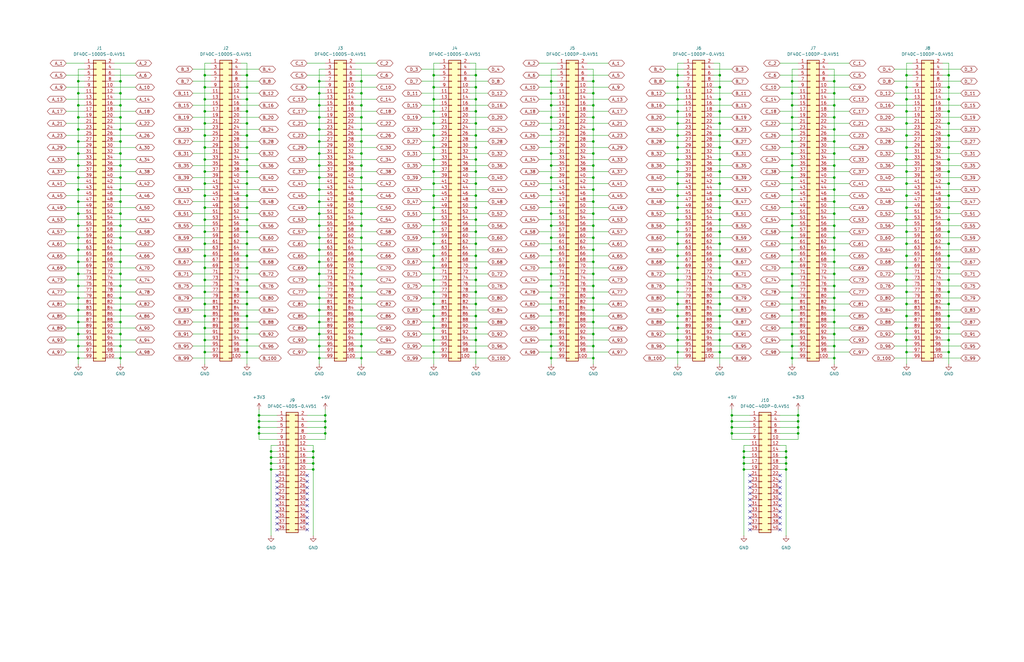
<source format=kicad_sch>
(kicad_sch (version 20231120) (generator "eeschema") (generator_version "8.0")
  (paper "USLedger")
  (junction (at 336.55 180.34))
  (junction (at 182.88 46.99))
  (junction (at 33.02 135.89))
  (junction (at 351.79 80.01))
  (junction (at 331.47 198.12))
  (junction (at 200.66 46.99))
  (junction (at 182.88 123.19))
  (junction (at 250.19 64.77))
  (junction (at 334.01 90.17))
  (junction (at 232.41 64.77))
  (junction (at 137.16 182.88))
  (junction (at 50.8 135.89))
  (junction (at 334.01 110.49))
  (junction (at 182.88 138.43))
  (junction (at 182.88 62.23))
  (junction (at 86.36 77.47))
  (junction (at 334.01 100.33))
  (junction (at 50.8 105.41))
  (junction (at 114.3 193.04))
  (junction (at 50.8 120.65))
  (junction (at 303.53 113.03))
  (junction (at 33.02 146.05))
  (junction (at 303.53 57.15))
  (junction (at 400.05 148.59))
  (junction (at 250.19 95.25))
  (junction (at 232.41 95.25))
  (junction (at 152.4 54.61))
  (junction (at 400.05 133.35))
  (junction (at 250.19 130.81))
  (junction (at 86.36 52.07))
  (junction (at 351.79 34.29))
  (junction (at 334.01 120.65))
  (junction (at 134.62 80.01))
  (junction (at 152.4 130.81))
  (junction (at 134.62 74.93))
  (junction (at 250.19 110.49))
  (junction (at 400.05 138.43))
  (junction (at 114.3 198.12))
  (junction (at 400.05 67.31))
  (junction (at 331.47 190.5))
  (junction (at 400.05 57.15))
  (junction (at 334.01 64.77))
  (junction (at 50.8 54.61))
  (junction (at 200.66 77.47))
  (junction (at 86.36 133.35))
  (junction (at 200.66 97.79))
  (junction (at 351.79 115.57))
  (junction (at 104.14 92.71))
  (junction (at 50.8 80.01))
  (junction (at 50.8 90.17))
  (junction (at 134.62 110.49))
  (junction (at 109.22 177.8))
  (junction (at 134.62 130.81))
  (junction (at 86.36 138.43))
  (junction (at 285.75 148.59))
  (junction (at 182.88 92.71))
  (junction (at 400.05 46.99))
  (junction (at 104.14 128.27))
  (junction (at 382.27 52.07))
  (junction (at 134.62 90.17))
  (junction (at 334.01 54.61))
  (junction (at 152.4 105.41))
  (junction (at 303.53 87.63))
  (junction (at 303.53 77.47))
  (junction (at 137.16 175.26))
  (junction (at 86.36 123.19))
  (junction (at 400.05 107.95))
  (junction (at 200.66 41.91))
  (junction (at 334.01 59.69))
  (junction (at 86.36 57.15))
  (junction (at 182.88 128.27))
  (junction (at 134.62 151.13))
  (junction (at 86.36 41.91))
  (junction (at 33.02 64.77))
  (junction (at 200.66 138.43))
  (junction (at 232.41 74.93))
  (junction (at 182.88 118.11))
  (junction (at 232.41 125.73))
  (junction (at 33.02 100.33))
  (junction (at 134.62 64.77))
  (junction (at 334.01 125.73))
  (junction (at 400.05 77.47))
  (junction (at 334.01 85.09))
  (junction (at 137.16 177.8))
  (junction (at 132.08 190.5))
  (junction (at 134.62 115.57))
  (junction (at 285.75 102.87))
  (junction (at 285.75 31.75))
  (junction (at 285.75 92.71))
  (junction (at 285.75 36.83))
  (junction (at 33.02 39.37))
  (junction (at 351.79 64.77))
  (junction (at 303.53 72.39))
  (junction (at 232.41 120.65))
  (junction (at 200.66 148.59))
  (junction (at 232.41 39.37))
  (junction (at 109.22 175.26))
  (junction (at 182.88 143.51))
  (junction (at 382.27 62.23))
  (junction (at 33.02 49.53))
  (junction (at 33.02 151.13))
  (junction (at 351.79 120.65))
  (junction (at 334.01 80.01))
  (junction (at 33.02 80.01))
  (junction (at 382.27 123.19))
  (junction (at 182.88 67.31))
  (junction (at 152.4 39.37))
  (junction (at 182.88 97.79))
  (junction (at 334.01 140.97))
  (junction (at 152.4 135.89))
  (junction (at 382.27 31.75))
  (junction (at 351.79 69.85))
  (junction (at 285.75 128.27))
  (junction (at 232.41 140.97))
  (junction (at 182.88 72.39))
  (junction (at 334.01 74.93))
  (junction (at 104.14 77.47))
  (junction (at 182.88 41.91))
  (junction (at 134.62 100.33))
  (junction (at 351.79 105.41))
  (junction (at 134.62 125.73))
  (junction (at 152.4 140.97))
  (junction (at 351.79 135.89))
  (junction (at 285.75 133.35))
  (junction (at 285.75 62.23))
  (junction (at 137.16 180.34))
  (junction (at 313.69 198.12))
  (junction (at 134.62 69.85))
  (junction (at 200.66 62.23))
  (junction (at 86.36 148.59))
  (junction (at 250.19 59.69))
  (junction (at 351.79 74.93))
  (junction (at 400.05 52.07))
  (junction (at 152.4 34.29))
  (junction (at 104.14 118.11))
  (junction (at 313.69 190.5))
  (junction (at 33.02 54.61))
  (junction (at 382.27 133.35))
  (junction (at 182.88 107.95))
  (junction (at 114.3 190.5))
  (junction (at 104.14 113.03))
  (junction (at 382.27 138.43))
  (junction (at 104.14 107.95))
  (junction (at 132.08 195.58))
  (junction (at 351.79 100.33))
  (junction (at 250.19 125.73))
  (junction (at 182.88 148.59))
  (junction (at 33.02 59.69))
  (junction (at 50.8 64.77))
  (junction (at 33.02 69.85))
  (junction (at 132.08 198.12))
  (junction (at 200.66 87.63))
  (junction (at 285.75 118.11))
  (junction (at 382.27 148.59))
  (junction (at 250.19 120.65))
  (junction (at 200.66 67.31))
  (junction (at 152.4 59.69))
  (junction (at 232.41 85.09))
  (junction (at 200.66 113.03))
  (junction (at 104.14 31.75))
  (junction (at 86.36 72.39))
  (junction (at 152.4 151.13))
  (junction (at 182.88 52.07))
  (junction (at 382.27 92.71))
  (junction (at 182.88 133.35))
  (junction (at 86.36 62.23))
  (junction (at 200.66 52.07))
  (junction (at 334.01 135.89))
  (junction (at 134.62 34.29))
  (junction (at 303.53 143.51))
  (junction (at 152.4 146.05))
  (junction (at 232.41 44.45))
  (junction (at 232.41 54.61))
  (junction (at 232.41 135.89))
  (junction (at 182.88 77.47))
  (junction (at 308.61 175.26))
  (junction (at 334.01 34.29))
  (junction (at 303.53 123.19))
  (junction (at 104.14 72.39))
  (junction (at 33.02 85.09))
  (junction (at 200.66 92.71))
  (junction (at 250.19 44.45))
  (junction (at 303.53 118.11))
  (junction (at 400.05 143.51))
  (junction (at 86.36 107.95))
  (junction (at 303.53 92.71))
  (junction (at 152.4 95.25))
  (junction (at 303.53 82.55))
  (junction (at 50.8 39.37))
  (junction (at 86.36 143.51))
  (junction (at 152.4 110.49))
  (junction (at 303.53 97.79))
  (junction (at 86.36 118.11))
  (junction (at 134.62 105.41))
  (junction (at 400.05 41.91))
  (junction (at 232.41 151.13))
  (junction (at 109.22 182.88))
  (junction (at 400.05 102.87))
  (junction (at 351.79 44.45))
  (junction (at 400.05 113.03))
  (junction (at 33.02 110.49))
  (junction (at 152.4 125.73))
  (junction (at 50.8 44.45))
  (junction (at 303.53 138.43))
  (junction (at 382.27 41.91))
  (junction (at 200.66 128.27))
  (junction (at 152.4 100.33))
  (junction (at 200.66 57.15))
  (junction (at 382.27 82.55))
  (junction (at 303.53 52.07))
  (junction (at 152.4 120.65))
  (junction (at 351.79 110.49))
  (junction (at 250.19 90.17))
  (junction (at 232.41 115.57))
  (junction (at 86.36 67.31))
  (junction (at 250.19 80.01))
  (junction (at 250.19 85.09))
  (junction (at 200.66 143.51))
  (junction (at 351.79 130.81))
  (junction (at 400.05 123.19))
  (junction (at 132.08 193.04))
  (junction (at 250.19 146.05))
  (junction (at 250.19 74.93))
  (junction (at 86.36 82.55))
  (junction (at 303.53 102.87))
  (junction (at 86.36 128.27))
  (junction (at 336.55 175.26))
  (junction (at 200.66 72.39))
  (junction (at 86.36 102.87))
  (junction (at 351.79 125.73))
  (junction (at 382.27 143.51))
  (junction (at 104.14 102.87))
  (junction (at 400.05 118.11))
  (junction (at 152.4 49.53))
  (junction (at 50.8 59.69))
  (junction (at 334.01 130.81))
  (junction (at 382.27 67.31))
  (junction (at 200.66 36.83))
  (junction (at 109.22 180.34))
  (junction (at 104.14 62.23))
  (junction (at 104.14 57.15))
  (junction (at 86.36 113.03))
  (junction (at 232.41 80.01))
  (junction (at 285.75 77.47))
  (junction (at 250.19 34.29))
  (junction (at 250.19 105.41))
  (junction (at 400.05 72.39))
  (junction (at 313.69 193.04))
  (junction (at 33.02 34.29))
  (junction (at 134.62 49.53))
  (junction (at 285.75 138.43))
  (junction (at 382.27 46.99))
  (junction (at 152.4 115.57))
  (junction (at 382.27 36.83))
  (junction (at 86.36 92.71))
  (junction (at 104.14 133.35))
  (junction (at 250.19 69.85))
  (junction (at 382.27 97.79))
  (junction (at 104.14 41.91))
  (junction (at 285.75 46.99))
  (junction (at 334.01 146.05))
  (junction (at 285.75 41.91))
  (junction (at 182.88 31.75))
  (junction (at 382.27 128.27))
  (junction (at 182.88 82.55))
  (junction (at 33.02 90.17))
  (junction (at 351.79 90.17))
  (junction (at 382.27 87.63))
  (junction (at 86.36 87.63))
  (junction (at 303.53 107.95))
  (junction (at 182.88 113.03))
  (junction (at 33.02 95.25))
  (junction (at 134.62 140.97))
  (junction (at 250.19 115.57))
  (junction (at 331.47 195.58))
  (junction (at 250.19 140.97))
  (junction (at 134.62 39.37))
  (junction (at 285.75 107.95))
  (junction (at 351.79 59.69))
  (junction (at 182.88 36.83))
  (junction (at 334.01 49.53))
  (junction (at 86.36 36.83))
  (junction (at 250.19 39.37))
  (junction (at 232.41 90.17))
  (junction (at 336.55 177.8))
  (junction (at 351.79 140.97))
  (junction (at 232.41 105.41))
  (junction (at 285.75 72.39))
  (junction (at 285.75 143.51))
  (junction (at 400.05 92.71))
  (junction (at 232.41 34.29))
  (junction (at 400.05 31.75))
  (junction (at 382.27 57.15))
  (junction (at 50.8 110.49))
  (junction (at 285.75 113.03))
  (junction (at 400.05 97.79))
  (junction (at 303.53 128.27))
  (junction (at 285.75 87.63))
  (junction (at 50.8 85.09))
  (junction (at 33.02 105.41))
  (junction (at 232.41 69.85))
  (junction (at 382.27 113.03))
  (junction (at 382.27 72.39))
  (junction (at 182.88 87.63))
  (junction (at 351.79 151.13))
  (junction (at 334.01 115.57))
  (junction (at 400.05 62.23))
  (junction (at 400.05 82.55))
  (junction (at 33.02 120.65))
  (junction (at 134.62 54.61))
  (junction (at 232.41 146.05))
  (junction (at 313.69 195.58))
  (junction (at 134.62 135.89))
  (junction (at 152.4 69.85))
  (junction (at 334.01 44.45))
  (junction (at 50.8 49.53))
  (junction (at 334.01 95.25))
  (junction (at 200.66 102.87))
  (junction (at 50.8 34.29))
  (junction (at 308.61 182.88))
  (junction (at 232.41 59.69))
  (junction (at 200.66 107.95))
  (junction (at 382.27 77.47))
  (junction (at 336.55 182.88))
  (junction (at 134.62 85.09))
  (junction (at 250.19 100.33))
  (junction (at 104.14 123.19))
  (junction (at 232.41 130.81))
  (junction (at 334.01 39.37))
  (junction (at 50.8 130.81))
  (junction (at 303.53 62.23))
  (junction (at 285.75 82.55))
  (junction (at 134.62 95.25))
  (junction (at 50.8 146.05))
  (junction (at 86.36 97.79))
  (junction (at 152.4 44.45))
  (junction (at 104.14 87.63))
  (junction (at 250.19 135.89))
  (junction (at 50.8 69.85))
  (junction (at 152.4 64.77))
  (junction (at 334.01 105.41))
  (junction (at 104.14 143.51))
  (junction (at 250.19 49.53))
  (junction (at 200.66 31.75))
  (junction (at 104.14 36.83))
  (junction (at 50.8 95.25))
  (junction (at 351.79 95.25))
  (junction (at 86.36 46.99))
  (junction (at 232.41 49.53))
  (junction (at 182.88 102.87))
  (junction (at 134.62 120.65))
  (junction (at 351.79 146.05))
  (junction (at 308.61 177.8))
  (junction (at 285.75 67.31))
  (junction (at 134.62 59.69))
  (junction (at 134.62 146.05))
  (junction (at 303.53 148.59))
  (junction (at 152.4 74.93))
  (junction (at 104.14 82.55))
  (junction (at 152.4 80.01))
  (junction (at 134.62 44.45))
  (junction (at 400.05 36.83))
  (junction (at 303.53 67.31))
  (junction (at 33.02 74.93))
  (junction (at 200.66 133.35))
  (junction (at 331.47 193.04))
  (junction (at 33.02 130.81))
  (junction (at 303.53 31.75))
  (junction (at 400.05 87.63))
  (junction (at 400.05 128.27))
  (junction (at 285.75 97.79))
  (junction (at 86.36 31.75))
  (junction (at 308.61 180.34))
  (junction (at 303.53 46.99))
  (junction (at 382.27 118.11))
  (junction (at 50.8 140.97))
  (junction (at 50.8 100.33))
  (junction (at 50.8 74.93))
  (junction (at 104.14 52.07))
  (junction (at 200.66 118.11))
  (junction (at 33.02 115.57))
  (junction (at 351.79 85.09))
  (junction (at 33.02 140.97))
  (junction (at 104.14 67.31))
  (junction (at 285.75 57.15))
  (junction (at 104.14 138.43))
  (junction (at 232.41 100.33))
  (junction (at 104.14 46.99))
  (junction (at 382.27 107.95))
  (junction (at 250.19 54.61))
  (junction (at 351.79 39.37))
  (junction (at 50.8 125.73))
  (junction (at 303.53 36.83))
  (junction (at 285.75 52.07))
  (junction (at 351.79 54.61))
  (junction (at 285.75 123.19))
  (junction (at 382.27 102.87))
  (junction (at 50.8 151.13))
  (junction (at 232.41 110.49))
  (junction (at 104.14 148.59))
  (junction (at 50.8 115.57))
  (junction (at 114.3 195.58))
  (junction (at 200.66 82.55))
  (junction (at 182.88 57.15))
  (junction (at 104.14 97.79))
  (junction (at 152.4 90.17))
  (junction (at 250.19 151.13))
  (junction (at 200.66 123.19))
  (junction (at 351.79 49.53))
  (junction (at 303.53 41.91))
  (junction (at 303.53 133.35))
  (junction (at 33.02 125.73))
  (junction (at 33.02 44.45))
  (junction (at 334.01 151.13))
  (junction (at 152.4 85.09))
  (junction (at 334.01 69.85))
  (no_connect (at 116.84 200.66))
  (no_connect (at 116.84 208.28))
  (no_connect (at 328.93 218.44))
  (no_connect (at 116.84 210.82))
  (no_connect (at 316.23 213.36))
  (no_connect (at 316.23 205.74))
  (no_connect (at 316.23 215.9))
  (no_connect (at 129.54 205.74))
  (no_connect (at 129.54 215.9))
  (no_connect (at 328.93 223.52))
  (no_connect (at 116.84 220.98))
  (no_connect (at 116.84 215.9))
  (no_connect (at 328.93 205.74))
  (no_connect (at 328.93 215.9))
  (no_connect (at 129.54 200.66))
  (no_connect (at 328.93 203.2))
  (no_connect (at 328.93 220.98))
  (no_connect (at 116.84 213.36))
  (no_connect (at 116.84 205.74))
  (no_connect (at 129.54 203.2))
  (no_connect (at 316.23 210.82))
  (no_connect (at 129.54 210.82))
  (no_connect (at 316.23 208.28))
  (no_connect (at 116.84 203.2))
  (no_connect (at 129.54 208.28))
  (no_connect (at 316.23 200.66))
  (no_connect (at 129.54 223.52))
  (no_connect (at 316.23 220.98))
  (no_connect (at 129.54 220.98))
  (no_connect (at 129.54 218.44))
  (no_connect (at 328.93 208.28))
  (no_connect (at 116.84 223.52))
  (no_connect (at 328.93 200.66))
  (no_connect (at 129.54 213.36))
  (no_connect (at 316.23 203.2))
  (no_connect (at 328.93 213.36))
  (no_connect (at 328.93 210.82))
  (no_connect (at 316.23 218.44))
  (no_connect (at 316.23 223.52))
  (no_connect (at 116.84 218.44))
  (wire (pts (xy 227.33 123.19) (xy 234.95 123.19)))
  (wire (pts (xy 328.93 97.79) (xy 336.55 97.79)))
  (wire (pts (xy 405.13 130.81) (xy 397.51 130.81)))
  (wire (pts (xy 109.22 115.57) (xy 101.6 115.57)))
  (wire (pts (xy 86.36 62.23) (xy 86.36 67.31)))
  (wire (pts (xy 205.74 85.09) (xy 198.12 85.09)))
  (wire (pts (xy 149.86 123.19) (xy 158.75 123.19)))
  (wire (pts (xy 285.75 52.07) (xy 285.75 57.15)))
  (wire (pts (xy 351.79 49.53) (xy 351.79 54.61)))
  (wire (pts (xy 397.51 97.79) (xy 400.05 97.79)))
  (wire (pts (xy 288.29 26.67) (xy 285.75 26.67)))
  (wire (pts (xy 86.36 46.99) (xy 86.36 52.07)))
  (wire (pts (xy 303.53 72.39) (xy 303.53 77.47)))
  (wire (pts (xy 308.61 185.42) (xy 308.61 182.88)))
  (wire (pts (xy 27.94 128.27) (xy 35.56 128.27)))
  (wire (pts (xy 182.88 46.99) (xy 182.88 52.07)))
  (wire (pts (xy 137.16 177.8) (xy 137.16 175.26)))
  (wire (pts (xy 182.88 128.27) (xy 185.42 128.27)))
  (wire (pts (xy 129.54 102.87) (xy 137.16 102.87)))
  (wire (pts (xy 109.22 90.17) (xy 101.6 90.17)))
  (wire (pts (xy 152.4 146.05) (xy 152.4 151.13)))
  (wire (pts (xy 152.4 54.61) (xy 152.4 59.69)))
  (wire (pts (xy 182.88 36.83) (xy 185.42 36.83)))
  (wire (pts (xy 285.75 107.95) (xy 288.29 107.95)))
  (wire (pts (xy 116.84 195.58) (xy 114.3 195.58)))
  (wire (pts (xy 232.41 44.45) (xy 232.41 49.53)))
  (wire (pts (xy 104.14 118.11) (xy 104.14 123.19)))
  (wire (pts (xy 336.55 29.21) (xy 334.01 29.21)))
  (wire (pts (xy 86.36 107.95) (xy 86.36 113.03)))
  (wire (pts (xy 377.19 34.29) (xy 384.81 34.29)))
  (wire (pts (xy 149.86 130.81) (xy 152.4 130.81)))
  (wire (pts (xy 48.26 77.47) (xy 57.15 77.47)))
  (wire (pts (xy 377.19 125.73) (xy 384.81 125.73)))
  (wire (pts (xy 48.26 102.87) (xy 57.15 102.87)))
  (wire (pts (xy 182.88 41.91) (xy 182.88 46.99)))
  (wire (pts (xy 303.53 36.83) (xy 303.53 41.91)))
  (wire (pts (xy 334.01 39.37) (xy 334.01 44.45)))
  (wire (pts (xy 331.47 198.12) (xy 328.93 198.12)))
  (wire (pts (xy 351.79 80.01) (xy 351.79 85.09)))
  (wire (pts (xy 331.47 190.5) (xy 328.93 190.5)))
  (wire (pts (xy 300.99 77.47) (xy 303.53 77.47)))
  (wire (pts (xy 86.36 128.27) (xy 88.9 128.27)))
  (wire (pts (xy 400.05 77.47) (xy 400.05 82.55)))
  (wire (pts (xy 250.19 49.53) (xy 250.19 54.61)))
  (wire (pts (xy 101.6 67.31) (xy 104.14 67.31)))
  (wire (pts (xy 149.86 46.99) (xy 158.75 46.99)))
  (wire (pts (xy 134.62 54.61) (xy 134.62 59.69)))
  (wire (pts (xy 300.99 46.99) (xy 303.53 46.99)))
  (wire (pts (xy 232.41 130.81) (xy 232.41 135.89)))
  (wire (pts (xy 285.75 97.79) (xy 285.75 102.87)))
  (wire (pts (xy 308.61 130.81) (xy 300.99 130.81)))
  (wire (pts (xy 86.36 138.43) (xy 88.9 138.43)))
  (wire (pts (xy 101.6 113.03) (xy 104.14 113.03)))
  (wire (pts (xy 129.54 123.19) (xy 137.16 123.19)))
  (wire (pts (xy 33.02 115.57) (xy 33.02 120.65)))
  (wire (pts (xy 104.14 41.91) (xy 104.14 46.99)))
  (wire (pts (xy 182.88 107.95) (xy 185.42 107.95)))
  (wire (pts (xy 349.25 64.77) (xy 351.79 64.77)))
  (wire (pts (xy 316.23 190.5) (xy 313.69 190.5)))
  (wire (pts (xy 397.51 72.39) (xy 400.05 72.39)))
  (wire (pts (xy 334.01 54.61) (xy 336.55 54.61)))
  (wire (pts (xy 198.12 133.35) (xy 200.66 133.35)))
  (wire (pts (xy 33.02 69.85) (xy 33.02 74.93)))
  (wire (pts (xy 349.25 31.75) (xy 358.14 31.75)))
  (wire (pts (xy 227.33 113.03) (xy 234.95 113.03)))
  (wire (pts (xy 152.4 90.17) (xy 152.4 95.25)))
  (wire (pts (xy 351.79 95.25) (xy 351.79 100.33)))
  (wire (pts (xy 400.05 92.71) (xy 400.05 97.79)))
  (wire (pts (xy 149.86 95.25) (xy 152.4 95.25)))
  (wire (pts (xy 349.25 62.23) (xy 358.14 62.23)))
  (wire (pts (xy 104.14 148.59) (xy 104.14 153.67)))
  (wire (pts (xy 308.61 74.93) (xy 300.99 74.93)))
  (wire (pts (xy 182.88 138.43) (xy 185.42 138.43)))
  (wire (pts (xy 405.13 115.57) (xy 397.51 115.57)))
  (wire (pts (xy 250.19 74.93) (xy 250.19 80.01)))
  (wire (pts (xy 336.55 34.29) (xy 334.01 34.29)))
  (wire (pts (xy 351.79 140.97) (xy 351.79 146.05)))
  (wire (pts (xy 27.94 123.19) (xy 35.56 123.19)))
  (wire (pts (xy 285.75 133.35) (xy 288.29 133.35)))
  (wire (pts (xy 351.79 59.69) (xy 351.79 64.77)))
  (wire (pts (xy 152.4 74.93) (xy 152.4 80.01)))
  (wire (pts (xy 182.88 67.31) (xy 185.42 67.31)))
  (wire (pts (xy 300.99 87.63) (xy 303.53 87.63)))
  (wire (pts (xy 33.02 90.17) (xy 33.02 95.25)))
  (wire (pts (xy 177.8 34.29) (xy 185.42 34.29)))
  (wire (pts (xy 182.88 26.67) (xy 182.88 31.75)))
  (wire (pts (xy 397.51 143.51) (xy 400.05 143.51)))
  (wire (pts (xy 232.41 146.05) (xy 234.95 146.05)))
  (wire (pts (xy 334.01 49.53) (xy 336.55 49.53)))
  (wire (pts (xy 81.28 140.97) (xy 88.9 140.97)))
  (wire (pts (xy 280.67 54.61) (xy 288.29 54.61)))
  (wire (pts (xy 227.33 87.63) (xy 234.95 87.63)))
  (wire (pts (xy 328.93 57.15) (xy 336.55 57.15)))
  (wire (pts (xy 349.25 39.37) (xy 351.79 39.37)))
  (wire (pts (xy 205.74 110.49) (xy 198.12 110.49)))
  (wire (pts (xy 48.26 107.95) (xy 57.15 107.95)))
  (wire (pts (xy 50.8 69.85) (xy 50.8 74.93)))
  (wire (pts (xy 182.88 113.03) (xy 185.42 113.03)))
  (wire (pts (xy 334.01 125.73) (xy 336.55 125.73)))
  (wire (pts (xy 308.61 135.89) (xy 300.99 135.89)))
  (wire (pts (xy 198.12 57.15) (xy 200.66 57.15)))
  (wire (pts (xy 149.86 77.47) (xy 158.75 77.47)))
  (wire (pts (xy 400.05 148.59) (xy 400.05 153.67)))
  (wire (pts (xy 351.79 115.57) (xy 351.79 120.65)))
  (wire (pts (xy 247.65 39.37) (xy 250.19 39.37)))
  (wire (pts (xy 247.65 123.19) (xy 256.54 123.19)))
  (wire (pts (xy 247.65 36.83) (xy 256.54 36.83)))
  (wire (pts (xy 182.88 97.79) (xy 182.88 102.87)))
  (wire (pts (xy 134.62 135.89) (xy 134.62 140.97)))
  (wire (pts (xy 250.19 85.09) (xy 250.19 90.17)))
  (wire (pts (xy 27.94 138.43) (xy 35.56 138.43)))
  (wire (pts (xy 86.36 102.87) (xy 88.9 102.87)))
  (wire (pts (xy 86.36 123.19) (xy 86.36 128.27)))
  (wire (pts (xy 351.79 39.37) (xy 351.79 44.45)))
  (wire (pts (xy 152.4 135.89) (xy 152.4 140.97)))
  (wire (pts (xy 200.66 57.15) (xy 200.66 62.23)))
  (wire (pts (xy 149.86 120.65) (xy 152.4 120.65)))
  (wire (pts (xy 50.8 146.05) (xy 50.8 151.13)))
  (wire (pts (xy 149.86 85.09) (xy 152.4 85.09)))
  (wire (pts (xy 50.8 29.21) (xy 50.8 34.29)))
  (wire (pts (xy 200.66 97.79) (xy 200.66 102.87)))
  (wire (pts (xy 247.65 59.69) (xy 250.19 59.69)))
  (wire (pts (xy 349.25 125.73) (xy 351.79 125.73)))
  (wire (pts (xy 104.14 57.15) (xy 104.14 62.23)))
  (wire (pts (xy 349.25 128.27) (xy 358.14 128.27)))
  (wire (pts (xy 250.19 95.25) (xy 250.19 100.33)))
  (wire (pts (xy 48.26 69.85) (xy 50.8 69.85)))
  (wire (pts (xy 247.65 125.73) (xy 250.19 125.73)))
  (wire (pts (xy 198.12 62.23) (xy 200.66 62.23)))
  (wire (pts (xy 27.94 67.31) (xy 35.56 67.31)))
  (wire (pts (xy 328.93 118.11) (xy 336.55 118.11)))
  (wire (pts (xy 134.62 110.49) (xy 137.16 110.49)))
  (wire (pts (xy 351.79 110.49) (xy 351.79 115.57)))
  (wire (pts (xy 400.05 102.87) (xy 400.05 107.95)))
  (wire (pts (xy 101.6 143.51) (xy 104.14 143.51)))
  (wire (pts (xy 247.65 130.81) (xy 250.19 130.81)))
  (wire (pts (xy 86.36 41.91) (xy 88.9 41.91)))
  (wire (pts (xy 349.25 140.97) (xy 351.79 140.97)))
  (wire (pts (xy 349.25 29.21) (xy 351.79 29.21)))
  (wire (pts (xy 137.16 175.26) (xy 129.54 175.26)))
  (wire (pts (xy 50.8 151.13) (xy 50.8 153.67)))
  (wire (pts (xy 351.79 74.93) (xy 351.79 80.01)))
  (wire (pts (xy 116.84 190.5) (xy 114.3 190.5)))
  (wire (pts (xy 48.26 64.77) (xy 50.8 64.77)))
  (wire (pts (xy 331.47 198.12) (xy 331.47 226.06)))
  (wire (pts (xy 285.75 82.55) (xy 288.29 82.55)))
  (wire (pts (xy 349.25 82.55) (xy 358.14 82.55)))
  (wire (pts (xy 313.69 193.04) (xy 313.69 195.58)))
  (wire (pts (xy 227.33 92.71) (xy 234.95 92.71)))
  (wire (pts (xy 149.86 105.41) (xy 152.4 105.41)))
  (wire (pts (xy 308.61 44.45) (xy 300.99 44.45)))
  (wire (pts (xy 405.13 34.29) (xy 397.51 34.29)))
  (wire (pts (xy 149.86 72.39) (xy 158.75 72.39)))
  (wire (pts (xy 86.36 57.15) (xy 88.9 57.15)))
  (wire (pts (xy 336.55 185.42) (xy 336.55 182.88)))
  (wire (pts (xy 185.42 26.67) (xy 182.88 26.67)))
  (wire (pts (xy 129.54 107.95) (xy 137.16 107.95)))
  (wire (pts (xy 308.61 39.37) (xy 300.99 39.37)))
  (wire (pts (xy 285.75 77.47) (xy 288.29 77.47)))
  (wire (pts (xy 81.28 49.53) (xy 88.9 49.53)))
  (wire (pts (xy 48.26 34.29) (xy 50.8 34.29)))
  (wire (pts (xy 81.28 130.81) (xy 88.9 130.81)))
  (wire (pts (xy 250.19 69.85) (xy 250.19 74.93)))
  (wire (pts (xy 285.75 57.15) (xy 285.75 62.23)))
  (wire (pts (xy 35.56 29.21) (xy 33.02 29.21)))
  (wire (pts (xy 114.3 187.96) (xy 114.3 190.5)))
  (wire (pts (xy 149.86 36.83) (xy 158.75 36.83)))
  (wire (pts (xy 285.75 97.79) (xy 288.29 97.79)))
  (wire (pts (xy 351.79 69.85) (xy 351.79 74.93)))
  (wire (pts (xy 198.12 87.63) (xy 200.66 87.63)))
  (wire (pts (xy 81.28 115.57) (xy 88.9 115.57)))
  (wire (pts (xy 109.22 44.45) (xy 101.6 44.45)))
  (wire (pts (xy 308.61 29.21) (xy 300.99 29.21)))
  (wire (pts (xy 152.4 140.97) (xy 152.4 146.05)))
  (wire (pts (xy 377.19 120.65) (xy 384.81 120.65)))
  (wire (pts (xy 397.51 133.35) (xy 400.05 133.35)))
  (wire (pts (xy 134.62 59.69) (xy 137.16 59.69)))
  (wire (pts (xy 152.4 105.41) (xy 152.4 110.49)))
  (wire (pts (xy 232.41 69.85) (xy 232.41 74.93)))
  (wire (pts (xy 101.6 62.23) (xy 104.14 62.23)))
  (wire (pts (xy 250.19 80.01) (xy 250.19 85.09)))
  (wire (pts (xy 177.8 115.57) (xy 185.42 115.57)))
  (wire (pts (xy 232.41 110.49) (xy 234.95 110.49)))
  (wire (pts (xy 48.26 105.41) (xy 50.8 105.41)))
  (wire (pts (xy 382.27 128.27) (xy 382.27 133.35)))
  (wire (pts (xy 400.05 138.43) (xy 400.05 143.51)))
  (wire (pts (xy 182.88 113.03) (xy 182.88 118.11)))
  (wire (pts (xy 132.08 195.58) (xy 132.08 198.12)))
  (wire (pts (xy 285.75 87.63) (xy 288.29 87.63)))
  (wire (pts (xy 349.25 41.91) (xy 358.14 41.91)))
  (wire (pts (xy 177.8 100.33) (xy 185.42 100.33)))
  (wire (pts (xy 81.28 59.69) (xy 88.9 59.69)))
  (wire (pts (xy 308.61 120.65) (xy 300.99 120.65)))
  (wire (pts (xy 285.75 77.47) (xy 285.75 82.55)))
  (wire (pts (xy 50.8 115.57) (xy 50.8 120.65)))
  (wire (pts (xy 349.25 74.93) (xy 351.79 74.93)))
  (wire (pts (xy 27.94 87.63) (xy 35.56 87.63)))
  (wire (pts (xy 182.88 82.55) (xy 185.42 82.55)))
  (wire (pts (xy 101.6 26.67) (xy 104.14 26.67)))
  (wire (pts (xy 48.26 85.09) (xy 50.8 85.09)))
  (wire (pts (xy 205.74 39.37) (xy 198.12 39.37)))
  (wire (pts (xy 177.8 135.89) (xy 185.42 135.89)))
  (wire (pts (xy 303.53 92.71) (xy 303.53 97.79)))
  (wire (pts (xy 182.88 36.83) (xy 182.88 41.91)))
  (wire (pts (xy 397.51 107.95) (xy 400.05 107.95)))
  (wire (pts (xy 86.36 52.07) (xy 88.9 52.07)))
  (wire (pts (xy 227.33 52.07) (xy 234.95 52.07)))
  (wire (pts (xy 27.94 148.59) (xy 35.56 148.59)))
  (wire (pts (xy 280.67 34.29) (xy 288.29 34.29)))
  (wire (pts (xy 50.8 135.89) (xy 50.8 140.97)))
  (wire (pts (xy 86.36 57.15) (xy 86.36 62.23)))
  (wire (pts (xy 134.62 49.53) (xy 134.62 54.61)))
  (wire (pts (xy 349.25 120.65) (xy 351.79 120.65)))
  (wire (pts (xy 104.14 102.87) (xy 104.14 107.95)))
  (wire (pts (xy 308.61 146.05) (xy 300.99 146.05)))
  (wire (pts (xy 86.36 123.19) (xy 88.9 123.19)))
  (wire (pts (xy 182.88 107.95) (xy 182.88 113.03)))
  (wire (pts (xy 198.12 148.59) (xy 200.66 148.59)))
  (wire (pts (xy 33.02 130.81) (xy 35.56 130.81)))
  (wire (pts (xy 334.01 105.41) (xy 336.55 105.41)))
  (wire (pts (xy 334.01 54.61) (xy 334.01 59.69)))
  (wire (pts (xy 227.33 138.43) (xy 234.95 138.43)))
  (wire (pts (xy 33.02 115.57) (xy 35.56 115.57)))
  (wire (pts (xy 400.05 72.39) (xy 400.05 77.47)))
  (wire (pts (xy 198.12 52.07) (xy 200.66 52.07)))
  (wire (pts (xy 382.27 143.51) (xy 384.81 143.51)))
  (wire (pts (xy 331.47 187.96) (xy 328.93 187.96)))
  (wire (pts (xy 152.4 29.21) (xy 152.4 34.29)))
  (wire (pts (xy 185.42 31.75) (xy 182.88 31.75)))
  (wire (pts (xy 198.12 138.43) (xy 200.66 138.43)))
  (wire (pts (xy 377.19 49.53) (xy 384.81 49.53)))
  (wire (pts (xy 149.86 97.79) (xy 158.75 97.79)))
  (wire (pts (xy 308.61 95.25) (xy 300.99 95.25)))
  (wire (pts (xy 247.65 77.47) (xy 256.54 77.47)))
  (wire (pts (xy 101.6 148.59) (xy 104.14 148.59)))
  (wire (pts (xy 182.88 67.31) (xy 182.88 72.39)))
  (wire (pts (xy 227.33 133.35) (xy 234.95 133.35)))
  (wire (pts (xy 182.88 118.11) (xy 185.42 118.11)))
  (wire (pts (xy 33.02 90.17) (xy 35.56 90.17)))
  (wire (pts (xy 129.54 62.23) (xy 137.16 62.23)))
  (wire (pts (xy 205.74 95.25) (xy 198.12 95.25)))
  (wire (pts (xy 280.67 44.45) (xy 288.29 44.45)))
  (wire (pts (xy 101.6 87.63) (xy 104.14 87.63)))
  (wire (pts (xy 86.36 97.79) (xy 86.36 102.87)))
  (wire (pts (xy 101.6 107.95) (xy 104.14 107.95)))
  (wire (pts (xy 397.51 92.71) (xy 400.05 92.71)))
  (wire (pts (xy 134.62 85.09) (xy 134.62 90.17)))
  (wire (pts (xy 134.62 64.77) (xy 134.62 69.85)))
  (wire (pts (xy 129.54 72.39) (xy 137.16 72.39)))
  (wire (pts (xy 198.12 26.67) (xy 200.66 26.67)))
  (wire (pts (xy 300.99 36.83) (xy 303.53 36.83)))
  (wire (pts (xy 349.25 92.71) (xy 358.14 92.71)))
  (wire (pts (xy 86.36 36.83) (xy 88.9 36.83)))
  (wire (pts (xy 285.75 102.87) (xy 285.75 107.95)))
  (wire (pts (xy 33.02 140.97) (xy 35.56 140.97)))
  (wire (pts (xy 303.53 133.35) (xy 303.53 138.43)))
  (wire (pts (xy 285.75 128.27) (xy 285.75 133.35)))
  (wire (pts (xy 382.27 113.03) (xy 384.81 113.03)))
  (wire (pts (xy 349.25 146.05) (xy 351.79 146.05)))
  (wire (pts (xy 232.41 80.01) (xy 234.95 80.01)))
  (wire (pts (xy 81.28 125.73) (xy 88.9 125.73)))
  (wire (pts (xy 205.74 29.21) (xy 198.12 29.21)))
  (wire (pts (xy 349.25 87.63) (xy 358.14 87.63)))
  (wire (pts (xy 205.74 100.33) (xy 198.12 100.33)))
  (wire (pts (xy 48.26 67.31) (xy 57.15 67.31)))
  (wire (pts (xy 48.26 90.17) (xy 50.8 90.17)))
  (wire (pts (xy 351.79 151.13) (xy 351.79 153.67)))
  (wire (pts (xy 280.67 90.17) (xy 288.29 90.17)))
  (wire (pts (xy 86.36 62.23) (xy 88.9 62.23)))
  (wire (pts (xy 349.25 69.85) (xy 351.79 69.85)))
  (wire (pts (xy 334.01 120.65) (xy 336.55 120.65)))
  (wire (pts (xy 81.28 34.29) (xy 88.9 34.29)))
  (wire (pts (xy 134.62 34.29) (xy 134.62 39.37)))
  (wire (pts (xy 285.75 72.39) (xy 285.75 77.47)))
  (wire (pts (xy 104.14 36.83) (xy 104.14 41.91)))
  (wire (pts (xy 50.8 95.25) (xy 50.8 100.33)))
  (wire (pts (xy 285.75 41.91) (xy 285.75 46.99)))
  (wire (pts (xy 382.27 46.99) (xy 384.81 46.99)))
  (wire (pts (xy 285.75 87.63) (xy 285.75 92.71)))
  (wire (pts (xy 232.41 64.77) (xy 232.41 69.85)))
  (wire (pts (xy 285.75 138.43) (xy 288.29 138.43)))
  (wire (pts (xy 227.33 77.47) (xy 234.95 77.47)))
  (wire (pts (xy 149.86 49.53) (xy 152.4 49.53)))
  (wire (pts (xy 86.36 72.39) (xy 86.36 77.47)))
  (wire (pts (xy 104.14 26.67) (xy 104.14 31.75)))
  (wire (pts (xy 328.93 102.87) (xy 336.55 102.87)))
  (wire (pts (xy 334.01 140.97) (xy 336.55 140.97)))
  (wire (pts (xy 33.02 85.09) (xy 33.02 90.17)))
  (wire (pts (xy 384.81 31.75) (xy 382.27 31.75)))
  (wire (pts (xy 351.79 105.41) (xy 351.79 110.49)))
  (wire (pts (xy 280.67 95.25) (xy 288.29 95.25)))
  (wire (pts (xy 129.54 92.71) (xy 137.16 92.71)))
  (wire (pts (xy 382.27 52.07) (xy 384.81 52.07)))
  (wire (pts (xy 200.66 82.55) (xy 200.66 87.63)))
  (wire (pts (xy 227.33 26.67) (xy 234.95 26.67)))
  (wire (pts (xy 116.84 180.34) (xy 109.22 180.34)))
  (wire (pts (xy 405.13 54.61) (xy 397.51 54.61)))
  (wire (pts (xy 50.8 49.53) (xy 50.8 54.61)))
  (wire (pts (xy 334.01 34.29) (xy 334.01 39.37)))
  (wire (pts (xy 285.75 67.31) (xy 285.75 72.39)))
  (wire (pts (xy 349.25 118.11) (xy 358.14 118.11)))
  (wire (pts (xy 232.41 100.33) (xy 232.41 105.41)))
  (wire (pts (xy 182.88 82.55) (xy 182.88 87.63)))
  (wire (pts (xy 182.88 128.27) (xy 182.88 133.35)))
  (wire (pts (xy 331.47 195.58) (xy 328.93 195.58)))
  (wire (pts (xy 227.33 143.51) (xy 234.95 143.51)))
  (wire (pts (xy 400.05 31.75) (xy 400.05 36.83)))
  (wire (pts (xy 227.33 41.91) (xy 234.95 41.91)))
  (wire (pts (xy 303.53 62.23) (xy 303.53 67.31)))
  (wire (pts (xy 232.41 105.41) (xy 232.41 110.49)))
  (wire (pts (xy 205.74 115.57) (xy 198.12 115.57)))
  (wire (pts (xy 247.65 26.67) (xy 256.54 26.67)))
  (wire (pts (xy 116.84 193.04) (xy 114.3 193.04)))
  (wire (pts (xy 232.41 85.09) (xy 234.95 85.09)))
  (wire (pts (xy 232.41 115.57) (xy 234.95 115.57)))
  (wire (pts (xy 33.02 146.05) (xy 35.56 146.05)))
  (wire (pts (xy 104.14 52.07) (xy 104.14 57.15)))
  (wire (pts (xy 247.65 92.71) (xy 256.54 92.71)))
  (wire (pts (xy 382.27 82.55) (xy 382.27 87.63)))
  (wire (pts (xy 152.4 34.29) (xy 152.4 39.37)))
  (wire (pts (xy 349.25 113.03) (xy 358.14 113.03)))
  (wire (pts (xy 177.8 90.17) (xy 185.42 90.17)))
  (wire (pts (xy 48.26 29.21) (xy 50.8 29.21)))
  (wire (pts (xy 101.6 102.87) (xy 104.14 102.87)))
  (wire (pts (xy 232.41 85.09) (xy 232.41 90.17)))
  (wire (pts (xy 232.41 151.13) (xy 232.41 153.67)))
  (wire (pts (xy 86.36 77.47) (xy 86.36 82.55)))
  (wire (pts (xy 377.19 110.49) (xy 384.81 110.49)))
  (wire (pts (xy 109.22 69.85) (xy 101.6 69.85)))
  (wire (pts (xy 48.26 97.79) (xy 57.15 97.79)))
  (wire (pts (xy 86.36 133.35) (xy 88.9 133.35)))
  (wire (pts (xy 300.99 123.19) (xy 303.53 123.19)))
  (wire (pts (xy 177.8 59.69) (xy 185.42 59.69)))
  (wire (pts (xy 334.01 151.13) (xy 336.55 151.13)))
  (wire (pts (xy 232.41 74.93) (xy 234.95 74.93)))
  (wire (pts (xy 50.8 85.09) (xy 50.8 90.17)))
  (wire (pts (xy 129.54 97.79) (xy 137.16 97.79)))
  (wire (pts (xy 109.22 29.21) (xy 101.6 29.21)))
  (wire (pts (xy 27.94 133.35) (xy 35.56 133.35)))
  (wire (pts (xy 280.67 64.77) (xy 288.29 64.77)))
  (wire (pts (xy 400.05 107.95) (xy 400.05 113.03)))
  (wire (pts (xy 247.65 107.95) (xy 256.54 107.95)))
  (wire (pts (xy 349.25 107.95) (xy 358.14 107.95)))
  (wire (pts (xy 48.26 41.91) (xy 57.15 41.91)))
  (wire (pts (xy 134.62 59.69) (xy 134.62 64.77)))
  (wire (pts (xy 132.08 190.5) (xy 129.54 190.5)))
  (wire (pts (xy 27.94 31.75) (xy 35.56 31.75)))
  (wire (pts (xy 250.19 34.29) (xy 250.19 39.37)))
  (wire (pts (xy 205.74 34.29) (xy 198.12 34.29)))
  (wire (pts (xy 104.14 97.79) (xy 104.14 102.87)))
  (wire (pts (xy 227.33 57.15) (xy 234.95 57.15)))
  (wire (pts (xy 285.75 41.91) (xy 288.29 41.91)))
  (wire (pts (xy 33.02 54.61) (xy 35.56 54.61)))
  (wire (pts (xy 300.99 143.51) (xy 303.53 143.51)))
  (wire (pts (xy 182.88 133.35) (xy 185.42 133.35)))
  (wire (pts (xy 48.26 143.51) (xy 57.15 143.51)))
  (wire (pts (xy 308.61 100.33) (xy 300.99 100.33)))
  (wire (pts (xy 247.65 80.01) (xy 250.19 80.01)))
  (wire (pts (xy 334.01 110.49) (xy 334.01 115.57)))
  (wire (pts (xy 109.22 59.69) (xy 101.6 59.69)))
  (wire (pts (xy 35.56 34.29) (xy 33.02 34.29)))
  (wire (pts (xy 328.93 143.51) (xy 336.55 143.51)))
  (wire (pts (xy 303.53 113.03) (xy 303.53 118.11)))
  (wire (pts (xy 250.19 151.13) (xy 250.19 153.67)))
  (wire (pts (xy 250.19 120.65) (xy 250.19 125.73)))
  (wire (pts (xy 316.23 195.58) (xy 313.69 195.58)))
  (wire (pts (xy 149.86 69.85) (xy 152.4 69.85)))
  (wire (pts (xy 247.65 46.99) (xy 256.54 46.99)))
  (wire (pts (xy 405.13 151.13) (xy 397.51 151.13)))
  (wire (pts (xy 33.02 39.37) (xy 35.56 39.37)))
  (wire (pts (xy 308.61 59.69) (xy 300.99 59.69)))
  (wire (pts (xy 328.93 87.63) (xy 336.55 87.63)))
  (wire (pts (xy 48.26 54.61) (xy 50.8 54.61)))
  (wire (pts (xy 397.51 123.19) (xy 400.05 123.19)))
  (wire (pts (xy 48.26 57.15) (xy 57.15 57.15)))
  (wire (pts (xy 232.41 90.17) (xy 232.41 95.25)))
  (wire (pts (xy 382.27 46.99) (xy 382.27 52.07)))
  (wire (pts (xy 182.88 87.63) (xy 182.88 92.71)))
  (wire (pts (xy 132.08 198.12) (xy 129.54 198.12)))
  (wire (pts (xy 232.41 39.37) (xy 234.95 39.37)))
  (wire (pts (xy 334.01 85.09) (xy 334.01 90.17)))
  (wire (pts (xy 351.79 64.77) (xy 351.79 69.85)))
  (wire (pts (xy 303.53 57.15) (xy 303.53 62.23)))
  (wire (pts (xy 101.6 77.47) (xy 104.14 77.47)))
  (wire (pts (xy 129.54 52.07) (xy 137.16 52.07)))
  (wire (pts (xy 86.36 46.99) (xy 88.9 46.99)))
  (wire (pts (xy 382.27 113.03) (xy 382.27 118.11)))
  (wire (pts (xy 334.01 39.37) (xy 336.55 39.37)))
  (wire (pts (xy 382.27 128.27) (xy 384.81 128.27)))
  (wire (pts (xy 48.26 62.23) (xy 57.15 62.23)))
  (wire (pts (xy 101.6 36.83) (xy 104.14 36.83)))
  (wire (pts (xy 152.4 130.81) (xy 152.4 135.89)))
  (wire (pts (xy 247.65 49.53) (xy 250.19 49.53)))
  (wire (pts (xy 328.93 52.07) (xy 336.55 52.07)))
  (wire (pts (xy 33.02 135.89) (xy 33.02 140.97)))
  (wire (pts (xy 377.19 80.01) (xy 384.81 80.01)))
  (wire (pts (xy 48.26 118.11) (xy 57.15 118.11)))
  (wire (pts (xy 50.8 44.45) (xy 50.8 49.53)))
  (wire (pts (xy 227.33 118.11) (xy 234.95 118.11)))
  (wire (pts (xy 334.01 90.17) (xy 334.01 95.25)))
  (wire (pts (xy 328.93 77.47) (xy 336.55 77.47)))
  (wire (pts (xy 182.88 143.51) (xy 185.42 143.51)))
  (wire (pts (xy 152.4 120.65) (xy 152.4 125.73)))
  (wire (pts (xy 205.74 120.65) (xy 198.12 120.65)))
  (wire (pts (xy 152.4 151.13) (xy 152.4 153.67)))
  (wire (pts (xy 134.62 135.89) (xy 137.16 135.89)))
  (wire (pts (xy 50.8 64.77) (xy 50.8 69.85)))
  (wire (pts (xy 48.26 130.81) (xy 50.8 130.81)))
  (wire (pts (xy 400.05 52.07) (xy 400.05 57.15)))
  (wire (pts (xy 247.65 90.17) (xy 250.19 90.17)))
  (wire (pts (xy 109.22 130.81) (xy 101.6 130.81)))
  (wire (pts (xy 205.74 130.81) (xy 198.12 130.81)))
  (wire (pts (xy 149.86 102.87) (xy 158.75 102.87)))
  (wire (pts (xy 232.41 125.73) (xy 234.95 125.73)))
  (wire (pts (xy 116.84 175.26) (xy 109.22 175.26)))
  (wire (pts (xy 382.27 138.43) (xy 384.81 138.43)))
  (wire (pts (xy 397.51 41.91) (xy 400.05 41.91)))
  (wire (pts (xy 50.8 54.61) (xy 50.8 59.69)))
  (wire (pts (xy 227.33 62.23) (xy 234.95 62.23)))
  (wire (pts (xy 405.13 140.97) (xy 397.51 140.97)))
  (wire (pts (xy 232.41 64.77) (xy 234.95 64.77)))
  (wire (pts (xy 331.47 195.58) (xy 331.47 198.12)))
  (wire (pts (xy 134.62 44.45) (xy 137.16 44.45)))
  (wire (pts (xy 134.62 115.57) (xy 137.16 115.57)))
  (wire (pts (xy 109.22 49.53) (xy 101.6 49.53)))
  (wire (pts (xy 134.62 39.37) (xy 134.62 44.45)))
  (wire (pts (xy 382.27 118.11) (xy 382.27 123.19)))
  (wire (pts (xy 48.26 113.03) (xy 57.15 113.03)))
  (wire (pts (xy 149.86 41.91) (xy 158.75 41.91)))
  (wire (pts (xy 86.36 97.79) (xy 88.9 97.79)))
  (wire (pts (xy 205.74 44.45) (xy 198.12 44.45)))
  (wire (pts (xy 149.86 115.57) (xy 152.4 115.57)))
  (wire (pts (xy 405.13 64.77) (xy 397.51 64.77)))
  (wire (pts (xy 48.26 123.19) (xy 57.15 123.19)))
  (wire (pts (xy 405.13 44.45) (xy 397.51 44.45)))
  (wire (pts (xy 247.65 118.11) (xy 256.54 118.11)))
  (wire (pts (xy 250.19 100.33) (xy 250.19 105.41)))
  (wire (pts (xy 129.54 46.99) (xy 137.16 46.99)))
  (wire (pts (xy 149.86 44.45) (xy 152.4 44.45)))
  (wire (pts (xy 308.61 80.01) (xy 300.99 80.01)))
  (wire (pts (xy 400.05 133.35) (xy 400.05 138.43)))
  (wire (pts (xy 232.41 69.85) (xy 234.95 69.85)))
  (wire (pts (xy 285.75 113.03) (xy 288.29 113.03)))
  (wire (pts (xy 104.14 46.99) (xy 104.14 52.07)))
  (wire (pts (xy 182.88 92.71) (xy 185.42 92.71)))
  (wire (pts (xy 250.19 105.41) (xy 250.19 110.49)))
  (wire (pts (xy 114.3 198.12) (xy 114.3 226.06)))
  (wire (pts (xy 149.86 64.77) (xy 152.4 64.77)))
  (wire (pts (xy 205.74 64.77) (xy 198.12 64.77)))
  (wire (pts (xy 129.54 177.8) (xy 137.16 177.8)))
  (wire (pts (xy 232.41 135.89) (xy 234.95 135.89)))
  (wire (pts (xy 33.02 39.37) (xy 33.02 44.45)))
  (wire (pts (xy 250.19 130.81) (xy 250.19 135.89)))
  (wire (pts (xy 182.88 62.23) (xy 185.42 62.23)))
  (wire (pts (xy 48.26 80.01) (xy 50.8 80.01)))
  (wire (pts (xy 109.22 74.93) (xy 101.6 74.93)))
  (wire (pts (xy 405.13 80.01) (xy 397.51 80.01)))
  (wire (pts (xy 382.27 52.07) (xy 382.27 57.15)))
  (wire (pts (xy 377.19 140.97) (xy 384.81 140.97)))
  (wire (pts (xy 104.14 107.95) (xy 104.14 113.03)))
  (wire (pts (xy 200.66 118.11) (xy 200.66 123.19)))
  (wire (pts (xy 349.25 110.49) (xy 351.79 110.49)))
  (wire (pts (xy 280.67 151.13) (xy 288.29 151.13)))
  (wire (pts (xy 81.28 29.21) (xy 88.9 29.21)))
  (wire (pts (xy 33.02 95.25) (xy 33.02 100.33)))
  (wire (pts (xy 33.02 59.69) (xy 35.56 59.69)))
  (wire (pts (xy 328.93 138.43) (xy 336.55 138.43)))
  (wire (pts (xy 50.8 130.81) (xy 50.8 135.89)))
  (wire (pts (xy 285.75 118.11) (xy 288.29 118.11)))
  (wire (pts (xy 313.69 198.12) (xy 313.69 226.06)))
  (wire (pts (xy 349.25 105.41) (xy 351.79 105.41)))
  (wire (pts (xy 137.16 29.21) (xy 134.62 29.21)))
  (wire (pts (xy 149.86 110.49) (xy 152.4 110.49)))
  (wire (pts (xy 137.16 172.72) (xy 137.16 175.26)))
  (wire (pts (xy 382.27 97.79) (xy 382.27 102.87)))
  (wire (pts (xy 247.65 69.85) (xy 250.19 69.85)))
  (wire (pts (xy 382.27 92.71) (xy 382.27 97.79)))
  (wire (pts (xy 331.47 193.04) (xy 331.47 195.58)))
  (wire (pts (xy 48.26 151.13) (xy 50.8 151.13)))
  (wire (pts (xy 198.12 41.91) (xy 200.66 41.91)))
  (wire (pts (xy 149.86 80.01) (xy 152.4 80.01)))
  (wire (pts (xy 182.88 41.91) (xy 185.42 41.91)))
  (wire (pts (xy 129.54 113.03) (xy 137.16 113.03)))
  (wire (pts (xy 382.27 67.31) (xy 382.27 72.39)))
  (wire (pts (xy 349.25 36.83) (xy 358.14 36.83)))
  (wire (pts (xy 48.26 125.73) (xy 50.8 125.73)))
  (wire (pts (xy 227.33 128.27) (xy 234.95 128.27)))
  (wire (pts (xy 285.75 107.95) (xy 285.75 113.03)))
  (wire (pts (xy 101.6 31.75) (xy 104.14 31.75)))
  (wire (pts (xy 149.86 34.29) (xy 152.4 34.29)))
  (wire (pts (xy 397.51 46.99) (xy 400.05 46.99)))
  (wire (pts (xy 334.01 146.05) (xy 336.55 146.05)))
  (wire (pts (xy 104.14 92.71) (xy 104.14 97.79)))
  (wire (pts (xy 134.62 130.81) (xy 137.16 130.81)))
  (wire (pts (xy 285.75 92.71) (xy 288.29 92.71)))
  (wire (pts (xy 285.75 26.67) (xy 285.75 31.75)))
  (wire (pts (xy 109.22 54.61) (xy 101.6 54.61)))
  (wire (pts (xy 400.05 26.67) (xy 400.05 31.75)))
  (wire (pts (xy 50.8 80.01) (xy 50.8 85.09)))
  (wire (pts (xy 149.86 125.73) (xy 152.4 125.73)))
  (wire (pts (xy 33.02 105.41) (xy 33.02 110.49)))
  (wire (pts (xy 316.23 193.04) (xy 313.69 193.04)))
  (wire (pts (xy 349.25 54.61) (xy 351.79 54.61)))
  (wire (pts (xy 109.22 34.29) (xy 101.6 34.29)))
  (wire (pts (xy 198.12 107.95) (xy 200.66 107.95)))
  (wire (pts (xy 400.05 41.91) (xy 400.05 46.99)))
  (wire (pts (xy 104.14 31.75) (xy 104.14 36.83)))
  (wire (pts (xy 303.53 148.59) (xy 303.53 153.67)))
  (wire (pts (xy 280.67 29.21) (xy 288.29 29.21)))
  (wire (pts (xy 86.36 26.67) (xy 86.36 31.75)))
  (wire (pts (xy 377.19 135.89) (xy 384.81 135.89)))
  (wire (pts (xy 334.01 59.69) (xy 334.01 64.77)))
  (wire (pts (xy 280.67 146.05) (xy 288.29 146.05)))
  (wire (pts (xy 334.01 135.89) (xy 336.55 135.89)))
  (wire (pts (xy 308.61 105.41) (xy 300.99 105.41)))
  (wire (pts (xy 232.41 95.25) (xy 232.41 100.33)))
  (wire (pts (xy 250.19 39.37) (xy 250.19 44.45)))
  (wire (pts (xy 205.74 125.73) (xy 198.12 125.73)))
  (wire (pts (xy 50.8 34.29) (xy 50.8 39.37)))
  (wire (pts (xy 247.65 29.21) (xy 250.19 29.21)))
  (wire (pts (xy 285.75 46.99) (xy 288.29 46.99)))
  (wire (pts (xy 377.19 64.77) (xy 384.81 64.77)))
  (wire (pts (xy 104.14 87.63) (xy 104.14 92.71)))
  (wire (pts (xy 334.01 130.81) (xy 336.55 130.81)))
  (wire (pts (xy 382.27 143.51) (xy 382.27 148.59)))
  (wire (pts (xy 177.8 44.45) (xy 185.42 44.45)))
  (wire (pts (xy 285.75 138.43) (xy 285.75 143.51)))
  (wire (pts (xy 198.12 77.47) (xy 200.66 77.47)))
  (wire (pts (xy 336.55 175.26) (xy 328.93 175.26)))
  (wire (pts (xy 334.01 29.21) (xy 334.01 34.29)))
  (wire (pts (xy 33.02 64.77) (xy 35.56 64.77)))
  (wire (pts (xy 351.79 29.21) (xy 351.79 34.29)))
  (wire (pts (xy 247.65 41.91) (xy 256.54 41.91)))
  (wire (pts (xy 86.36 87.63) (xy 86.36 92.71)))
  (wire (pts (xy 129.54 118.11) (xy 137.16 118.11)))
  (wire (pts (xy 285.75 123.19) (xy 288.29 123.19)))
  (wire (pts (xy 86.36 128.27) (xy 86.36 133.35)))
  (wire (pts (xy 313.69 187.96) (xy 313.69 190.5)))
  (wire (pts (xy 232.41 140.97) (xy 232.41 146.05)))
  (wire (pts (xy 149.86 100.33) (xy 152.4 100.33)))
  (wire (pts (xy 349.25 44.45) (xy 351.79 44.45)))
  (wire (pts (xy 328.93 123.19) (xy 336.55 123.19)))
  (wire (pts (xy 232.41 54.61) (xy 232.41 59.69)))
  (wire (pts (xy 86.36 118.11) (xy 88.9 118.11)))
  (wire (pts (xy 33.02 59.69) (xy 33.02 64.77)))
  (wire (pts (xy 280.67 49.53) (xy 288.29 49.53)))
  (wire (pts (xy 250.19 59.69) (xy 250.19 64.77)))
  (wire (pts (xy 285.75 82.55) (xy 285.75 87.63)))
  (wire (pts (xy 149.86 107.95) (xy 158.75 107.95)))
  (wire (pts (xy 300.99 113.03) (xy 303.53 113.03)))
  (wire (pts (xy 303.53 123.19) (xy 303.53 128.27)))
  (wire (pts (xy 247.65 133.35) (xy 256.54 133.35)))
  (wire (pts (xy 400.05 36.83) (xy 400.05 41.91)))
  (wire (pts (xy 377.19 85.09) (xy 384.81 85.09)))
  (wire (pts (xy 200.66 92.71) (xy 200.66 97.79)))
  (wire (pts (xy 382.27 87.63) (xy 382.27 92.71)))
  (wire (pts (xy 397.51 148.59) (xy 400.05 148.59)))
  (wire (pts (xy 134.62 140.97) (xy 134.62 146.05)))
  (wire (pts (xy 303.53 77.47) (xy 303.53 82.55)))
  (wire (pts (xy 86.36 82.55) (xy 88.9 82.55)))
  (wire (pts (xy 382.27 57.15) (xy 384.81 57.15)))
  (wire (pts (xy 377.19 90.17) (xy 384.81 90.17)))
  (wire (pts (xy 303.53 97.79) (xy 303.53 102.87)))
  (wire (pts (xy 247.65 151.13) (xy 250.19 151.13)))
  (wire (pts (xy 114.3 190.5) (xy 114.3 193.04)))
  (wire (pts (xy 205.74 90.17) (xy 198.12 90.17)))
  (wire (pts (xy 400.05 46.99) (xy 400.05 52.07)))
  (wire (pts (xy 134.62 95.25) (xy 134.62 100.33)))
  (wire (pts (xy 152.4 80.01) (xy 152.4 85.09)))
  (wire (pts (xy 86.36 92.71) (xy 86.36 97.79)))
  (wire (pts (xy 129.54 41.91) (xy 137.16 41.91)))
  (wire (pts (xy 397.51 77.47) (xy 400.05 77.47)))
  (wire (pts (xy 382.27 123.19) (xy 382.27 128.27)))
  (wire (pts (xy 308.61 177.8) (xy 308.61 175.26)))
  (wire (pts (xy 109.22 80.01) (xy 101.6 80.01)))
  (wire (pts (xy 400.05 87.63) (xy 400.05 92.71)))
  (wire (pts (xy 227.33 148.59) (xy 234.95 148.59)))
  (wire (pts (xy 101.6 82.55) (xy 104.14 82.55)))
  (wire (pts (xy 134.62 146.05) (xy 137.16 146.05)))
  (wire (pts (xy 129.54 26.67) (xy 137.16 26.67)))
  (wire (pts (xy 134.62 110.49) (xy 134.62 115.57)))
  (wire (pts (xy 349.25 102.87) (xy 358.14 102.87)))
  (wire (pts (xy 308.61 180.34) (xy 308.61 177.8)))
  (wire (pts (xy 177.8 146.05) (xy 185.42 146.05)))
  (wire (pts (xy 134.62 120.65) (xy 134.62 125.73)))
  (wire (pts (xy 308.61 34.29) (xy 300.99 34.29)))
  (wire (pts (xy 132.08 190.5) (xy 132.08 193.04)))
  (wire (pts (xy 182.88 133.35) (xy 182.88 138.43)))
  (wire (pts (xy 101.6 118.11) (xy 104.14 118.11)))
  (wire (pts (xy 232.41 34.29) (xy 232.41 39.37)))
  (wire (pts (xy 232.41 59.69) (xy 234.95 59.69)))
  (wire (pts (xy 227.33 36.83) (xy 234.95 36.83)))
  (wire (pts (xy 101.6 72.39) (xy 104.14 72.39)))
  (wire (pts (xy 234.95 29.21) (xy 232.41 29.21)))
  (wire (pts (xy 48.26 72.39) (xy 57.15 72.39)))
  (wire (pts (xy 382.27 92.71) (xy 384.81 92.71)))
  (wire (pts (xy 134.62 29.21) (xy 134.62 34.29)))
  (wire (pts (xy 86.36 67.31) (xy 88.9 67.31)))
  (wire (pts (xy 300.99 97.79) (xy 303.53 97.79)))
  (wire (pts (xy 232.41 120.65) (xy 232.41 125.73)))
  (wire (pts (xy 405.13 29.21) (xy 397.51 29.21)))
  (wire (pts (xy 198.12 92.71) (xy 200.66 92.71)))
  (wire (pts (xy 250.19 29.21) (xy 250.19 34.29)))
  (wire (pts (xy 129.54 182.88) (xy 137.16 182.88)))
  (wire (pts (xy 200.66 102.87) (xy 200.66 107.95)))
  (wire (pts (xy 177.8 105.41) (xy 185.42 105.41)))
  (wire (pts (xy 316.23 185.42) (xy 308.61 185.42)))
  (wire (pts (xy 247.65 95.25) (xy 250.19 95.25)))
  (wire (pts (xy 149.86 87.63) (xy 158.75 87.63)))
  (wire (pts (xy 88.9 26.67) (xy 86.36 26.67)))
  (wire (pts (xy 48.26 100.33) (xy 50.8 100.33)))
  (wire (pts (xy 198.12 113.03) (xy 200.66 113.03)))
  (wire (pts (xy 182.88 92.71) (xy 182.88 97.79)))
  (wire (pts (xy 334.01 105.41) (xy 334.01 110.49)))
  (wire (pts (xy 300.99 133.35) (xy 303.53 133.35)))
  (wire (pts (xy 377.19 100.33) (xy 384.81 100.33)))
  (wire (pts (xy 303.53 41.91) (xy 303.53 46.99)))
  (wire (pts (xy 397.51 138.43) (xy 400.05 138.43)))
  (wire (pts (xy 109.22 125.73) (xy 101.6 125.73)))
  (wire (pts (xy 349.25 148.59) (xy 358.14 148.59)))
  (wire (pts (xy 382.27 62.23) (xy 384.81 62.23)))
  (wire (pts (xy 334.01 100.33) (xy 336.55 100.33)))
  (wire (pts (xy 48.26 39.37) (xy 50.8 39.37)))
  (wire (pts (xy 280.67 85.09) (xy 288.29 85.09)))
  (wire (pts (xy 328.93 128.27) (xy 336.55 128.27)))
  (wire (pts (xy 33.02 54.61) (xy 33.02 59.69)))
  (wire (pts (xy 134.62 105.41) (xy 137.16 105.41)))
  (wire (pts (xy 280.67 69.85) (xy 288.29 69.85)))
  (wire (pts (xy 48.26 140.97) (xy 50.8 140.97)))
  (wire (pts (xy 152.4 39.37) (xy 152.4 44.45)))
  (wire (pts (xy 349.25 97.79) (xy 358.14 97.79)))
  (wire (pts (xy 400.05 113.03) (xy 400.05 118.11)))
  (wire (pts (xy 182.88 62.23) (xy 182.88 67.31)))
  (wire (pts (xy 397.51 118.11) (xy 400.05 118.11)))
  (wire (pts (xy 205.74 59.69) (xy 198.12 59.69)))
  (wire (pts (xy 152.4 44.45) (xy 152.4 49.53)))
  (wire (pts (xy 101.6 52.07) (xy 104.14 52.07)))
  (wire (pts (xy 149.86 133.35) (xy 158.75 133.35)))
  (wire (pts (xy 334.01 95.25) (xy 336.55 95.25)))
  (wire (pts (xy 149.86 143.51) (xy 158.75 143.51)))
  (wire (pts (xy 134.62 44.45) (xy 134.62 49.53)))
  (wire (pts (xy 177.8 151.13) (xy 185.42 151.13)))
  (wire (pts (xy 177.8 110.49) (xy 185.42 110.49)))
  (wire (pts (xy 33.02 44.45) (xy 33.02 49.53)))
  (wire (pts (xy 351.79 135.89) (xy 351.79 140.97)))
  (wire (pts (xy 134.62 95.25) (xy 137.16 95.25)))
  (wire (pts (xy 308.61 85.09) (xy 300.99 85.09)))
  (wire (pts (xy 152.4 85.09) (xy 152.4 90.17)))
  (wire (pts (xy 227.33 72.39) (xy 234.95 72.39)))
  (wire (pts (xy 200.66 62.23) (xy 200.66 67.31)))
  (wire (pts (xy 285.75 133.35) (xy 285.75 138.43)))
  (wire (pts (xy 232.41 59.69) (xy 232.41 64.77)))
  (wire (pts (xy 285.75 102.87) (xy 288.29 102.87)))
  (wire (pts (xy 198.12 97.79) (xy 200.66 97.79)))
  (wire (pts (xy 81.28 120.65) (xy 88.9 120.65)))
  (wire (pts (xy 328.93 180.34) (xy 336.55 180.34)))
  (wire (pts (xy 177.8 54.61) (xy 185.42 54.61)))
  (wire (pts (xy 109.22 140.97) (xy 101.6 140.97)))
  (wire (pts (xy 86.36 52.07) (xy 86.36 57.15)))
  (wire (pts (xy 285.75 123.19) (xy 285.75 128.27)))
  (wire (pts (xy 247.65 135.89) (xy 250.19 135.89)))
  (wire (pts (xy 349.25 133.35) (xy 358.14 133.35)))
  (wire (pts (xy 86.36 31.75) (xy 86.36 36.83)))
  (wire (pts (xy 232.41 146.05) (xy 232.41 151.13)))
  (wire (pts (xy 101.6 123.19) (xy 104.14 123.19)))
  (wire (pts (xy 86.36 67.31) (xy 86.36 72.39)))
  (wire (pts (xy 349.25 67.31) (xy 358.14 67.31)))
  (wire (pts (xy 198.12 102.87) (xy 200.66 102.87)))
  (wire (pts (xy 247.65 140.97) (xy 250.19 140.97)))
  (wire (pts (xy 48.26 74.93) (xy 50.8 74.93)))
  (wire (pts (xy 405.13 49.53) (xy 397.51 49.53)))
  (wire (pts (xy 205.74 49.53) (xy 198.12 49.53)))
  (wire (pts (xy 33.02 151.13) (xy 35.56 151.13)))
  (wire (pts (xy 104.14 72.39) (xy 104.14 77.47)))
  (wire (pts (xy 280.67 39.37) (xy 288.29 39.37)))
  (wire (pts (xy 331.47 193.04) (xy 328.93 193.04)))
  (wire (pts (xy 198.12 143.51) (xy 200.66 143.51)))
  (wire (pts (xy 134.62 146.05) (xy 134.62 151.13)))
  (wire (pts (xy 247.65 120.65) (xy 250.19 120.65)))
  (wire (pts (xy 308.61 151.13) (xy 300.99 151.13)))
  (wire (pts (xy 182.88 123.19) (xy 182.88 128.27)))
  (wire (pts (xy 232.41 105.41) (xy 234.95 105.41)))
  (wire (pts (xy 86.36 148.59) (xy 86.36 153.67)))
  (wire (pts (xy 27.94 26.67) (xy 35.56 26.67)))
  (wire (pts (xy 377.19 59.69) (xy 384.81 59.69)))
  (wire (pts (xy 116.84 182.88) (xy 109.22 182.88)))
  (wire (pts (xy 134.62 49.53) (xy 137.16 49.53)))
  (wire (pts (xy 400.05 82.55) (xy 400.05 87.63)))
  (wire (pts (xy 316.23 187.96) (xy 313.69 187.96)))
  (wire (pts (xy 334.01 80.01) (xy 334.01 85.09)))
  (wire (pts (xy 86.36 138.43) (xy 86.36 143.51)))
  (wire (pts (xy 405.13 74.93) (xy 397.51 74.93)))
  (wire (pts (xy 200.66 46.99) (xy 200.66 52.07)))
  (wire (pts (xy 81.28 100.33) (xy 88.9 100.33)))
  (wire (pts (xy 132.08 187.96) (xy 129.54 187.96)))
  (wire (pts (xy 300.99 62.23) (xy 303.53 62.23)))
  (wire (pts (xy 134.62 100.33) (xy 134.62 105.41)))
  (wire (pts (xy 377.19 69.85) (xy 384.81 69.85)))
  (wire (pts (xy 182.88 52.07) (xy 185.42 52.07)))
  (wire (pts (xy 351.79 120.65) (xy 351.79 125.73)))
  (wire (pts (xy 129.54 67.31) (xy 137.16 67.31)))
  (wire (pts (xy 33.02 80.01) (xy 35.56 80.01)))
  (wire (pts (xy 377.19 130.81) (xy 384.81 130.81)))
  (wire (pts (xy 382.27 36.83) (xy 382.27 41.91)))
  (wire (pts (xy 177.8 85.09) (xy 185.42 85.09)))
  (wire (pts (xy 182.88 148.59) (xy 185.42 148.59)))
  (wire (pts (xy 328.93 36.83) (xy 336.55 36.83)))
  (wire (pts (xy 205.74 140.97) (xy 198.12 140.97)))
  (wire (pts (xy 247.65 62.23) (xy 256.54 62.23)))
  (wire (pts (xy 81.28 54.61) (xy 88.9 54.61)))
  (wire (pts (xy 285.75 118.11) (xy 285.75 123.19)))
  (wire (pts (xy 227.33 31.75) (xy 234.95 31.75)))
  (wire (pts (xy 48.26 115.57) (xy 50.8 115.57)))
  (wire (pts (xy 33.02 100.33) (xy 35.56 100.33)))
  (wire (pts (xy 308.61 54.61) (xy 300.99 54.61)))
  (wire (pts (xy 33.02 74.93) (xy 35.56 74.93)))
  (wire (pts (xy 280.67 130.81) (xy 288.29 130.81)))
  (wire (pts (xy 400.05 62.23) (xy 400.05 67.31)))
  (wire (pts (xy 285.75 113.03) (xy 285.75 118.11)))
  (wire (pts (xy 81.28 74.93) (xy 88.9 74.93)))
  (wire (pts (xy 285.75 36.83) (xy 285.75 41.91)))
  (wire (pts (xy 50.8 74.93) (xy 50.8 80.01)))
  (wire (pts (xy 48.26 110.49) (xy 50.8 110.49)))
  (wire (pts (xy 198.12 46.99) (xy 200.66 46.99)))
  (wire (pts (xy 104.14 113.03) (xy 104.14 118.11)))
  (wire (pts (xy 149.86 148.59) (xy 158.75 148.59)))
  (wire (pts (xy 109.22 177.8) (xy 109.22 175.26)))
  (wire (pts (xy 132.08 193.04) (xy 129.54 193.04)))
  (wire (pts (xy 232.41 80.01) (xy 232.41 85.09)))
  (wire (pts (xy 205.74 54.61) (xy 198.12 54.61)))
  (wire (pts (xy 285.75 128.27) (xy 288.29 128.27)))
  (wire (pts (xy 382.27 72.39) (xy 384.81 72.39)))
  (wire (pts (xy 33.02 105.41) (xy 35.56 105.41)))
  (wire (pts (xy 33.02 130.81) (xy 33.02 135.89)))
  (wire (pts (xy 247.65 34.29) (xy 250.19 34.29)))
  (wire (pts (xy 334.01 59.69) (xy 336.55 59.69)))
  (wire (pts (xy 86.36 72.39) (xy 88.9 72.39)))
  (wire (pts (xy 250.19 110.49) (xy 250.19 115.57)))
  (wire (pts (xy 33.02 120.65) (xy 33.02 125.73)))
  (wire (pts (xy 280.67 80.01) (xy 288.29 80.01)))
  (wire (pts (xy 200.66 67.31) (xy 200.66 72.39)))
  (wire (pts (xy 300.99 41.91) (xy 303.53 41.91)))
  (wire (pts (xy 109.22 120.65) (xy 101.6 120.65)))
  (wire (pts (xy 349.25 26.67) (xy 358.14 26.67)))
  (wire (pts (xy 336.55 177.8) (xy 336.55 175.26)))
  (wire (pts (xy 250.19 54.61) (xy 250.19 59.69)))
  (wire (pts (xy 382.27 118.11) (xy 384.81 118.11)))
  (wire (pts (xy 182.88 46.99) (xy 185.42 46.99)))
  (wire (pts (xy 149.86 54.61) (xy 152.4 54.61)))
  (wire (pts (xy 149.86 62.23) (xy 158.75 62.23)))
  (wire (pts (xy 129.54 77.47) (xy 137.16 77.47)))
  (wire (pts (xy 149.86 26.67) (xy 158.75 26.67)))
  (wire (pts (xy 300.99 31.75) (xy 303.53 31.75)))
  (wire (pts (xy 300.99 128.27) (xy 303.53 128.27)))
  (wire (pts (xy 200.66 123.19) (xy 200.66 128.27)))
  (wire (pts (xy 109.22 180.34) (xy 109.22 177.8)))
  (wire (pts (xy 81.28 135.89) (xy 88.9 135.89)))
  (wire (pts (xy 149.86 140.97) (xy 152.4 140.97)))
  (wire (pts (xy 101.6 46.99) (xy 104.14 46.99)))
  (wire (pts (xy 397.51 128.27) (xy 400.05 128.27)))
  (wire (pts (xy 149.86 67.31) (xy 158.75 67.31)))
  (wire (pts (xy 285.75 148.59) (xy 288.29 148.59)))
  (wire (pts (xy 50.8 110.49) (xy 50.8 115.57)))
  (wire (pts (xy 351.79 100.33) (xy 351.79 105.41)))
  (wire (pts (xy 81.28 146.05) (xy 88.9 146.05)))
  (wire (pts (xy 232.41 95.25) (xy 234.95 95.25)))
  (wire (pts (xy 109.22 39.37) (xy 101.6 39.37)))
  (wire (pts (xy 280.67 110.49) (xy 288.29 110.49)))
  (wire (pts (xy 288.29 31.75) (xy 285.75 31.75)))
  (wire (pts (xy 328.93 107.95) (xy 336.55 107.95)))
  (wire (pts (xy 308.61 90.17) (xy 300.99 90.17)))
  (wire (pts (xy 114.3 193.04) (xy 114.3 195.58)))
  (wire (pts (xy 232.41 125.73) (xy 232.41 130.81)))
  (wire (pts (xy 27.94 143.51) (xy 35.56 143.51)))
  (wire (pts (xy 397.51 82.55) (xy 400.05 82.55)))
  (wire (pts (xy 303.53 26.67) (xy 303.53 31.75)))
  (wire (pts (xy 27.94 57.15) (xy 35.56 57.15)))
  (wire (pts (xy 27.94 77.47) (xy 35.56 77.47)))
  (wire (pts (xy 104.14 138.43) (xy 104.14 143.51)))
  (wire (pts (xy 334.01 146.05) (xy 334.01 151.13)))
  (wire (pts (xy 86.36 36.83) (xy 86.36 41.91)))
  (wire (pts (xy 247.65 143.51) (xy 256.54 143.51)))
  (wire (pts (xy 349.25 77.47) (xy 358.14 77.47)))
  (wire (pts (xy 149.86 135.89) (xy 152.4 135.89)))
  (wire (pts (xy 182.88 31.75) (xy 182.88 36.83)))
  (wire (pts (xy 149.86 128.27) (xy 158.75 128.27)))
  (wire (pts (xy 81.28 44.45) (xy 88.9 44.45)))
  (wire (pts (xy 405.13 125.73) (xy 397.51 125.73)))
  (wire (pts (xy 27.94 36.83) (xy 35.56 36.83)))
  (wire (pts (xy 227.33 102.87) (xy 234.95 102.87)))
  (wire (pts (xy 116.84 198.12) (xy 114.3 198.12)))
  (wire (pts (xy 129.54 128.27) (xy 137.16 128.27)))
  (wire (pts (xy 351.79 85.09) (xy 351.79 90.17)))
  (wire (pts (xy 232.41 140.97) (xy 234.95 140.97)))
  (wire (pts (xy 50.8 39.37) (xy 50.8 44.45)))
  (wire (pts (xy 349.25 90.17) (xy 351.79 90.17)))
  (wire (pts (xy 182.88 143.51) (xy 182.88 148.59)))
  (wire (pts (xy 205.74 80.01) (xy 198.12 80.01)))
  (wire (pts (xy 382.27 77.47) (xy 384.81 77.47)))
  (wire (pts (xy 382.27 133.35) (xy 384.81 133.35)))
  (wire (pts (xy 129.54 82.55) (xy 137.16 82.55)))
  (wire (pts (xy 198.12 82.55) (xy 200.66 82.55)))
  (wire (pts (xy 300.99 92.71) (xy 303.53 92.71)))
  (wire (pts (xy 182.88 97.79) (xy 185.42 97.79)))
  (wire (pts (xy 303.53 128.27) (xy 303.53 133.35)))
  (wire (pts (xy 232.41 120.65) (xy 234.95 120.65)))
  (wire (pts (xy 200.66 148.59) (xy 200.66 153.67)))
  (wire (pts (xy 247.65 82.55) (xy 256.54 82.55)))
  (wire (pts (xy 200.66 138.43) (xy 200.66 143.51)))
  (wire (pts (xy 134.62 69.85) (xy 134.62 74.93)))
  (wire (pts (xy 303.53 67.31) (xy 303.53 72.39)))
  (wire (pts (xy 86.36 113.03) (xy 86.36 118.11)))
  (wire (pts (xy 247.65 97.79) (xy 256.54 97.79)))
  (wire (pts (xy 81.28 64.77) (xy 88.9 64.77)))
  (wire (pts (xy 247.65 64.77) (xy 250.19 64.77)))
  (wire (pts (xy 81.28 95.25) (xy 88.9 95.25)))
  (wire (pts (xy 109.22 151.13) (xy 101.6 151.13)))
  (wire (pts (xy 351.79 34.29) (xy 351.79 39.37)))
  (wire (pts (xy 328.93 177.8) (xy 336.55 177.8)))
  (wire (pts (xy 382.27 107.95) (xy 382.27 113.03)))
  (wire (pts (xy 334.01 69.85) (xy 334.01 74.93)))
  (wire (pts (xy 405.13 39.37) (xy 397.51 39.37)))
  (wire (pts (xy 285.75 67.31) (xy 288.29 67.31)))
  (wire (pts (xy 205.74 74.93) (xy 198.12 74.93)))
  (wire (pts (xy 308.61 140.97) (xy 300.99 140.97)))
  (wire (pts (xy 280.67 74.93) (xy 288.29 74.93)))
  (wire (pts (xy 400.05 123.19) (xy 400.05 128.27)))
  (wire (pts (xy 303.53 138.43) (xy 303.53 143.51)))
  (wire (pts (xy 48.26 135.89) (xy 50.8 135.89)))
  (wire (pts (xy 377.19 39.37) (xy 384.81 39.37)))
  (wire (pts (xy 177.8 29.21) (xy 185.42 29.21)))
  (wire (pts (xy 129.54 180.34) (xy 137.16 180.34)))
  (wire (pts (xy 382.27 31.75) (xy 382.27 36.83)))
  (wire (pts (xy 397.51 102.87) (xy 400.05 102.87)))
  (wire (pts (xy 33.02 34.29) (xy 33.02 39.37)))
  (wire (pts (xy 334.01 100.33) (xy 334.01 105.41)))
  (wire (pts (xy 134.62 54.61) (xy 137.16 54.61)))
  (wire (pts (xy 247.65 85.09) (xy 250.19 85.09)))
  (wire (pts (xy 200.66 52.07) (xy 200.66 57.15)))
  (wire (pts (xy 280.67 140.97) (xy 288.29 140.97)))
  (wire (pts (xy 377.19 105.41) (xy 384.81 105.41)))
  (wire (pts (xy 129.54 148.59) (xy 137.16 148.59)))
  (wire (pts (xy 308.61 175.26) (xy 308.61 172.72)))
  (wire (pts (xy 382.27 67.31) (xy 384.81 67.31)))
  (wire (pts (xy 300.99 57.15) (xy 303.53 57.15)))
  (wire (pts (xy 382.27 102.87) (xy 382.27 107.95)))
  (wire (pts (xy 382.27 87.63) (xy 384.81 87.63)))
  (wire (pts (xy 109.22 182.88) (xy 109.22 180.34)))
  (wire (pts (xy 134.62 80.01) (xy 134.62 85.09)))
  (wire (pts (xy 382.27 102.87) (xy 384.81 102.87)))
  (wire (pts (xy 250.19 90.17) (xy 250.19 95.25)))
  (wire (pts (xy 382.27 123.19) (xy 384.81 123.19)))
  (wire (pts (xy 134.62 125.73) (xy 134.62 130.81)))
  (wire (pts (xy 109.22 175.26) (xy 109.22 172.72)))
  (wire (pts (xy 104.14 123.19) (xy 104.14 128.27)))
  (wire (pts (xy 382.27 148.59) (xy 384.81 148.59)))
  (wire (pts (xy 349.25 85.09) (xy 351.79 85.09)))
  (wire (pts (xy 198.12 118.11) (xy 200.66 118.11)))
  (wire (pts (xy 232.41 110.49) (xy 232.41 115.57)))
  (wire (pts (xy 182.88 57.15) (xy 182.88 62.23)))
  (wire (pts (xy 349.25 138.43) (xy 358.14 138.43)))
  (wire (pts (xy 116.84 187.96) (xy 114.3 187.96)))
  (wire (pts (xy 177.8 80.01) (xy 185.42 80.01)))
  (wire (pts (xy 328.93 113.03) (xy 336.55 113.03)))
  (wire (pts (xy 134.62 90.17) (xy 134.62 95.25)))
  (wire (pts (xy 247.65 100.33) (xy 250.19 100.33)))
  (wire (pts (xy 200.66 72.39) (xy 200.66 77.47)))
  (wire (pts (xy 285.75 92.71) (xy 285.75 97.79)))
  (wire (pts (xy 132.08 187.96) (xy 132.08 190.5)))
  (wire (pts (xy 33.02 125.73) (xy 33.02 130.81)))
  (wire (pts (xy 280.67 115.57) (xy 288.29 115.57)))
  (wire (pts (xy 351.79 90.17) (xy 351.79 95.25)))
  (wire (pts (xy 182.88 77.47) (xy 182.88 82.55)))
  (wire (pts (xy 33.02 110.49) (xy 35.56 110.49)))
  (wire (pts (xy 397.51 62.23) (xy 400.05 62.23)))
  (wire (pts (xy 137.16 34.29) (xy 134.62 34.29)))
  (wire (pts (xy 377.19 146.05) (xy 384.81 146.05)))
  (wire (pts (xy 27.94 118.11) (xy 35.56 118.11)))
  (wire (pts (xy 48.26 59.69) (xy 50.8 59.69)))
  (wire (pts (xy 48.26 31.75) (xy 57.15 31.75)))
  (wire (pts (xy 48.26 87.63) (xy 57.15 87.63)))
  (wire (pts (xy 334.01 49.53) (xy 334.01 54.61)))
  (wire (pts (xy 132.08 198.12) (xy 132.08 226.06)))
  (wire (pts (xy 300.99 148.59) (xy 303.53 148.59)))
  (wire (pts (xy 285.75 62.23) (xy 288.29 62.23)))
  (wire (pts (xy 33.02 100.33) (xy 33.02 105.41)))
  (wire (pts (xy 316.23 182.88) (xy 308.61 182.88)))
  (wire (pts (xy 48.26 95.25) (xy 50.8 95.25)))
  (wire (pts (xy 328.93 41.91) (xy 336.55 41.91)))
  (wire (pts (xy 134.62 90.17) (xy 137.16 90.17)))
  (wire (pts (xy 349.25 57.15) (xy 358.14 57.15)))
  (wire (pts (xy 334.01 115.57) (xy 334.01 120.65)))
  (wire (pts (xy 316.23 175.26) (xy 308.61 175.26)))
  (wire (pts (xy 336.55 182.88) (xy 336.55 180.34)))
  (wire (pts (xy 177.8 125.73) (xy 185.42 125.73)))
  (wire (pts (xy 334.01 74.93) (xy 336.55 74.93)))
  (wire (pts (xy 200.66 133.35) (xy 200.66 138.43)))
  (wire (pts (xy 285.75 57.15) (xy 288.29 57.15)))
  (wire (pts (xy 328.93 148.59) (xy 336.55 148.59)))
  (wire (pts (xy 182.88 148.59) (xy 182.88 153.67)))
  (wire (pts (xy 397.51 87.63) (xy 400.05 87.63)))
  (wire (pts (xy 382.27 82.55) (xy 384.81 82.55)))
  (wire (pts (xy 247.65 52.07) (xy 256.54 52.07)))
  (wire (pts (xy 232.41 151.13) (xy 234.95 151.13)))
  (wire (pts (xy 137.16 180.34) (xy 137.16 177.8)))
  (wire (pts (xy 116.84 185.42) (xy 109.22 185.42)))
  (wire (pts (xy 27.94 82.55) (xy 35.56 82.55)))
  (wire (pts (xy 200.66 87.63) (xy 200.66 92.71)))
  (wire (pts (xy 149.86 138.43) (xy 158.75 138.43)))
  (wire (pts (xy 334.01 74.93) (xy 334.01 80.01)))
  (wire (pts (xy 182.88 72.39) (xy 182.88 77.47)))
  (wire (pts (xy 182.88 102.87) (xy 185.42 102.87)))
  (wire (pts (xy 50.8 125.73) (xy 50.8 130.81)))
  (wire (pts (xy 109.22 105.41) (xy 101.6 105.41)))
  (wire (pts (xy 114.3 195.58) (xy 114.3 198.12)))
  (wire (pts (xy 300.99 107.95) (xy 303.53 107.95)))
  (wire (pts (xy 303.53 102.87) (xy 303.53 107.95)))
  (wire (pts (xy 200.66 113.03) (xy 200.66 118.11)))
  (wire (pts (xy 177.8 49.53) (xy 185.42 49.53)))
  (wire (pts (xy 397.51 113.03) (xy 400.05 113.03)))
  (wire (pts (xy 405.13 110.49) (xy 397.51 110.49)))
  (wire (pts (xy 33.02 49.53) (xy 33.02 54.61)))
  (wire (pts (xy 382.27 41.91) (xy 384.81 41.91)))
  (wire (pts (xy 400.05 97.79) (xy 400.05 102.87)))
  (wire (pts (xy 328.93 46.99) (xy 336.55 46.99)))
  (wire (pts (xy 152.4 115.57) (xy 152.4 120.65)))
  (wire (pts (xy 227.33 82.55) (xy 234.95 82.55)))
  (wire (pts (xy 334.01 151.13) (xy 334.01 153.67)))
  (wire (pts (xy 334.01 69.85) (xy 336.55 69.85)))
  (wire (pts (xy 200.66 143.51) (xy 200.66 148.59)))
  (wire (pts (xy 200.66 36.83) (xy 200.66 41.91)))
  (wire (pts (xy 351.79 44.45) (xy 351.79 49.53)))
  (wire (pts (xy 129.54 87.63) (xy 137.16 87.63)))
  (wire (pts (xy 400.05 128.27) (xy 400.05 133.35)))
  (wire (pts (xy 308.61 125.73) (xy 300.99 125.73)))
  (wire (pts (xy 334.01 125.73) (xy 334.01 130.81)))
  (wire (pts (xy 247.65 110.49) (xy 250.19 110.49)))
  (wire (pts (xy 182.88 77.47) (xy 185.42 77.47)))
  (wire (pts (xy 149.86 151.13) (xy 152.4 151.13)))
  (wire (pts (xy 198.12 72.39) (xy 200.66 72.39)))
  (wire (pts (xy 50.8 90.17) (xy 50.8 95.25)))
  (wire (pts (xy 349.25 46.99) (xy 358.14 46.99)))
  (wire (pts (xy 86.36 107.95) (xy 88.9 107.95)))
  (wire (pts (xy 232.41 44.45) (xy 234.95 44.45)))
  (wire (pts (xy 129.54 185.42) (xy 137.16 185.42)))
  (wire (pts (xy 177.8 64.77) (xy 185.42 64.77)))
  (wire (pts (xy 382.27 57.15) (xy 382.27 62.23)))
  (wire (pts (xy 334.01 85.09) (xy 336.55 85.09)))
  (wire (pts (xy 328.93 26.67) (xy 336.55 26.67)))
  (wire (pts (xy 134.62 120.65) (xy 137.16 120.65)))
  (wire (pts (xy 247.65 128.27) (xy 256.54 128.27)))
  (wire (pts (xy 247.65 115.57) (xy 250.19 115.57)))
  (wire (pts (xy 109.22 135.89) (xy 101.6 135.89)))
  (wire (pts (xy 334.01 80.01) (xy 336.55 80.01)))
  (wire (pts (xy 205.74 151.13) (xy 198.12 151.13)))
  (wire (pts (xy 109.22 64.77) (xy 101.6 64.77)))
  (wire (pts (xy 48.26 36.83) (xy 57.15 36.83)))
  (wire (pts (xy 285.75 62.23) (xy 285.75 67.31)))
  (wire (pts (xy 280.67 120.65) (xy 288.29 120.65)))
  (wire (pts (xy 177.8 130.81) (xy 185.42 130.81)))
  (wire (pts (xy 328.93 67.31) (xy 336.55 67.31)))
  (wire (pts (xy 349.25 123.19) (xy 358.14 123.19)))
  (wire (pts (xy 377.19 95.25) (xy 384.81 95.25)))
  (wire (pts (xy 397.51 36.83) (xy 400.05 36.83)))
  (wire (pts (xy 247.65 146.05) (xy 250.19 146.05)))
  (wire (pts (xy 48.26 128.27) (xy 57.15 128.27)))
  (wire (pts (xy 50.8 140.97) (xy 50.8 146.05)))
  (wire (pts (xy 50.8 59.69) (xy 50.8 64.77)))
  (wire (pts (xy 227.33 107.95) (xy 234.95 107.95)))
  (wire (pts (xy 280.67 125.73) (xy 288.29 125.73)))
  (wire (pts (xy 405.13 95.25) (xy 397.51 95.25)))
  (wire (pts (xy 308.61 49.53) (xy 300.99 49.53)))
  (wire (pts (xy 384.81 26.67) (xy 382.27 26.67)))
  (wire (pts (xy 397.51 31.75) (xy 400.05 31.75)))
  (wire (pts (xy 349.25 80.01) (xy 351.79 80.01)))
  (wire (pts (xy 27.94 72.39) (xy 35.56 72.39)))
  (wire (pts (xy 86.36 41.91) (xy 86.36 46.99)))
  (wire (pts (xy 349.25 34.29) (xy 351.79 34.29)))
  (wire (pts (xy 247.65 138.43) (xy 256.54 138.43)))
  (wire (pts (xy 27.94 102.87) (xy 35.56 102.87)))
  (wire (pts (xy 81.28 110.49) (xy 88.9 110.49)))
  (wire (pts (xy 198.12 67.31) (xy 200.66 67.31)))
  (wire (pts (xy 316.23 198.12) (xy 313.69 198.12)))
  (wire (pts (xy 33.02 125.73) (xy 35.56 125.73)))
  (wire (pts (xy 182.88 138.43) (xy 182.88 143.51)))
  (wire (pts (xy 334.01 130.81) (xy 334.01 135.89)))
  (wire (pts (xy 149.86 59.69) (xy 152.4 59.69)))
  (wire (pts (xy 205.74 69.85) (xy 198.12 69.85)))
  (wire (pts (xy 109.22 146.05) (xy 101.6 146.05)))
  (wire (pts (xy 48.26 49.53) (xy 50.8 49.53)))
  (wire (pts (xy 27.94 113.03) (xy 35.56 113.03)))
  (wire (pts (xy 328.93 133.35) (xy 336.55 133.35)))
  (wire (pts (xy 81.28 151.13) (xy 88.9 151.13)))
  (wire (pts (xy 397.51 52.07) (xy 400.05 52.07)))
  (wire (pts (xy 86.36 118.11) (xy 86.36 123.19)))
  (wire (pts (xy 250.19 64.77) (xy 250.19 69.85)))
  (wire (pts (xy 27.94 92.71) (xy 35.56 92.71)))
  (wire (pts (xy 182.88 57.15) (xy 185.42 57.15)))
  (wire (pts (xy 247.65 31.75) (xy 256.54 31.75)))
  (wire (pts (xy 182.88 72.39) (xy 185.42 72.39)))
  (wire (pts (xy 27.94 52.07) (xy 35.56 52.07)))
  (wire (pts (xy 200.66 77.47) (xy 200.66 82.55)))
  (wire (pts (xy 232.41 115.57) (xy 232.41 120.65)))
  (wire (pts (xy 50.8 120.65) (xy 50.8 125.73)))
  (wire (pts (xy 382.27 72.39) (xy 382.27 77.47)))
  (wire (pts (xy 316.23 177.8) (xy 308.61 177.8)))
  (wire (pts (xy 86.36 82.55) (xy 86.36 87.63)))
  (wire (pts (xy 400.05 143.51) (xy 400.05 148.59)))
  (wire (pts (xy 400.05 118.11) (xy 400.05 123.19)))
  (wire (pts (xy 308.61 64.77) (xy 300.99 64.77)))
  (wire (pts (xy 177.8 39.37) (xy 185.42 39.37)))
  (wire (pts (xy 48.26 148.59) (xy 57.15 148.59)))
  (wire (pts (xy 247.65 102.87) (xy 256.54 102.87)))
  (wire (pts (xy 334.01 64.77) (xy 336.55 64.77)))
  (wire (pts (xy 400.05 57.15) (xy 400.05 62.23)))
  (wire (pts (xy 382.27 138.43) (xy 382.27 143.51)))
  (wire (pts (xy 152.4 100.33) (xy 152.4 105.41)))
  (wire (pts (xy 88.9 31.75) (xy 86.36 31.75)))
  (wire (pts (xy 300.99 82.55) (xy 303.53 82.55)))
  (wire (pts (xy 48.26 138.43) (xy 57.15 138.43)))
  (wire (pts (xy 134.62 125.73) (xy 137.16 125.73)))
  (wire (pts (xy 134.62 105.41) (xy 134.62 110.49)))
  (wire (pts (xy 328.93 72.39) (xy 336.55 72.39)))
  (wire (pts (xy 48.26 26.67) (xy 57.15 26.67)))
  (wire (pts (xy 200.66 128.27) (xy 200.66 133.35)))
  (wire (pts (xy 349.25 151.13) (xy 351.79 151.13)))
  (wire (pts (xy 227.33 46.99) (xy 234.95 46.99)))
  (wire (pts (xy 232.41 130.81) (xy 234.95 130.81)))
  (wire (pts (xy 134.62 39.37) (xy 137.16 39.37)))
  (wire (pts (xy 331.47 190.5) (xy 331.47 193.04)))
  (wire (pts (xy 134.62 151.13) (xy 134.62 153.67)))
  (wire (pts (xy 200.66 26.67) (xy 200.66 31.75)))
  (wire (pts (xy 27.94 97.79) (xy 35.56 97.79)))
  (wire (pts (xy 405.13 135.89) (xy 397.51 135.89)))
  (wire (pts (xy 134.62 140.97) (xy 137.16 140.97)))
  (wire (pts (xy 104.14 77.47) (xy 104.14 82.55)))
  (wire (pts (xy 182.88 52.07) (xy 182.88 57.15)))
  (wire (pts (xy 382.27 97.79) (xy 384.81 97.79)))
  (wire (pts (xy 303.53 143.51) (xy 303.53 148.59)))
  (wire (pts (xy 405.13 85.09) (xy 397.51 85.09)))
  (wire (pts (xy 303.53 107.95) (xy 303.53 113.03)))
  (wire (pts (xy 86.36 77.47) (xy 88.9 77.47)))
  (wire (pts (xy 104.14 67.31) (xy 104.14 72.39)))
  (wire (pts (xy 149.86 90.17) (xy 152.4 90.17)))
  (wire (pts (xy 134.62 80.01) (xy 137.16 80.01)))
  (wire (pts (xy 377.19 74.93) (xy 384.81 74.93)))
  (wire (pts (xy 405.13 69.85) (xy 397.51 69.85)))
  (wire (pts (xy 33.02 120.65) (xy 35.56 120.65)))
  (wire (pts (xy 149.86 82.55) (xy 158.75 82.55)))
  (wire (pts (xy 109.22 100.33) (xy 101.6 100.33)))
  (wire (pts (xy 134.62 69.85) (xy 137.16 69.85)))
  (wire (pts (xy 313.69 195.58) (xy 313.69 198.12)))
  (wire (pts (xy 334.01 140.97) (xy 334.01 146.05)))
  (wire (pts (xy 250.19 125.73) (xy 250.19 130.81)))
  (wire (pts (xy 250.19 135.89) (xy 250.19 140.97)))
  (wire (pts (xy 382.27 41.91) (xy 382.27 46.99)))
  (wire (pts (xy 308.61 110.49) (xy 300.99 110.49)))
  (wire (pts (xy 382.27 36.83) (xy 384.81 36.83)))
  (wire (pts (xy 334.01 64.77) (xy 334.01 69.85)))
  (wire (pts (xy 280.67 100.33) (xy 288.29 100.33)))
  (wire (pts (xy 101.6 57.15) (xy 104.14 57.15)))
  (wire (pts (xy 134.62 151.13) (xy 137.16 151.13)))
  (wire (pts (xy 247.65 54.61) (xy 250.19 54.61)))
  (wire (pts (xy 397.51 57.15) (xy 400.05 57.15)))
  (wire (pts (xy 300.99 138.43) (xy 303.53 138.43)))
  (wire (pts (xy 33.02 95.25) (xy 35.56 95.25)))
  (wire (pts (xy 182.88 123.19) (xy 185.42 123.19)))
  (wire (pts (xy 334.01 44.45) (xy 336.55 44.45)))
  (wire (pts (xy 303.53 87.63) (xy 303.53 92.71)))
  (wire (pts (xy 101.6 128.27) (xy 104.14 128.27)))
  (wire (pts (xy 86.36 92.71) (xy 88.9 92.71)))
  (wire (pts (xy 349.25 143.51) (xy 358.14 143.51)))
  (wire (pts (xy 300.99 52.07) (xy 303.53 52.07)))
  (wire (pts (xy 104.14 62.23) (xy 104.14 67.31)))
  (wire (pts (xy 152.4 95.25) (xy 152.4 100.33)))
  (wire (pts (xy 400.05 67.31) (xy 400.05 72.39)))
  (wire (pts (xy 382.27 62.23) (xy 382.27 67.31)))
  (wire (pts (xy 247.65 113.03) (xy 256.54 113.03)))
  (wire (pts (xy 177.8 74.93) (xy 185.42 74.93)))
  (wire (pts (xy 149.86 31.75) (xy 158.75 31.75)))
  (wire (pts (xy 48.26 120.65) (xy 50.8 120.65)))
  (wire (pts (xy 250.19 44.45) (xy 250.19 49.53)))
  (wire (pts (xy 328.93 31.75) (xy 336.55 31.75)))
  (wire (pts (xy 134.62 130.81) (xy 134.62 135.89)))
  (wire (pts (xy 232.41 74.93) (xy 232.41 80.01)))
  (wire (pts (xy 33.02 69.85) (xy 35.56 69.85)))
  (wire (pts (xy 280.67 59.69) (xy 288.29 59.69)))
  (wire (pts (xy 198.12 31.75) (xy 200.66 31.75)))
  (wire (pts (xy 300.99 67.31) (xy 303.53 67.31)))
  (wire (pts (xy 328.93 92.71) (xy 336.55 92.71)))
  (wire (pts (xy 349.25 115.57) (xy 351.79 115.57)))
  (wire (pts (xy 86.36 133.35) (xy 86.36 138.43)))
  (wire (pts (xy 200.66 31.75) (xy 200.66 36.83)))
  (wire (pts (xy 377.19 115.57) (xy 384.81 115.57)))
  (wire (pts (xy 129.54 143.51) (xy 137.16 143.51)))
  (wire (pts (xy 27.94 41.91) (xy 35.56 41.91)))
  (wire (pts (xy 303.53 31.75) (xy 303.53 36.83)))
  (wire (pts (xy 303.53 52.07) (xy 303.53 57.15)))
  (wire (pts (xy 48.26 92.71) (xy 57.15 92.71)))
  (wire (pts (xy 200.66 107.95) (xy 200.66 113.03)))
  (wire (pts (xy 81.28 85.09) (xy 88.9 85.09)))
  (wire (pts (xy 285.75 148.59) (xy 285.75 153.67)))
  (wire (pts (xy 50.8 105.41) (xy 50.8 110.49)))
  (wire (pts (xy 27.94 62.23) (xy 35.56 62.23)))
  (wire (pts (xy 247.65 57.15) (xy 256.54 57.15)))
  (wire (pts (xy 334.01 90.17) (xy 336.55 90.17)))
  (wire (pts (xy 149.86 29.21) (xy 152.4 29.21)))
  (wire (pts (xy 81.28 90.17) (xy 88.9 90.17)))
  (wire (pts (xy 405.13 100.33) (xy 397.51 100.33)))
  (wire (pts (xy 303.53 46.99) (xy 303.53 52.07)))
  (wire (pts (xy 250.19 140.97) (xy 250.19 146.05)))
  (wire (pts (xy 382.27 26.67) (xy 382.27 31.75)))
  (wire (pts (xy 152.4 125.73) (xy 152.4 130.81)))
  (wire (pts (xy 382.27 148.59) (xy 382.27 153.67)))
  (wire (pts (xy 382.27 107.95) (xy 384.81 107.95)))
  (wire (pts (xy 247.65 148.59) (xy 256.54 148.59)))
  (wire (pts (xy 109.22 110.49) (xy 101.6 110.49)))
  (wire (pts (xy 177.8 69.85) (xy 185.42 69.85)))
  (wire (pts (xy 134.62 74.93) (xy 134.62 80.01)))
  (wire (pts (xy 109.22 95.25) (xy 101.6 95.25)))
  (wire (pts (xy 152.4 69.85) (xy 152.4 74.93)))
  (wire (pts (xy 182.88 87.63) (xy 185.42 87.63)))
  (wire (pts (xy 280.67 105.41) (xy 288.29 105.41)))
  (wire (pts (xy 177.8 120.65) (xy 185.42 120.65)))
  (wire (pts (xy 405.13 105.41) (xy 397.51 105.41)))
  (wire (pts (xy 328.93 82.55) (xy 336.55 82.55)))
  (wire (pts (xy 129.54 31.75) (xy 137.16 31.75)))
  (wire (pts (xy 397.51 26.67) (xy 400.05 26.67)))
  (wire (pts (xy 33.02 135.89) (xy 35.56 135.89)))
  (wire (pts (xy 33.02 140.97) (xy 33.02 146.05)))
  (wire (pts (xy 137.16 185.42) (xy 137.16 182.88)))
  (wire (pts (xy 48.26 82.55) (xy 57.15 82.55)))
  (wire (pts (xy 134.62 64.77) (xy 137.16 64.77)))
  (wire (pts (xy 48.26 146.05) (xy 50.8 146.05)))
  (wire (pts (xy 382.27 77.47) (xy 382.27 82.55)))
  (wire (pts (xy 405.13 90.17) (xy 397.51 90.17)))
  (wire (pts (xy 351.79 125.73) (xy 351.79 130.81)))
  (wire (pts (xy 334.01 120.65) (xy 334.01 125.73)))
  (wire (pts (xy 149.86 39.37) (xy 152.4 39.37)))
  (wire (pts (xy 149.86 92.71) (xy 158.75 92.71)))
  (wire (pts (xy 285.75 46.99) (xy 285.75 52.07)))
  (wire (pts (xy 285.75 31.75) (xy 285.75 36.83)))
  (wire (pts (xy 48.26 133.35) (xy 57.15 133.35)))
  (wire (pts (xy 101.6 97.79) (xy 104.14 97.79)))
  (wire (pts (xy 200.66 41.91) (xy 200.66 46.99)))
  (wire (pts (xy 300.99 102.87) (xy 303.53 102.87)))
  (wire (pts (xy 132.08 193.04) (xy 132.08 195.58)))
  (wire (pts (xy 182.88 118.11) (xy 182.88 123.19)))
  (wire (pts (xy 33.02 110.49) (xy 33.02 115.57)))
  (wire (pts (xy 280.67 135.89) (xy 288.29 135.89)))
  (wire (pts (xy 86.36 148.59) (xy 88.9 148.59)))
  (wire (pts (xy 232.41 100.33) (xy 234.95 100.33)))
  (wire (pts (xy 232.41 49.53) (xy 234.95 49.53)))
  (wire (pts (xy 316.23 180.34) (xy 308.61 180.34)))
  (wire (pts (xy 349.25 72.39) (xy 358.14 72.39)))
  (wire (pts (xy 232.41 54.61) (xy 234.95 54.61)))
  (wire (pts (xy 300.99 118.11) (xy 303.53 118.11)))
  (wire (pts (xy 334.01 95.25) (xy 334.01 100.33)))
  (wire (pts (xy 285.75 52.07) (xy 288.29 52.07)))
  (wire (pts (xy 349.25 52.07) (xy 358.14 52.07)))
  (wire (pts (xy 285.75 143.51) (xy 285.75 148.59)))
  (wire (pts (xy 81.28 39.37) (xy 88.9 39.37)))
  (wire (pts (xy 328.93 62.23) (xy 336.55 62.23)))
  (wire (pts (xy 247.65 105.41) (xy 250.19 105.41)))
  (wire (pts (xy 177.8 95.25) (xy 185.42 95.25)))
  (wire (pts (xy 205.74 105.41) (xy 198.12 105.41)))
  (wire (pts (xy 129.54 138.43) (xy 137.16 138.43)))
  (wire (pts (xy 134.62 115.57) (xy 134.62 120.65)))
  (wire (pts (xy 232.41 29.21) (xy 232.41 34.29)))
  (wire (pts (xy 349.25 95.25) (xy 351.79 95.25)))
  (wire (pts (xy 86.36 113.03) (xy 88.9 113.03)))
  (wire (pts (xy 149.86 57.15) (xy 158.75 57.15)))
  (wire (pts (xy 152.4 59.69) (xy 152.4 64.77)))
  (wire (pts (xy 377.19 44.45) (xy 384.81 44.45)))
  (wire (pts (xy 109.22 185.42) (xy 109.22 182.88)))
  (wire (pts (xy 247.65 72.39) (xy 256.54 72.39)))
  (wire (pts (xy 405.13 120.65) (xy 397.51 120.65)))
  (wire (pts (xy 377.19 29.21) (xy 384.81 29.21)))
  (wire (pts (xy 48.26 44.45) (xy 50.8 44.45)))
  (wire (pts (xy 149.86 118.11) (xy 158.75 118.11)))
  (wire (pts (xy 33.02 64.77) (xy 33.02 69.85)))
  (wire (pts (xy 232.41 49.53) (xy 232.41 54.61)))
  (wire (pts (xy 247.65 44.45) (xy 250.19 44.45)))
  (wire (pts (xy 232.41 39.37) (xy 232.41 44.45)))
  (wire (pts (xy 81.28 69.85) (xy 88.9 69.85)))
  (wire (pts (xy 397.51 67.31) (xy 400.05 67.31)))
  (wire (pts (xy 149.86 146.05) (xy 152.4 146.05)))
  (wire (pts (xy 300.99 26.67) (xy 303.53 26.67)))
  (wire (pts (xy 247.65 67.31) (xy 256.54 67.31)))
  (wire (pts (xy 104.14 133.35) (xy 104.14 138.43)))
  (wire (pts (xy 152.4 64.77) (xy 152.4 69.85)))
  (wire (pts (xy 177.8 140.97) (xy 185.42 140.97)))
  (wire (pts (xy 50.8 100.33) (xy 50.8 105.41)))
  (wire (pts (xy 331.47 187.96) (xy 331.47 190.5)))
  (wire (pts (xy 149.86 74.93) (xy 152.4 74.93)))
  (wire (pts (xy 132.08 195.58) (xy 129.54 195.58)))
  (wire (pts (xy 382.27 133.35) (xy 382.27 138.43)))
  (wire (pts (xy 303.53 118.11) (xy 303.53 123.19)))
  (wire (pts (xy 247.65 74.93) (xy 250.19 74.93)))
  (wire (pts (xy 81.28 105.41) (xy 88.9 105.41)))
  (wire (pts (xy 134.62 100.33) (xy 137.16 100.33)))
  (wire (pts (xy 227.33 67.31) (xy 234.95 67.31)))
  (wire (pts (xy 81.28 80.01) (xy 88.9 80.01)))
  (wire (pts (xy 334.01 44.45) (xy 334.01 49.53)))
  (wire (pts (xy 334.01 115.57) (xy 336.55 115.57)))
  (wire (pts (xy 313.69 190.5) (xy 313.69 193.04)))
  (wire (pts (xy 303.53 82.55) (xy 303.53 87.63)))
  (wire (pts (xy 250.19 146.05) (xy 250.19 151.13)))
  (wire (pts (xy 232.41 90.17) (xy 234.95 90.17)))
  (wire (pts (xy 351.79 54.61) (xy 351.79 59.69)))
  (wire (pts (xy 182.88 102.87) (xy 182.88 107.95)))
  (wire (pts (xy 349.25 130.81) (xy 351.79 130.81)))
  (wire (pts (xy 377.19 54.61) (xy 384.81 54.61)))
  (wire (pts (xy 227.33 97.79) (xy 234.95 97.79)))
  (wire (pts (xy 129.54 133.35) (xy 137.16 133.35)))
  (wire (pts (xy 336.55 172.72) (xy 336.55 175.26)))
  (wire (pts (xy 101.6 92.71) (xy 104.14 92.71)))
  (wire (pts (xy 198.12 36.83) (xy 200.66 36.83)))
  (wire (pts (xy 334.01 110.49) (xy 336.55 110.49)))
  (wire (pts (xy 205.74 146.05) (xy 198.12 146.05)))
  (wire (pts (xy 300.99 72.39) (xy 303.53 72.39)))
  (wire (pts (xy 27.94 107.95) (xy 35.56 107.95)))
  (wire (pts (xy 285.75 143.51) (xy 288.29 143.51)))
  (wire (pts (xy 33.02 44.45) (xy 35.56 44.45)))
  (wire (pts (xy 33.02 49.53) (xy 35.56 49.53)))
  (wire (pts (xy 349.25 49.53) (xy 351.79 49.53)))
  (wire (pts (xy 134.62 74.93) (xy 137.16 74.93)))
  (wire (pts (xy 349.25 100.33) (xy 351.79 100.33)))
  (wire (pts (xy 104.14 143.51) (xy 104.14 148.59)))
  (wire (pts (xy 104.14 128.27) (xy 104.14 133.35)))
  (wire (pts (xy 334.01 135.89) (xy 334.01 140.97)))
  (wire (pts (xy 152.4 110.49) (xy 152.4 115.57)))
  (wire (pts (xy 101.6 41.91) (xy 104.14 41.91)))
  (wire (pts (xy 33.02 29.21) (xy 33.02 34.29)))
  (wire (pts (xy 33.02 85.09) (xy 35.56 85.09)))
  (wire (pts (xy 328.93 182.88) (xy 336.55 182.88)))
  (wire (pts (xy 308.61 69.85) (xy 300.99 69.85)))
  (wire (pts (xy 250.19 115.57) (xy 250.19 120.65)))
  (wire (pts (xy 86.36 143.51) (xy 88.9 143.51)))
  (wire (pts (xy 285.75 72.39) (xy 288.29 72.39)))
  (wire (pts (xy 234.95 34.29) (xy 232.41 34.29)))
  (wire (pts (xy 308.61 115.57) (xy 300.99 115.57)))
  (wire (pts (xy 86.36 143.51) (xy 86.36 148.59)))
  (wire (pts (xy 405.13 146.05) (xy 397.51 146.05)))
  (wire (pts (xy 101.6 133.35) (xy 104.14 133.35)))
  (wire (pts (xy 205.74 135.89) (xy 198.12 135.89)))
  (wire (pts (xy 101.6 138.43) (xy 104.14 138.43)))
  (wire (pts (xy 285.75 36.83) (xy 288.29 36.83)))
  (wire (pts (xy 349.25 135.89) (xy 351.79 135.89)))
  (wire (pts (xy 377.19 151.13) (xy 384.81 151.13)))
  (wire (pts (xy 33.02 146.05) (xy 33.02 151.13)))
  (wire (pts (xy 198.12 123.19) (xy 200.66 123.19)))
  (wire (pts (xy 33.02 151.13) (xy 33.02 153.67)))
  (wire (pts (xy 405.13 59.69) (xy 397.51 59.69)))
  (wire (pts (xy 27.94 46.99) (xy 35.56 46.99)))
  (wire (pts (xy 129.54 57.15) (xy 137.16 57.15)))
  (wire (pts (xy 149.86 113.03) (xy 158.75 113.03)))
  (wire (pts (xy 33.02 74.93) (xy 33.02 80.01)))
  (wire (pts (xy 137.16 182.88) (xy 137.16 180.34)))
  (wire (pts (xy 104.14 82.55) (xy 104.14 87.63)))
  (wire (pts (xy 198.12 128.27) (xy 200.66 128.27)))
  (wire (pts (xy 86.36 87.63) (xy 88.9 87.63)))
  (wire (pts (xy 134.62 85.09) (xy 137.16 85.09)))
  (wire (pts (xy 349.25 59.69) (xy 351.79 59.69)))
  (wire (pts (xy 232.41 135.89) (xy 232.41 140.97)))
  (wire (pts (xy 129.54 36.83) (xy 137.16 36.83)))
  (wire (pts (xy 86.36 102.87) (xy 86.36 107.95)))
  (wire (pts (xy 308.61 182.88) (xy 308.61 180.34)))
  (wire (pts (xy 116.84 177.8) (xy 109.22 177.8)))
  (wire (pts (xy 247.65 87.63) (xy 256.54 87.63)))
  (wire (pts (xy 152.4 49.53) (xy 152.4 54.61)))
  (wire (pts (xy 33.02 80.01) (xy 33.02 85.09)))
  (wire (pts (xy 48.26 52.07) (xy 57.15 52.07)))
  (wire (pts (xy 149.86 52.07) (xy 158.75 52.07)))
  (wire (pts (xy 109.22 85.09) (xy 101.6 85.09)))
  (wire (pts (xy 328.93 185.42) (xy 336.55 185.42)))
  (wire (pts (xy 48.26 46.99) (xy 57.15 46.99)))
  (wire (pts (xy 351.79 130.81) (xy 351.79 135.89)))
  (wire (pts (xy 351.79 146.05) (xy 351.79 151.13)))
  (wire (pts (xy 336.55 180.34) (xy 336.55 177.8)))
  (global_label "C_98" (shape bidirectional) (at 158.75 148.59 0) (property "Intersheetrefs" "${INTERSHEET_REFS}" (effects (hide yes))))
  (global_label "C_17" (shape bidirectional) (at 129.54 46.99 180) (property "Intersheetrefs" "${INTERSHEET_REFS}" (effects (hide yes))))
  (global_label "A_50" (shape bidirectional) (at 57.15 87.63 0) (property "Intersheetrefs" "${INTERSHEET_REFS}" (effects (hide yes))))
  (global_label "A_10" (shape bidirectional) (at 227.33 36.83 180) (property "Intersheetrefs" "${INTERSHEET_REFS}" (effects (hide yes))))
  (global_label "D_88" (shape bidirectional) (at 205.74 135.89 0) (property "Intersheetrefs" "${INTERSHEET_REFS}" (effects (hide yes))))
  (global_label "B_80" (shape bidirectional) (at 280.67 125.73 180) (property "Intersheetrefs" "${INTERSHEET_REFS}" (effects (hide yes))))
  (global_label "A_74" (shape bidirectional) (at 227.33 118.11 180) (property "Intersheetrefs" "${INTERSHEET_REFS}" (effects (hide yes))))
  (global_label "B_43" (shape bidirectional) (at 81.28 80.01 180) (property "Intersheetrefs" "${INTERSHEET_REFS}" (effects (hide yes))))
  (global_label "D_35" (shape bidirectional) (at 177.8 69.85 180) (property "Intersheetrefs" "${INTERSHEET_REFS}" (effects (hide yes))))
  (global_label "A_89" (shape bidirectional) (at 27.94 138.43 180) (property "Intersheetrefs" "${INTERSHEET_REFS}" (effects (hide yes))))
  (global_label "D_16" (shape bidirectional) (at 205.74 44.45 0) (property "Intersheetrefs" "${INTERSHEET_REFS}" (effects (hide yes))))
  (global_label "D_39" (shape bidirectional) (at 405.13 74.93 0) (property "Intersheetrefs" "${INTERSHEET_REFS}" (effects (hide yes))))
  (global_label "B_44" (shape bidirectional) (at 109.22 80.01 0) (property "Intersheetrefs" "${INTERSHEET_REFS}" (effects (hide yes))))
  (global_label "C_78" (shape bidirectional) (at 328.93 123.19 180) (property "Intersheetrefs" "${INTERSHEET_REFS}" (effects (hide yes))))
  (global_label "C_14" (shape bidirectional) (at 158.75 41.91 0) (property "Intersheetrefs" "${INTERSHEET_REFS}" (effects (hide yes))))
  (global_label "C_94" (shape bidirectional) (at 328.93 143.51 180) (property "Intersheetrefs" "${INTERSHEET_REFS}" (effects (hide yes))))
  (global_label "D_20" (shape bidirectional) (at 377.19 49.53 180) (property "Intersheetrefs" "${INTERSHEET_REFS}" (effects (hide yes))))
  (global_label "A_14" (shape bidirectional) (at 57.15 41.91 0) (property "Intersheetrefs" "${INTERSHEET_REFS}" (effects (hide yes))))
  (global_label "D_68" (shape bidirectional) (at 377.19 110.49 180) (property "Intersheetrefs" "${INTERSHEET_REFS}" (effects (hide yes))))
  (global_label "B_39" (shape bidirectional) (at 81.28 74.93 180) (property "Intersheetrefs" "${INTERSHEET_REFS}" (effects (hide yes))))
  (global_label "B_19" (shape bidirectional) (at 308.61 49.53 0) (property "Intersheetrefs" "${INTERSHEET_REFS}" (effects (hide yes))))
  (global_label "C_82" (shape bidirectional) (at 328.93 128.27 180) (property "Intersheetrefs" "${INTERSHEET_REFS}" (effects (hide yes))))
  (global_label "A_70" (shape bidirectional) (at 57.15 113.03 0) (property "Intersheetrefs" "${INTERSHEET_REFS}" (effects (hide yes))))
  (global_label "A_93" (shape bidirectional) (at 27.94 143.51 180) (property "Intersheetrefs" "${INTERSHEET_REFS}" (effects (hide yes))))
  (global_label "B_51" (shape bidirectional) (at 81.28 90.17 180) (property "Intersheetrefs" "${INTERSHEET_REFS}" (effects (hide yes))))
  (global_label "A_73" (shape bidirectional) (at 256.54 118.11 0) (property "Intersheetrefs" "${INTERSHEET_REFS}" (effects (hide yes))))
  (global_label "A_18" (shape bidirectional) (at 57.15 46.99 0) (property "Intersheetrefs" "${INTERSHEET_REFS}" (effects (hide yes))))
  (global_label "C_49" (shape bidirectional) (at 358.14 87.63 0) (property "Intersheetrefs" "${INTERSHEET_REFS}" (effects (hide yes))))
  (global_label "A_9" (shape bidirectional) (at 27.94 36.83 180) (property "Intersheetrefs" "${INTERSHEET_REFS}" (effects (hide yes))))
  (global_label "D_47" (shape bidirectional) (at 405.13 85.09 0) (property "Intersheetrefs" "${INTERSHEET_REFS}" (effects (hide yes))))
  (global_label "C_5" (shape bidirectional) (at 129.54 31.75 180) (property "Intersheetrefs" "${INTERSHEET_REFS}" (effects (hide yes))))
  (global_label "D_91" (shape bidirectional) (at 405.13 140.97 0) (property "Intersheetrefs" "${INTERSHEET_REFS}" (effects (hide yes))))
  (global_label "D_48" (shape bidirectional) (at 205.74 85.09 0) (property "Intersheetrefs" "${INTERSHEET_REFS}" (effects (hide yes))))
  (global_label "D_44" (shape bidirectional) (at 205.74 80.01 0) (property "Intersheetrefs" "${INTERSHEET_REFS}" (effects (hide yes))))
  (global_label "C_61" (shape bidirectional) (at 358.14 102.87 0) (property "Intersheetrefs" "${INTERSHEET_REFS}" (effects (hide yes))))
  (global_label "B_24" (shape bidirectional) (at 280.67 54.61 180) (property "Intersheetrefs" "${INTERSHEET_REFS}" (effects (hide yes))))
  (global_label "B_71" (shape bidirectional) (at 81.28 115.57 180) (property "Intersheetrefs" "${INTERSHEET_REFS}" (effects (hide yes))))
  (global_label "B_91" (shape bidirectional) (at 81.28 140.97 180) (property "Intersheetrefs" "${INTERSHEET_REFS}" (effects (hide yes))))
  (global_label "C_46" (shape bidirectional) (at 158.75 82.55 0) (property "Intersheetrefs" "${INTERSHEET_REFS}" (effects (hide yes))))
  (global_label "A_66" (shape bidirectional) (at 57.15 107.95 0) (property "Intersheetrefs" "${INTERSHEET_REFS}" (effects (hide yes))))
  (global_label "B_64" (shape bidirectional) (at 280.67 105.41 180) (property "Intersheetrefs" "${INTERSHEET_REFS}" (effects (hide yes))))
  (global_label "C_23" (shape bidirectional) (at 358.14 57.15 0) (property "Intersheetrefs" "${INTERSHEET_REFS}" (effects (hide yes))))
  (global_label "B_60" (shape bidirectional) (at 280.67 100.33 180) (property "Intersheetrefs" "${INTERSHEET_REFS}" (effects (hide yes))))
  (global_label "C_62" (shape bidirectional) (at 328.93 102.87 180) (property "Intersheetrefs" "${INTERSHEET_REFS}" (effects (hide yes))))
  (global_label "B_63" (shape bidirectional) (at 308.61 105.41 0) (property "Intersheetrefs" "${INTERSHEET_REFS}" (effects (hide yes))))
  (global_label "C_42" (shape bidirectional) (at 328.93 77.47 180) (property "Intersheetrefs" "${INTERSHEET_REFS}" (effects (hide yes))))
  (global_label "A_23" (shape bidirectional) (at 256.54 57.15 0) (property "Intersheetrefs" "${INTERSHEET_REFS}" (effects (hide yes))))
  (global_label "D_95" (shape bidirectional) (at 405.13 146.05 0) (property "Intersheetrefs" "${INTERSHEET_REFS}" (effects (hide yes))))
  (global_label "C_61" (shape bidirectional) (at 129.54 102.87 180) (property "Intersheetrefs" "${INTERSHEET_REFS}" (effects (hide yes))))
  (global_label "D_92" (shape bidirectional) (at 205.74 140.97 0) (property "Intersheetrefs" "${INTERSHEET_REFS}" (effects (hide yes))))
  (global_label "D_52" (shape bidirectional) (at 205.74 90.17 0) (property "Intersheetrefs" "${INTERSHEET_REFS}" (effects (hide yes))))
  (global_label "A_65" (shape bidirectional) (at 256.54 107.95 0) (property "Intersheetrefs" "${INTERSHEET_REFS}" (effects (hide yes))))
  (global_label "A_58" (shape bidirectional) (at 227.33 97.79 180) (property "Intersheetrefs" "${INTERSHEET_REFS}" (effects (hide yes))))
  (global_label "D_28" (shape bidirectional) (at 205.74 59.69 0) (property "Intersheetrefs" "${INTERSHEET_REFS}" (effects (hide yes))))
  (global_label "D_4" (shape bidirectional) (at 205.74 29.21 0) (property "Intersheetrefs" "${INTERSHEET_REFS}" (effects (hide yes))))
  (global_label "A_37" (shape bidirectional) (at 27.94 72.39 180) (property "Intersheetrefs" "${INTERSHEET_REFS}" (effects (hide yes))))
  (global_label "D_24" (shape bidirectional) (at 377.19 54.61 180) (property "Intersheetrefs" "${INTERSHEET_REFS}" (effects (hide yes))))
  (global_label "C_54" (shape bidirectional) (at 328.93 92.71 180) (property "Intersheetrefs" "${INTERSHEET_REFS}" (effects (hide yes))))
  (global_label "D_71" (shape bidirectional) (at 405.13 115.57 0) (property "Intersheetrefs" "${INTERSHEET_REFS}" (effects (hide yes))))
  (global_label "B_4" (shape bidirectional) (at 109.22 29.21 0) (property "Intersheetrefs" "${INTERSHEET_REFS}" (effects (hide yes))))
  (global_label "C_62" (shape bidirectional) (at 158.75 102.87 0) (property "Intersheetrefs" "${INTERSHEET_REFS}" (effects (hide yes))))
  (global_label "C_65" (shape bidirectional) (at 129.54 107.95 180) (property "Intersheetrefs" "${INTERSHEET_REFS}" (effects (hide yes))))
  (global_label "D_96" (shape bidirectional) (at 377.19 146.05 180) (property "Intersheetrefs" "${INTERSHEET_REFS}" (effects (hide yes))))
  (global_label "D_32" (shape bidirectional) (at 377.19 64.77 180) (property "Intersheetrefs" "${INTERSHEET_REFS}" (effects (hide yes))))
  (global_label "B_79" (shape bidirectional) (at 308.61 125.73 0) (property "Intersheetrefs" "${INTERSHEET_REFS}" (effects (hide yes))))
  (global_label "B_47" (shape bidirectional) (at 81.28 85.09 180) (property "Intersheetrefs" "${INTERSHEET_REFS}" (effects (hide yes))))
  (global_label "C_34" (shape bidirectional) (at 158.75 67.31 0) (property "Intersheetrefs" "${INTERSHEET_REFS}" (effects (hide yes))))
  (global_label "B_52" (shape bidirectional) (at 280.67 90.17 180) (property "Intersheetrefs" "${INTERSHEET_REFS}" (effects (hide yes))))
  (global_label "A_86" (shape bidirectional) (at 57.15 133.35 0) (property "Intersheetrefs" "${INTERSHEET_REFS}" (effects (hide yes))))
  (global_label "A_18" (shape bidirectional) (at 227.33 46.99 180) (property "Intersheetrefs" "${INTERSHEET_REFS}" (effects (hide yes))))
  (global_label "C_1" (shape bidirectional) (at 358.14 26.67 0) (property "Intersheetrefs" "${INTERSHEET_REFS}" (effects (hide yes))))
  (global_label "B_95" (shape bidirectional) (at 81.28 146.05 180) (property "Intersheetrefs" "${INTERSHEET_REFS}" (effects (hide yes))))
  (global_label "C_2" (shape bidirectional) (at 158.75 26.67 0) (property "Intersheetrefs" "${INTERSHEET_REFS}" (effects (hide yes))))
  (global_label "A_37" (shape bidirectional) (at 256.54 72.39 0) (property "Intersheetrefs" "${INTERSHEET_REFS}" (effects (hide yes))))
  (global_label "C_17" (shape bidirectional) (at 358.14 46.99 0) (property "Intersheetrefs" "${INTERSHEET_REFS}" (effects (hide yes))))
  (global_label "D_60" (shape bidirectional) (at 205.74 100.33 0) (property "Intersheetrefs" "${INTERSHEET_REFS}" (effects (hide yes))))
  (global_label "C_74" (shape bidirectional) (at 328.93 118.11 180) (property "Intersheetrefs" "${INTERSHEET_REFS}" (effects (hide yes))))
  (global_label "A_73" (shape bidirectional) (at 27.94 118.11 180) (property "Intersheetrefs" "${INTERSHEET_REFS}" (effects (hide yes))))
  (global_label "B_32" (shape bidirectional) (at 280.67 64.77 180) (property "Intersheetrefs" "${INTERSHEET_REFS}" (effects (hide yes))))
  (global_label "D_51" (shape bidirectional) (at 405.13 90.17 0) (property "Intersheetrefs" "${INTERSHEET_REFS}" (effects (hide yes))))
  (global_label "D_71" (shape bidirectional) (at 177.8 115.57 180) (property "Intersheetrefs" "${INTERSHEET_REFS}" (effects (hide yes))))
  (global_label "C_22" (shape bidirectional) (at 158.75 52.07 0) (property "Intersheetrefs" "${INTERSHEET_REFS}" (effects (hide yes))))
  (global_label "C_50" (shape bidirectional) (at 328.93 87.63 180) (property "Intersheetrefs" "${INTERSHEET_REFS}" (effects (hide yes))))
  (global_label "B_15" (shape bidirectional) (at 308.61 44.45 0) (property "Intersheetrefs" "${INTERSHEET_REFS}" (effects (hide yes))))
  (global_label "D_28" (shape bidirectional) (at 377.19 59.69 180) (property "Intersheetrefs" "${INTERSHEET_REFS}" (effects (hide yes))))
  (global_label "B_76" (shape bidirectional) (at 280.67 120.65 180) (property "Intersheetrefs" "${INTERSHEET_REFS}" (effects (hide yes))))
  (global_label "B_16" (shape bidirectional) (at 280.67 44.45 180) (property "Intersheetrefs" "${INTERSHEET_REFS}" (effects (hide yes))))
  (global_label "D_56" (shape bidirectional) (at 377.19 95.25 180) (property "Intersheetrefs" "${INTERSHEET_REFS}" (effects (hide yes))))
  (global_label "C_22" (shape bidirectional) (at 328.93 52.07 180) (property "Intersheetrefs" "${INTERSHEET_REFS}" (effects (hide yes))))
  (global_label "D_23" (shape bidirectional) (at 405.13 54.61 0) (property "Intersheetrefs" "${INTERSHEET_REFS}" (effects (hide yes))))
  (global_label "B_23" (shape bidirectional) (at 308.61 54.61 0) (property "Intersheetrefs" "${INTERSHEET_REFS}" (effects (hide yes))))
  (global_label "A_89" (shape bidirectional) (at 256.54 138.43 0) (property "Intersheetrefs" "${INTERSHEET_REFS}" (effects (hide yes))))
  (global_label "B_88" (shape bidirectional) (at 109.22 135.89 0) (property "Intersheetrefs" "${INTERSHEET_REFS}" (effects (hide yes))))
  (global_label "B_20" (shape bidirectional) (at 280.67 49.53 180) (property "Intersheetrefs" "${INTERSHEET_REFS}" (effects (hide yes))))
  (global_label "D_36" (shape bidirectional) (at 205.74 69.85 0) (property "Intersheetrefs" "${INTERSHEET_REFS}" (effects (hide yes))))
  (global_label "B_11" (shape bidirectional) (at 81.28 39.37 180) (property "Intersheetrefs" "${INTERSHEET_REFS}" (effects (hide yes))))
  (global_label "B_76" (shape bidirectional) (at 109.22 120.65 0) (property "Intersheetrefs" "${INTERSHEET_REFS}" (effects (hide yes))))
  (global_label "D_48" (shape bidirectional) (at 377.19 85.09 180) (property "Intersheetrefs" "${INTERSHEET_REFS}" (effects (hide yes))))
  (global_label "A_33" (shape bidirectional) (at 27.94 67.31 180) (property "Intersheetrefs" "${INTERSHEET_REFS}" (effects (hide yes))))
  (global_label "B_36" (shape bidirectional) (at 280.67 69.85 180) (property "Intersheetrefs" "${INTERSHEET_REFS}" (effects (hide yes))))
  (global_label "C_57" (shape bidirectional) (at 358.14 97.79 0) (property "Intersheetrefs" "${INTERSHEET_REFS}" (effects (hide yes))))
  (global_label "C_21" (shape bidirectional) (at 129.54 52.07 180) (property "Intersheetrefs" "${INTERSHEET_REFS}" (effects (hide yes))))
  (global_label "B_96" (shape bidirectional) (at 109.22 146.05 0) (property "Intersheetrefs" "${INTERSHEET_REFS}" (effects (hide yes))))
  (global_label "C_45" (shape bidirectional) (at 358.14 82.55 0) (property "Intersheetrefs" "${INTERSHEET_REFS}" (effects (hide yes))))
  (global_label "D_59" (shape bidirectional) (at 177.8 100.33 180) (property "Intersheetrefs" "${INTERSHEET_REFS}" (effects (hide yes))))
  (global_label "A_46" (shape bidirectional) (at 57.15 82.55 0) (property "Intersheetrefs" "${INTERSHEET_REFS}" (effects (hide yes))))
  (global_label "C_93" (shape bidirectional) (at 358.14 143.51 0) (property "Intersheetrefs" "${INTERSHEET_REFS}" (effects (hide yes))))
  (global_label "B_36" (shape bidirectional) (at 109.22 69.85 0) (property "Intersheetrefs" "${INTERSHEET_REFS}" (effects (hide yes))))
  (global_label "A_69" (shape bidirectional) (at 27.94 113.03 180) (property "Intersheetrefs" "${INTERSHEET_REFS}" (effects (hide yes))))
  (global_label "A_26" (shape bidirectional) (at 227.33 57.15 180) (property "Intersheetrefs" "${INTERSHEET_REFS}" (effects (hide yes))))
  (global_label "B_44" (shape bidirectional) (at 280.67 80.01 180) (property "Intersheetrefs" "${INTERSHEET_REFS}" (effects (hide yes))))
  (global_label "A_30" (shape bidirectional) (at 57.15 62.23 0) (property "Intersheetrefs" "${INTERSHEET_REFS}" (effects (hide yes))))
  (global_label "C_70" (shape bidirectional) (at 328.93 113.03 180) (property "Intersheetrefs" "${INTERSHEET_REFS}" (effects (hide yes))))
  (global_label "B_12" (shape bidirectional) (at 109.22 39.37 0) (property "Intersheetrefs" "${INTERSHEET_REFS}" (effects (hide yes))))
  (global_label "B_7" (shape bidirectional) (at 81.28 34.29 180) (property "Intersheetrefs" "${INTERSHEET_REFS}" (effects (hide yes))))
  (global_label "B_3" (shape bidirectional) (at 81.28 29.21 180) (property "Intersheetrefs" "${INTERSHEET_REFS}" (effects (hide yes))))
  (global_label "C_54" (shape bidirectional) (at 158.75 92.71 0) (property "Intersheetrefs" "${INTERSHEET_REFS}" (effects (hide yes))))
  (global_label "D_79" (shape bidirectional) (at 177.8 125.73 180) (property "Intersheetrefs" "${INTERSHEET_REFS}" (effects (hide yes))))
  (global_label "A_94" (shape bidirectional) (at 57.15 143.51 0) (property "Intersheetrefs" "${INTERSHEET_REFS}" (effects (hide yes))))
  (global_label "A_45" (shape bidirectional) (at 27.94 82.55 180) (property "Intersheetrefs" "${INTERSHEET_REFS}" (effects (hide yes))))
  (global_label "C_10" (shape bidirectional) (at 328.93 36.83 180) (property "Intersheetrefs" "${INTERSHEET_REFS}" (effects (hide yes))))
  (global_label "C_53" (shape bidirectional) (at 129.54 92.71 180) (property "Intersheetrefs" "${INTERSHEET_REFS}" (effects (hide yes))))
  (global_label "C_50" (shape bidirectional) (at 158.75 87.63 0) (property "Intersheetrefs" "${INTERSHEET_REFS}" (effects (hide yes))))
  (global_label "D_100" (shape bidirectional) (at 205.74 151.13 0) (property "Intersheetrefs" "${INTERSHEET_REFS}" (effects (hide yes))))
  (global_label "D_75" (shape bidirectional) (at 405.13 120.65 0) (property "Intersheetrefs" "${INTERSHEET_REFS}" (effects (hide yes))))
  (global_label "D_15" (shape bidirectional) (at 405.13 44.45 0) (property "Intersheetrefs" "${INTERSHEET_REFS}" (effects (hide yes))))
  (global_label "C_6" (shape bidirectional) (at 158.75 31.75 0) (property "Intersheetrefs" "${INTERSHEET_REFS}" (effects (hide yes))))
  (global_label "C_33" (shape bidirectional) (at 129.54 67.31 180) (property "Intersheetrefs" "${INTERSHEET_REFS}" (effects (hide yes))))
  (global_label "C_37" (shape bidirectional) (at 358.14 72.39 0) (property "Intersheetrefs" "${INTERSHEET_REFS}" (effects (hide yes))))
  (global_label "D_40" (shape bidirectional) (at 205.74 74.93 0) (property "Intersheetrefs" "${INTERSHEET_REFS}" (effects (hide yes))))
  (global_label "A_86" (shape bidirectional) (at 227.33 133.35 180) (property "Intersheetrefs" "${INTERSHEET_REFS}" (effects (hide yes))))
  (global_label "B_99" (shape bidirectional) (at 81.28 151.13 180) (property "Intersheetrefs" "${INTERSHEET_REFS}" (effects (hide yes))))
  (global_label "C_26" (shape bidirectional) (at 158.75 57.15 0) (property "Intersheetrefs" "${INTERSHEET_REFS}" (effects (hide yes))))
  (global_label "B_56" (shape bidirectional) (at 280.67 95.25 180) (property "Intersheetrefs" "${INTERSHEET_REFS}" (effects (hide yes))))
  (global_label "B_92" (shape bidirectional) (at 280.67 140.97 180) (property "Intersheetrefs" "${INTERSHEET_REFS}" (effects (hide yes))))
  (global_label "C_37" (shape bidirectional) (at 129.54 72.39 180) (property "Intersheetrefs" "${INTERSHEET_REFS}" (effects (hide yes))))
  (global_label "D_40" (shape bidirectional) (at 377.19 74.93 180) (property "Intersheetrefs" "${INTERSHEET_REFS}" (effects (hide yes))))
  (global_label "D_24" (shape bidirectional) (at 205.74 54.61 0) (property "Intersheetrefs" "${INTERSHEET_REFS}" (effects (hide yes))))
  (global_label "B_80" (shape bidirectional) (at 109.22 125.73 0) (property "Intersheetrefs" "${INTERSHEET_REFS}" (effects (hide yes))))
  (global_label "C_89" (shape bidirectional) (at 358.14 138.43 0) (property "Intersheetrefs" "${INTERSHEET_REFS}" (effects (hide yes))))
  (global_label "B_96" (shape bidirectional) (at 280.67 146.05 180) (property "Intersheetrefs" "${INTERSHEET_REFS}" (effects (hide yes))))
  (global_label "D_35" (shape bidirectional) (at 405.13 69.85 0) (property "Intersheetrefs" "${INTERSHEET_REFS}" (effects (hide yes))))
  (global_label "B_27" (shape bidirectional) (at 81.28 59.69 180) (property "Intersheetrefs" "${INTERSHEET_REFS}" (effects (hide yes))))
  (global_label "B_35" (shape bidirectional) (at 81.28 69.85 180) (property "Intersheetrefs" "${INTERSHEET_REFS}" (effects (hide yes))))
  (global_label "A_10" (shape bidirectional) (at 57.15 36.83 0) (property "Intersheetrefs" "${INTERSHEET_REFS}" (effects (hide yes))))
  (global_label "B_48" (shape bidirectional) (at 109.22 85.09 0) (property "Intersheetrefs" "${INTERSHEET_REFS}" (effects (hide yes))))
  (global_label "D_72" (shape bidirectional) (at 377.19 115.57 180) (property "Intersheetrefs" "${INTERSHEET_REFS}" (effects (hide yes))))
  (global_label "D_8" (shape bidirectional) (at 205.74 34.29 0) (property "Intersheetrefs" "${INTERSHEET_REFS}" (effects (hide yes))))
  (global_label "C_57" (shape bidirectional) (at 129.54 97.79 180) (property "Intersheetrefs" "${INTERSHEET_REFS}" (effects (hide yes))))
  (global_label "B_60" (shape bidirectional) (at 109.22 100.33 0) (property "Intersheetrefs" "${INTERSHEET_REFS}" (effects (hide yes))))
  (global_label "D_64" (shape bidirectional) (at 205.74 105.41 0) (property "Intersheetrefs" "${INTERSHEET_REFS}" (effects (hide yes))))
  (global_label "A_1" (shape bidirectional) (at 256.54 26.67 0) (property "Intersheetrefs" "${INTERSHEET_REFS}" (effects (hide yes))))
  (global_label "A_57" (shape bidirectional) (at 27.94 97.79 180) (property "Intersheetrefs" "${INTERSHEET_REFS}" (effects (hide yes))))
  (global_label "A_33" (shape bidirectional) (at 256.54 67.31 0) (property "Intersheetrefs" "${INTERSHEET_REFS}" (effects (hide yes))))
  (global_label "D_3" (shape bidirectional) (at 177.8 29.21 180) (property "Intersheetrefs" "${INTERSHEET_REFS}" (effects (hide yes))))
  (global_label "A_70" (shape bidirectional) (at 227.33 113.03 180) (property "Intersheetrefs" "${INTERSHEET_REFS}" (effects (hide yes))))
  (global_label "A_85" (shape bidirectional) (at 256.54 133.35 0) (property "Intersheetrefs" "${INTERSHEET_REFS}" (effects (hide yes))))
  (global_label "A_81" (shape bidirectional) (at 256.54 128.27 0) (property "Intersheetrefs" "${INTERSHEET_REFS}" (effects (hide yes))))
  (global_label "C_33" (shape bidirectional) (at 358.14 67.31 0) (property "Intersheetrefs" "${INTERSHEET_REFS}" (effects (hide yes))))
  (global_label "B_40" (shape bidirectional) (at 280.67 74.93 180) (property "Intersheetrefs" "${INTERSHEET_REFS}" (effects (hide yes))))
  (global_label "D_92" (shape bidirectional) (at 377.19 140.97 180) (property "Intersheetrefs" "${INTERSHEET_REFS}" (effects (hide yes))))
  (global_label "A_42" (shape bidirectional) (at 57.15 77.47 0) (property "Intersheetrefs" "${INTERSHEET_REFS}" (effects (hide yes))))
  (global_label "D_68" (shape bidirectional) (at 205.74 110.49 0) (property "Intersheetrefs" "${INTERSHEET_REFS}" (effects (hide yes))))
  (global_label "B_24" (shape bidirectional) (at 109.22 54.61 0) (property "Intersheetrefs" "${INTERSHEET_REFS}" (effects (hide yes))))
  (global_label "C_77" (shape bidirectional) (at 358.14 123.19 0) (property "Intersheetrefs" "${INTERSHEET_REFS}" (effects (hide yes))))
  (global_label "D_67" (shape bidirectional) (at 405.13 110.49 0) (property "Intersheetrefs" "${INTERSHEET_REFS}" (effects (hide yes))))
  (global_label "C_74" (shape bidirectional) (at 158.75 118.11 0) (property "Intersheetrefs" "${INTERSHEET_REFS}" (effects (hide yes))))
  (global_label "D_11" (shape bidirectional) (at 405.13 39.37 0) (property "Intersheetrefs" "${INTERSHEET_REFS}" (effects (hide yes))))
  (global_label "C_66" (shape bidirectional) (at 158.75 107.95 0) (property "Intersheetrefs" "${INTERSHEET_REFS}" (effects (hide yes))))
  (global_label "B_59" (shape bidirectional) (at 308.61 100.33 0) (property "Intersheetrefs" "${INTERSHEET_REFS}" (effects (hide yes))))
  (global_label "B_7" (shape bidirectional) (at 308.61 34.29 0) (property "Intersheetrefs" "${INTERSHEET_REFS}" (effects (hide yes))))
  (global_label "C_29" (shape bidirectional) (at 129.54 62.23 180) (property "Intersheetrefs" "${INTERSHEET_REFS}" (effects (hide yes))))
  (global_label "D_3" (shape bidirectional) (at 405.13 29.21 0) (property "Intersheetrefs" "${INTERSHEET_REFS}" (effects (hide yes))))
  (global_label "A_42" (shape bidirectional) (at 227.33 77.47 180) (property "Intersheetrefs" "${INTERSHEET_REFS}" (effects (hide yes))))
  (global_label "A_50" (shape bidirectional) (at 227.33 87.63 180) (property "Intersheetrefs" "${INTERSHEET_REFS}" (effects (hide yes))))
  (global_label "C_41" (shape bidirectional) (at 129.54 77.47 180) (property "Intersheetrefs" "${INTERSHEET_REFS}" (effects (hide yes))))
  (global_label "B_47" (shape bidirectional) (at 308.61 85.09 0) (property "Intersheetrefs" "${INTERSHEET_REFS}" (effects (hide yes))))
  (global_label "A_13" (shape bidirectional) (at 256.54 41.91 0) (property "Intersheetrefs" "${INTERSHEET_REFS}" (effects (hide yes))))
  (global_label "C_42" (shape bidirectional) (at 158.75 77.47 0) (property "Intersheetrefs" "${INTERSHEET_REFS}" (effects (hide yes))))
  (global_label "C_34" (shape bidirectional) (at 328.93 67.31 180) (property "Intersheetrefs" "${INTERSHEET_REFS}" (effects (hide yes))))
  (global_label "D_59" (shape bidirectional) (at 405.13 100.33 0) (property "Intersheetrefs" "${INTERSHEET_REFS}" (effects (hide yes))))
  (global_label "A_22" (shape bidirectional) (at 227.33 52.07 180) (property "Intersheetrefs" "${INTERSHEET_REFS}" (effects (hide yes))))
  (global_label "C_81" (shape bidirectional) (at 358.14 128.27 0) (property "Intersheetrefs" "${INTERSHEET_REFS}" (effects (hide yes))))
  (global_label "A_2" (shape bidirectional) (at 57.15 26.67 0) (property "Intersheetrefs" "${INTERSHEET_REFS}" (effects (hide yes))))
  (global_label "D_80" (shape bidirectional) (at 377.19 125.73 180) (property "Intersheetrefs" "${INTERSHEET_REFS}" (effects (hide yes))))
  (global_label "B_27" (shape bidirectional) (at 308.61 59.69 0) (property "Intersheetrefs" "${INTERSHEET_REFS}" (effects (hide yes))))
  (global_label "A_90" (shape bidirectional) (at 57.15 138.43 0) (property "Intersheetrefs" "${INTERSHEET_REFS}" (effects (hide yes))))
  (global_label "A_29" (shape bidirectional) (at 27.94 62.23 180) (property "Intersheetrefs" "${INTERSHEET_REFS}" (effects (hide yes))))
  (global_label "B_83" (shape bidirectional) (at 81.28 130.81 180) (property "Intersheetrefs" "${INTERSHEET_REFS}" (effects (hide yes))))
  (global_label "D_83" (shape bidirectional) (at 405.13 130.81 0) (property "Intersheetrefs" "${INTERSHEET_REFS}" (effects (hide yes))))
  (global_label "C_86" (shape bidirectional) (at 328.93 133.35 180) (property "Intersheetrefs" "${INTERSHEET_REFS}" (effects (hide yes))))
  (global_label "C_77" (shape bidirectional) (at 129.54 123.19 180) (property "Intersheetrefs" "${INTERSHEET_REFS}" (effects (hide yes))))
  (global_label "D_88" (shape bidirectional) (at 377.19 135.89 180) (property "Intersheetrefs" "${INTERSHEET_REFS}" (effects (hide yes))))
  (global_label "B_75" (shape bidirectional) (at 308.61 120.65 0) (property "Intersheetrefs" "${INTERSHEET_REFS}" (effects (hide yes))))
  (global_label "B_3" (shape bidirectional) (at 308.61 29.21 0) (property "Intersheetrefs" "${INTERSHEET_REFS}" (effects (hide yes))))
  (global_label "C_41" (shape bidirectional) (at 358.14 77.47 0) (property "Intersheetrefs" "${INTERSHEET_REFS}" (effects (hide yes))))
  (global_label "C_58" (shape bidirectional) (at 328.93 97.79 180) (property "Intersheetrefs" "${INTERSHEET_REFS}" (effects (hide yes))))
  (global_label "A_82" (shape bidirectional) (at 227.33 128.27 180) (property "Intersheetrefs" "${INTERSHEET_REFS}" (effects (hide yes))))
  (global_label "A_97" (shape bidirectional) (at 256.54 148.59 0) (property "Intersheetrefs" "${INTERSHEET_REFS}" (effects (hide yes))))
  (global_label "D_27" (shape bidirectional) (at 405.13 59.69 0) (property "Intersheetrefs" "${INTERSHEET_REFS}" (effects (hide yes))))
  (global_label "B_88" (shape bidirectional) (at 280.67 135.89 180) (property "Intersheetrefs" "${INTERSHEET_REFS}" (effects (hide yes))))
  (global_label "C_21" (shape bidirectional) (at 358.14 52.07 0) (property "Intersheetrefs" "${INTERSHEET_REFS}" (effects (hide yes))))
  (global_label "B_39" (shape bidirectional) (at 308.61 74.93 0) (property "Intersheetrefs" "${INTERSHEET_REFS}" (effects (hide yes))))
  (global_label "C_94" (shape bidirectional) (at 158.75 143.51 0) (property "Intersheetrefs" "${INTERSHEET_REFS}" (effects (hide yes))))
  (global_label "B_67" (shape bidirectional) (at 81.28 110.49 180) (property "Intersheetrefs" "${INTERSHEET_REFS}" (effects (hide yes))))
  (global_label "C_1" (shape bidirectional) (at 129.54 26.67 180) (property "Intersheetrefs" "${INTERSHEET_REFS}" (effects (hide yes))))
  (global_label "C_38" (shape bidirectional) (at 328.93 72.39 180) (property "Intersheetrefs" "${INTERSHEET_REFS}" (effects (hide yes))))
  (global_label "C_85" (shape bidirectional) (at 358.14 133.35 0) (property "Intersheetrefs" "${INTERSHEET_REFS}" (effects (hide yes))))
  (global_label "A_38" (shape bidirectional) (at 57.15 72.39 0) (property "Intersheetrefs" "${INTERSHEET_REFS}" (effects (hide yes))))
  (global_label "B_31" (shape bidirectional) (at 81.28 64.77 180) (property "Intersheetrefs" "${INTERSHEET_REFS}" (effects (hide yes))))
  (global_label "C_73" (shape bidirectional) (at 358.14 118.11 0) (property "Intersheetrefs" "${INTERSHEET_REFS}" (effects (hide yes))))
  (global_label "D_7" (shape bidirectional) (at 177.8 34.29 180) (property "Intersheetrefs" "${INTERSHEET_REFS}" (effects (hide yes))))
  (global_label "C_66" (shape bidirectional) (at 328.93 107.95 180) (property "Intersheetrefs" "${INTERSHEET_REFS}" (effects (hide yes))))
  (global_label "A_97" (shape bidirectional) (at 27.94 148.59 180) (property "Intersheetrefs" "${INTERSHEET_REFS}" (effects (hide yes))))
  (global_label "B_55" (shape bidirectional) (at 81.28 95.25 180) (property "Intersheetrefs" "${INTERSHEET_REFS}" (effects (hide yes))))
  (global_label "B_8" (shape bidirectional) (at 109.22 34.29 0) (property "Intersheetrefs" "${INTERSHEET_REFS}" (effects (hide yes))))
  (global_label "A_49" (shape bidirectional) (at 256.54 87.63 0) (property "Intersheetrefs" "${INTERSHEET_REFS}" (effects (hide yes))))
  (global_label "B_99" (shape bidirectional) (at 308.61 151.13 0) (property "Intersheetrefs" "${INTERSHEET_REFS}" (effects (hide yes))))
  (global_label "C_23" (shape bidirectional) (at 129.54 57.15 180) (property "Intersheetrefs" "${INTERSHEET_REFS}" (effects (hide yes))))
  (global_label "C_81" (shape bidirectional) (at 129.54 128.27 180) (property "Intersheetrefs" "${INTERSHEET_REFS}" (effects (hide yes))))
  (global_label "A_98" (shape bidirectional) (at 57.15 148.59 0) (property "Intersheetrefs" "${INTERSHEET_REFS}" (effects (hide yes))))
  (global_label "B_87" (shape bidirectional) (at 81.28 135.89 180) (property "Intersheetrefs" "${INTERSHEET_REFS}" (effects (hide yes))))
  (global_label "C_82" (shape bidirectional) (at 158.75 128.27 0) (property "Intersheetrefs" "${INTERSHEET_REFS}" (effects (hide yes))))
  (global_label "D_7" (shape bidirectional) (at 405.13 34.29 0) (property "Intersheetrefs" "${INTERSHEET_REFS}" (effects (hide yes))))
  (global_label "D_36" (shape bidirectional) (at 377.19 69.85 180) (property "Intersheetrefs" "${INTERSHEET_REFS}" (effects (hide yes))))
  (global_label "A_53" (shape bidirectional) (at 27.94 92.71 180) (property "Intersheetrefs" "${INTERSHEET_REFS}" (effects (hide yes))))
  (global_label "B_100" (shape bidirectional) (at 280.67 151.13 180) (property "Intersheetrefs" "${INTERSHEET_REFS}" (effects (hide yes))))
  (global_label "B_68" (shape bidirectional) (at 109.22 110.49 0) (property "Intersheetrefs" "${INTERSHEET_REFS}" (effects (hide yes))))
  (global_label "A_34" (shape bidirectional) (at 227.33 67.31 180) (property "Intersheetrefs" "${INTERSHEET_REFS}" (effects (hide yes))))
  (global_label "C_46" (shape bidirectional) (at 328.93 82.55 180) (property "Intersheetrefs" "${INTERSHEET_REFS}" (effects (hide yes))))
  (global_label "B_52" (shape bidirectional) (at 109.22 90.17 0) (property "Intersheetrefs" "${INTERSHEET_REFS}" (effects (hide yes))))
  (global_label "C_18" (shape bidirectional) (at 328.93 46.99 180) (property "Intersheetrefs" "${INTERSHEET_REFS}" (effects (hide yes))))
  (global_label "C_93" (shape bidirectional) (at 129.54 143.51 180) (property "Intersheetrefs" "${INTERSHEET_REFS}" (effects (hide yes))))
  (global_label "B_12" (shape bidirectional) (at 280.67 39.37 180) (property "Intersheetrefs" "${INTERSHEET_REFS}" (effects (hide yes))))
  (global_label "D_87" (shape bidirectional) (at 177.8 135.89 180) (property "Intersheetrefs" "${INTERSHEET_REFS}" (effects (hide yes))))
  (global_label "B_8" (shape bidirectional) (at 280.67 34.29 180) (property "Intersheetrefs" "${INTERSHEET_REFS}" (effects (hide yes))))
  (global_label "B_68" (shape bidirectional) (at 280.67 110.49 180) (property "Intersheetrefs" "${INTERSHEET_REFS}" (effects (hide yes))))
  (global_label "D_31" (shape bidirectional) (at 405.13 64.77 0) (property "Intersheetrefs" "${INTERSHEET_REFS}" (effects (hide yes))))
  (global_label "D_99" (shape bidirectional) (at 177.8 151.13 180) (property "Intersheetrefs" "${INTERSHEET_REFS}" (effects (hide yes))))
  (global_label "D_76" (shape bidirectional) (at 377.19 120.65 180) (property "Intersheetrefs" "${INTERSHEET_REFS}" (effects (hide yes))))
  (global_label "C_85" (shape bidirectional) (at 129.54 133.35 180) (property "Intersheetrefs" "${INTERSHEET_REFS}" (effects (hide yes))))
  (global_label "C_13" (shape bidirectional) (at 358.14 41.91 0) (property "Intersheetrefs" "${INTERSHEET_REFS}" (effects (hide yes))))
  (global_label "C_97" (shape bidirectional) (at 358.14 148.59 0) (property "Intersheetrefs" "${INTERSHEET_REFS}" (effects (hide yes))))
  (global_label "A_22" (shape bidirectional) (at 57.15 52.07 0) (property "Intersheetrefs" "${INTERSHEET_REFS}" (effects (hide yes))))
  (global_label "C_65" (shape bidirectional) (at 358.14 107.95 0) (property "Intersheetrefs" "${INTERSHEET_REFS}" (effects (hide yes))))
  (global_label "D_76" (shape bidirectional) (at 205.74 120.65 0) (property "Intersheetrefs" "${INTERSHEET_REFS}" (effects (hide yes))))
  (global_label "B_100" (shape bidirectional) (at 109.22 151.13 0) (property "Intersheetrefs" "${INTERSHEET_REFS}" (effects (hide yes))))
  (global_label "A_1" (shape bidirectional) (at 27.94 26.67 180) (property "Intersheetrefs" "${INTERSHEET_REFS}" (effects (hide yes))))
  (global_label "C_98" (shape bidirectional) (at 328.93 148.59 180) (property "Intersheetrefs" "${INTERSHEET_REFS}" (effects (hide yes))))
  (global_label "C_18" (shape bidirectional) (at 158.75 46.99 0) (property "Intersheetrefs" "${INTERSHEET_REFS}" (effects (hide yes))))
  (global_label "D_39" (shape bidirectional) (at 177.8 74.93 180) (property "Intersheetrefs" "${INTERSHEET_REFS}" (effects (hide yes))))
  (global_label "B_71" (shape bidirectional) (at 308.61 115.57 0) (property "Intersheetrefs" "${INTERSHEET_REFS}" (effects (hide yes))))
  (global_label "D_27" (shape bidirectional) (at 177.8 59.69 180) (property "Intersheetrefs" "${INTERSHEET_REFS}" (effects (hide yes))))
  (global_label "A_66" (shape bidirectional) (at 227.33 107.95 180) (property "Intersheetrefs" "${INTERSHEET_REFS}" (effects (hide yes))))
  (global_label "A_77" (shape bidirectional) (at 27.94 123.19 180) (property "Intersheetrefs" "${INTERSHEET_REFS}" (effects (hide yes))))
  (global_label "B_11" (shape bidirectional) (at 308.61 39.37 0) (property "Intersheetrefs" "${INTERSHEET_REFS}" (effects (hide yes))))
  (global_label "A_41" (shape bidirectional) (at 256.54 77.47 0) (property "Intersheetrefs" "${INTERSHEET_REFS}" (effects (hide yes))))
  (global_label "C_53" (shape bidirectional) (at 358.14 92.71 0) (property "Intersheetrefs" "${INTERSHEET_REFS}" (effects (hide yes))))
  (global_label "C_30" (shape bidirectional) (at 158.75 62.23 0) (property "Intersheetrefs" "${INTERSHEET_REFS}" (effects (hide yes))))
  (global_label "D_64" (shape bidirectional) (at 377.19 105.41 180) (property "Intersheetrefs" "${INTERSHEET_REFS}" (effects (hide yes))))
  (global_label "C_90" (shape bidirectional) (at 328.93 138.43 180) (property "Intersheetrefs" "${INTERSHEET_REFS}" (effects (hide yes))))
  (global_label "B_95" (shape bidirectional) (at 308.61 146.05 0) (property "Intersheetrefs" "${INTERSHEET_REFS}" (effects (hide yes))))
  (global_label "D_20" (shape bidirectional) (at 205.74 49.53 0) (property "Intersheetrefs" "${INTERSHEET_REFS}" (effects (hide yes))))
  (global_label "B_35" (shape bidirectional) (at 308.61 69.85 0) (property "Intersheetrefs" "${INTERSHEET_REFS}" (effects (hide yes))))
  (global_label "A_85" (shape bidirectional) (at 27.94 133.35 180) (property "Intersheetrefs" "${INTERSHEET_REFS}" (effects (hide yes))))
  (global_label "A_38" (shape bidirectional) (at 227.33 72.39 180) (property "Intersheetrefs" "${INTERSHEET_REFS}" (effects (hide yes))))
  (global_label "A_69" (shape bidirectional) (at 256.54 113.03 0) (property "Intersheetrefs" "${INTERSHEET_REFS}" (effects (hide yes))))
  (global_label "A_46" (shape bidirectional) (at 227.33 82.55 180) (property "Intersheetrefs" "${INTERSHEET_REFS}" (effects (hide yes))))
  (global_label "A_14" (shape bidirectional) (at 227.33 41.91 180) (property "Intersheetrefs" "${INTERSHEET_REFS}" (effects (hide yes))))
  (global_label "C_38" (shape bidirectional) (at 158.75 72.39 0) (property "Intersheetrefs" "${INTERSHEET_REFS}" (effects (hide yes))))
  (global_label "C_69" (shape bidirectional) (at 129.54 113.03 180) (property "Intersheetrefs" "${INTERSHEET_REFS}" (effects (hide yes))))
  (global_label "D_83" (shape bidirectional) (at 177.8 130.81 180) (property "Intersheetrefs" "${INTERSHEET_REFS}" (effects (hide yes))))
  (global_label "A_21" (shape bidirectional) (at 27.94 52.07 180) (property "Intersheetrefs" "${INTERSHEET_REFS}" (effects (hide yes))))
  (global_label "A_61" (shape bidirectional) (at 27.94 102.87 180) (property "Intersheetrefs" "${INTERSHEET_REFS}" (effects (hide yes))))
  (global_label "C_30" (shape bidirectional) (at 328.93 62.23 180) (property "Intersheetrefs" "${INTERSHEET_REFS}" (effects (hide yes))))
  (global_label "C_10" (shape bidirectional) (at 158.75 36.83 0) (property "Intersheetrefs" "${INTERSHEET_REFS}" (effects (hide yes))))
  (global_label "C_2" (shape bidirectional) (at 328.93 26.67 180) (property "Intersheetrefs" "${INTERSHEET_REFS}" (effects (hide yes))))
  (global_label "D_75" (shape bidirectional) (at 177.8 120.65 180) (property "Intersheetrefs" "${INTERSHEET_REFS}" (effects (hide yes))))
  (global_label "D_43" (shape bidirectional) (at 177.8 80.01 180) (property "Intersheetrefs" "${INTERSHEET_REFS}" (effects (hide yes))))
  (global_label "D_79" (shape bidirectional) (at 405.13 125.73 0) (property "Intersheetrefs" "${INTERSHEET_REFS}" (effects (hide yes))))
  (global_label "B_15" (shape bidirectional) (at 81.28 44.45 180) (property "Intersheetrefs" "${INTERSHEET_REFS}" (effects (hide yes))))
  (global_label "B_55" (shape bidirectional) (at 308.61 95.25 0) (property "Intersheetrefs" "${INTERSHEET_REFS}" (effects (hide yes))))
  (global_label "A_17" (shape bidirectional) (at 27.94 46.99 180) (property "Intersheetrefs" "${INTERSHEET_REFS}" (effects (hide yes))))
  (global_label "A_34" (shape bidirectional) (at 57.15 67.31 0) (property "Intersheetrefs" "${INTERSHEET_REFS}" (effects (hide yes))))
  (global_label "A_6" (shape bidirectional) (at 227.33 31.75 180) (property "Intersheetrefs" "${INTERSHEET_REFS}" (effects (hide yes))))
  (global_label "A_61" (shape bidirectional) (at 256.54 102.87 0) (property "Intersheetrefs" "${INTERSHEET_REFS}" (effects (hide yes))))
  (global_label "A_9" (shape bidirectional) (at 256.54 36.83 0) (property "Intersheetrefs" "${INTERSHEET_REFS}" (effects (hide yes))))
  (global_label "B_48" (shape bidirectional) (at 280.67 85.09 180) (property "Intersheetrefs" "${INTERSHEET_REFS}" (effects (hide yes))))
  (global_label "B_75" (shape bidirectional) (at 81.28 120.65 180) (property "Intersheetrefs" "${INTERSHEET_REFS}" (effects (hide yes))))
  (global_label "A_26" (shape bidirectional) (at 57.15 57.15 0) (property "Intersheetrefs" "${INTERSHEET_REFS}" (effects (hide yes))))
  (global_label "B_28" (shape bidirectional) (at 109.22 59.69 0) (property "Intersheetrefs" "${INTERSHEET_REFS}" (effects (hide yes))))
  (global_label "C_13" (shape bidirectional) (at 129.54 41.91 180) (property "Intersheetrefs" "${INTERSHEET_REFS}" (effects (hide yes))))
  (global_label "D_12" (shape bidirectional) (at 377.19 39.37 180) (property "Intersheetrefs" "${INTERSHEET_REFS}" (effects (hide yes))))
  (global_label "A_30" (shape bidirectional) (at 227.33 62.23 180) (property "Intersheetrefs" "${INTERSHEET_REFS}" (effects (hide yes))))
  (global_label "D_47" (shape bidirectional) (at 177.8 85.09 180) (property "Intersheetrefs" "${INTERSHEET_REFS}" (effects (hide yes))))
  (global_label "A_78" (shape bidirectional) (at 227.33 123.19 180) (property "Intersheetrefs" "${INTERSHEET_REFS}" (effects (hide yes))))
  (global_label "A_45" (shape bidirectional) (at 256.54 82.55 0) (property "Intersheetrefs" "${INTERSHEET_REFS}" (effects (hide yes))))
  (global_label "C_97" (shape bidirectional) (at 129.54 148.59 180) (property "Intersheetrefs" "${INTERSHEET_REFS}" (effects (hide yes))))
  (global_label "D_67" (shape bidirectional) (at 177.8 110.49 180) (property "Intersheetrefs" "${INTERSHEET_REFS}" (effects (hide yes))))
  (global_label "B_79" (shape bidirectional) (at 81.28 125.73 180) (property "Intersheetrefs" "${INTERSHEET_REFS}" (effects (hide yes))))
  (global_label "B_59" (shape bidirectional) (at 81.28 100.33 180) (property "Intersheetrefs" "${INTERSHEET_REFS}" (effects (hide yes))))
  (global_label "B_4" (shape bidirectional) (at 280.67 29.21 180) (property "Intersheetrefs" "${INTERSHEET_REFS}" (effects (hide yes))))
  (global_label "A_82" (shape bidirectional) (at 57.15 128.27 0) (property "Intersheetrefs" "${INTERSHEET_REFS}" (effects (hide yes))))
  (global_label "B_19" (shape bidirectional) (at 81.28 49.53 180) (property "Intersheetrefs" "${INTERSHEET_REFS}" (effects (hide yes))))
  (global_label "B_84" (shape bidirectional) (at 109.22 130.81 0) (property "Intersheetrefs" "${INTERSHEET_REFS}" (effects (hide yes))))
  (global_label "A_90" (shape bidirectional) (at 227.33 138.43 180) (property "Intersheetrefs" "${INTERSHEET_REFS}" (effects (hide yes))))
  (global_label "A_49" (shape bidirectional) (at 27.94 87.63 180) (property "Intersheetrefs" "${INTERSHEET_REFS}" (effects (hide yes))))
  (global_label "B_20" (shape bidirectional) (at 109.22 49.53 0) (property "Intersheetrefs" "${INTERSHEET_REFS}" (effects (hide yes))))
  (global_label "C_5" (shape bidirectional) (at 358.14 31.75 0) (property "Intersheetrefs" "${INTERSHEET_REFS}" (effects (hide yes))))
  (global_label "C_69" (shape bidirectional) (at 358.14 113.03 0) (property "Intersheetrefs" "${INTERSHEET_REFS}" (effects (hide yes))))
  (global_label "D_63" (shape bidirectional) (at 177.8 105.41 180) (property "Intersheetrefs" "${INTERSHEET_REFS}" (effects (hide yes))))
  (global_label "D_91" (shape bidirectional) (at 177.8 140.97 180) (property "Intersheetrefs" "${INTERSHEET_REFS}" (effects (hide yes))))
  (global_label "A_5" (shape bidirectional) (at 27.94 31.75 180) (property "Intersheetrefs" "${INTERSHEET_REFS}" (effects (hide yes))))
  (global_label "C_58" (shape bidirectional) (at 158.75 97.79 0) (property "Intersheetrefs" "${INTERSHEET_REFS}" (effects (hide yes))))
  (global_label "A_77" (shape bidirectional) (at 256.54 123.19 0) (property "Intersheetrefs" "${INTERSHEET_REFS}" (effects (hide yes))))
  (global_label "B_83" (shape bidirectional) (at 308.61 130.81 0) (property "Intersheetrefs" "${INTERSHEET_REFS}" (effects (hide yes))))
  (global_label "B_63" (shape bidirectional) (at 81.28 105.41 180) (property "Intersheetrefs" "${INTERSHEET_REFS}" (effects (hide yes))))
  (global_label "D_43" (shape bidirectional) (at 405.13 80.01 0) (property "Intersheetrefs" "${INTERSHEET_REFS}" (effects (hide yes))))
  (global_label "D_32" (shape bidirectional) (at 205.74 64.77 0) (property "Intersheetrefs" "${INTERSHEET_REFS}" (effects (hide yes))))
  (global_label "A_78" (shape bidirectional) (at 57.15 123.19 0) (property "Intersheetrefs" "${INTERSHEET_REFS}" (effects (hide yes))))
  (global_label "D_12" (shape bidirectional) (at 205.74 39.37 0) (property "Intersheetrefs" "${INTERSHEET_REFS}" (effects (hide yes))))
  (global_label "D_55" (shape bidirectional) (at 405.13 95.25 0) (property "Intersheetrefs" "${INTERSHEET_REFS}" (effects (hide yes))))
  (global_label "C_86" (shape bidirectional) (at 158.75 133.35 0) (property "Intersheetrefs" "${INTERSHEET_REFS}" (effects (hide yes))))
  (global_label "A_57" (shape bidirectional) (at 256.54 97.79 0) (property "Intersheetrefs" "${INTERSHEET_REFS}" (effects (hide yes))))
  (global_label "D_56" (shape bidirectional) (at 205.74 95.25 0) (property "Intersheetrefs" "${INTERSHEET_REFS}" (effects (hide yes))))
  (global_label "D_80" (shape bidirectional) (at 205.74 125.73 0) (property "Intersheetrefs" "${INTERSHEET_REFS}" (effects (hide yes))))
  (global_label "A_81" (shape bidirectional) (at 27.94 128.27 180) (property "Intersheetrefs" "${INTERSHEET_REFS}" (effects (hide yes))))
  (global_label "A_23" (shape bidirectional) (at 27.94 57.15 180) (property "Intersheetrefs" "${INTERSHEET_REFS}" (effects (hide yes))))
  (global_label "B_84" (shape bidirectional) (at 280.67 130.81 180) (property "Intersheetrefs" "${INTERSHEET_REFS}" (effects (hide yes))))
  (global_label "D_15" (shape bidirectional) (at 177.8 44.45 180) (property "Intersheetrefs" "${INTERSHEET_REFS}" (effects (hide yes))))
  (global_label "B_91" (shape bidirectional) (at 308.61 140.97 0) (property "Intersheetrefs" "${INTERSHEET_REFS}" (effects (hide yes))))
  (global_label "B_51" (shape bidirectional) (at 308.61 90.17 0) (property "Intersheetrefs" "${INTERSHEET_REFS}" (effects (hide yes))))
  (global_label "B_23" (shape bidirectional) (at 81.28 54.61 180) (property "Intersheetrefs" "${INTERSHEET_REFS}" (effects (hide yes))))
  (global_label "B_28" (shape bidirectional) (at 280.67 59.69 180) (property "Intersheetrefs" "${INTERSHEET_REFS}" (effects (hide yes))))
  (global_label "B_56" (shape bidirectional) (at 109.22 95.25 0) (property "Intersheetrefs" "${INTERSHEET_REFS}" (effects (hide yes))))
  (global_label "B_72" (shape bidirectional) (at 109.22 115.57 0) (property "Intersheetrefs" "${INTERSHEET_REFS}" (effects (hide yes))))
  (global_label "C_29" (shape bidirectional) (at 358.14 62.23 0) (property "Intersheetrefs" "${INTERSHEET_REFS}" (effects (hide yes))))
  (global_label "A_41" (shape bidirectional) (at 27.94 77.47 180) (property "Intersheetrefs" "${INTERSHEET_REFS}" (effects (hide yes))))
  (global_label "C_14" (shape bidirectional) (at 328.93 41.91 180) (property "Intersheetrefs" "${INTERSHEET_REFS}" (effects (hide yes))))
  (global_label "D_8" (shape bidirectional) (at 377.19 34.29 180) (property "Intersheetrefs" "${INTERSHEET_REFS}" (effects (hide yes))))
  (global_label "D_31" (shape bidirectional) (at 177.8 64.77 180) (property "Intersheetrefs" "${INTERSHEET_REFS}" (effects (hide yes))))
  (global_label "A_6" (shape bidirectional) (at 57.15 31.75 0) (property "Intersheetrefs" "${INTERSHEET_REFS}" (effects (hide yes))))
  (global_label "C_70" (shape bidirectional) (at 158.75 113.03 0) (property "Intersheetrefs" "${INTERSHEET_REFS}" (effects (hide yes))))
  (global_label "B_43" (shape bidirectional) (at 308.61 80.01 0) (property "Intersheetrefs" "${INTERSHEET_REFS}" (effects (hide yes))))
  (global_label "B_92" (shape bidirectional) (at 109.22 140.97 0) (property "Intersheetrefs" "${INTERSHEET_REFS}" (effects (hide yes))))
  (global_label "A_93" (shape bidirectional) (at 256.54 143.51 0) (property "Intersheetrefs" "${INTERSHEET_REFS}" (effects (hide yes))))
  (global_label "D_44" (shape bidirectional) (at 377.19 80.01 180) (property "Intersheetrefs" "${INTERSHEET_REFS}" (effects (hide yes))))
  (global_label "C_49" (shape bidirectional) (at 129.54 87.63 180) (property "Intersheetrefs" "${INTERSHEET_REFS}" (effects (hide yes))))
  (global_label "D_16" (shape bidirectional) (at 377.19 44.45 180) (property "Intersheetrefs" "${INTERSHEET_REFS}" (effects (hide yes))))
  (global_label "D_63" (shape bidirectional) (at 405.13 105.41 0) (property "Intersheetrefs" "${INTERSHEET_REFS}" (effects (hide yes))))
  (global_label "B_16" (shape bidirectional) (at 109.22 44.45 0) (property "Intersheetrefs" "${INTERSHEET_REFS}" (effects (hide yes))))
  (global_label "A_65" (shape bidirectional) (at 27.94 107.95 180) (property "Intersheetrefs" "${INTERSHEET_REFS}" (effects (hide yes))))
  (global_label "D_23" (shape bidirectional) (at 177.8 54.61 180) (property "Intersheetrefs" "${INTERSHEET_REFS}" (effects (hide yes))))
  (global_label "C_90" (shape bidirectional) (at 158.75 138.43 0) (property "Intersheetrefs" "${INTERSHEET_REFS}" (effects (hide yes))))
  (global_label "D_55" (shape bidirectional) (at 177.8 95.25 180) (property "Intersheetrefs" "${INTERSHEET_REFS}" (effects (hide yes))))
  (global_label "D_84" (shape bidirectional) (at 205.74 130.81 0) (property "Intersheetrefs" "${INTERSHEET_REFS}" (effects (hide yes))))
  (global_label "A_74" (shape bidirectional) (at 57.15 118.11 0) (property "Intersheetrefs" "${INTERSHEET_REFS}" (effects (hide yes))))
  (global_label "D_19" (shape bidirectional) (at 177.8 49.53 180) (property "Intersheetrefs" "${INTERSHEET_REFS}" (effects (hide yes))))
  (global_label "A_54" (shape bidirectional) (at 57.15 92.71 0) (property "Intersheetrefs" "${INTERSHEET_REFS}" (effects (hide yes))))
  (global_label "C_78" (shape bidirectional) (at 158.75 123.19 0) (property "Intersheetrefs" "${INTERSHEET_REFS}" (effects (hide yes))))
  (global_label "D_95" (shape bidirectional) (at 177.8 146.05 180) (property "Intersheetrefs" "${INTERSHEET_REFS}" (effects (hide yes))))
  (global_label "D_19" (shape bidirectional) (at 405.13 49.53 0) (property "Intersheetrefs" "${INTERSHEET_REFS}" (effects (hide yes))))
  (global_label "A_53" (shape bidirectional) (at 256.54 92.71 0) (property "Intersheetrefs" "${INTERSHEET_REFS}" (effects (hide yes))))
  (global_label "B_64" (shape bidirectional) (at 109.22 105.41 0) (property "Intersheetrefs" "${INTERSHEET_REFS}" (effects (hide yes))))
  (global_label "B_87" (shape bidirectional) (at 308.61 135.89 0) (property "Intersheetrefs" "${INTERSHEET_REFS}" (effects (hide yes))))
  (global_label "A_29" (shape bidirectional) (at 256.54 62.23 0) (property "Intersheetrefs" "${INTERSHEET_REFS}" (effects (hide yes))))
  (global_label "A_17" (shape bidirectional) (at 256.54 46.99 0) (property "Intersheetrefs" "${INTERSHEET_REFS}" (effects (hide yes))))
  (global_label "B_40" (shape bidirectional) (at 109.22 74.93 0) (property "Intersheetrefs" "${INTERSHEET_REFS}" (effects (hide yes))))
  (global_label "D_84" (shape bidirectional) (at 377.19 130.81 180) (property "Intersheetrefs" "${INTERSHEET_REFS}" (effects (hide yes))))
  (global_label "D_100" (shape bidirectional) (at 377.19 151.13 180) (property "Intersheetrefs" "${INTERSHEET_REFS}" (effects (hide yes))))
  (global_label "A_58" (shape bidirectional) (at 57.15 97.79 0) (property "Intersheetrefs" "${INTERSHEET_REFS}" (effects (hide yes))))
  (global_label "A_62" (shape bidirectional) (at 227.33 102.87 180) (property "Intersheetrefs" "${INTERSHEET_REFS}" (effects (hide yes))))
  (global_label "A_54" (shape bidirectional) (at 227.33 92.71 180) (property "Intersheetrefs" "${INTERSHEET_REFS}" (effects (hide yes))))
  (global_label "D_87" (shape bidirectional) (at 405.13 135.89 0) (property "Intersheetrefs" "${INTERSHEET_REFS}" (effects (hide yes))))
  (global_label "A_13" (shape bidirectional) (at 27.94 41.91 180) (property "Intersheetrefs" "${INTERSHEET_REFS}" (effects (hide yes))))
  (global_label "C_9" (shape bidirectional) (at 129.54 36.83 180) (property "Intersheetrefs" "${INTERSHEET_REFS}" (effects (hide yes))))
  (global_label "A_5" (shape bidirectional) (at 256.54 31.75 0) (property "Intersheetrefs" "${INTERSHEET_REFS}" (effects (hide yes))))
  (global_label "C_6" (shape bidirectional) (at 328.93 31.75 180) (property "Intersheetrefs" "${INTERSHEET_REFS}" (effects (hide yes))))
  (global_label "D_52" (shape bidirectional) (at 377.19 90.17 180) (property "Intersheetrefs" "${INTERSHEET_REFS}" (effects (hide yes))))
  (global_label "A_2" (shape bidirectional) (at 227.33 26.67 180) (property "Intersheetrefs" "${INTERSHEET_REFS}" (effects (hide yes))))
  (global_label "C_89" (shape bidirectional) (at 129.54 138.43 180) (property "Intersheetrefs" "${INTERSHEET_REFS}" (effects (hide yes))))
  (global_label "B_32" (shape bidirectional) (at 109.22 64.77 0) (property "Intersheetrefs" "${INTERSHEET_REFS}" (effects (hide yes))))
  (global_label "C_73" (shape bidirectional) (at 129.54 118.11 180) (property "Intersheetrefs" "${INTERSHEET_REFS}" (effects (hide yes))))
  (global_label "A_94" (shape bidirectional) (at 227.33 143.51 180) (property "Intersheetrefs" "${INTERSHEET_REFS}" (effects (hide yes))))
  (global_label "D_11" (shape bidirectional) (at 177.8 39.37 180) (property "Intersheetrefs" "${INTERSHEET_REFS}" (effects (hide yes))))
  (global_label "D_96" (shape bidirectional) (at 205.74 146.05 0) (property "Intersheetrefs" "${INTERSHEET_REFS}" (effects (hide yes))))
  (global_label "D_4" (shape bidirectional) (at 377.19 29.21 180) (property "Intersheetrefs" "${INTERSHEET_REFS}" (effects (hide yes))))
  (global_label "B_31" (shape bidirectional) (at 308.61 64.77 0) (property "Intersheetrefs" "${INTERSHEET_REFS}" (effects (hide yes))))
  (global_label "D_99" (shape bidirectional) (at 405.13 151.13 0) (property "Intersheetrefs" "${INTERSHEET_REFS}" (effects (hide yes))))
  (global_label "C_45" (shape bidirectional) (at 129.54 82.55 180) (property "Intersheetrefs" "${INTERSHEET_REFS}" (effects (hide yes))))
  (global_label "A_62" (shape bidirectional) (at 57.15 102.87 0) (property "Intersheetrefs" "${INTERSHEET_REFS}" (effects (hide yes))))
  (global_label "B_72" (shape bidirectional) (at 280.67 115.57 180) (property "Intersheetrefs" "${INTERSHEET_REFS}" (effects (hide yes))))
  (global_label "D_51" (shape bidirectional) (at 177.8 90.17 180) (property "Intersheetrefs" "${INTERSHEET_REFS}" (effects (hide yes))))
  (global_label "C_26" (shape bidirectional) (at 328.93 57.15 180) (property "Intersheetrefs" "${INTERSHEET_REFS}" (effects (hide yes))))
  (global_label "D_72" (shape bidirectional) (at 205.74 115.57 0) (property "Intersheetrefs" "${INTERSHEET_REFS}" (effects (hide yes))))
  (global_label "A_98" (shape bidirectional) (at 227.33 148.59 180) (property "Intersheetrefs" "${INTERSHEET_REFS}" (effects (hide yes))))
  (global_label "B_67" (shape bidirectional) (at 308.61 110.49 0) (property "Intersheetrefs" "${INTERSHEET_REFS}" (effects (hide yes))))
  (global_label "D_60" (shape bidirectional) (at 377.19 100.33 180) (property "Intersheetrefs" "${INTERSHEET_REFS}" (effects (hide yes))))
  (global_label "A_21" (shape bidirectional) (at 256.54 52.07 0) (property "Intersheetrefs" "${INTERSHEET_REFS}" (effects (hide yes))))
  (global_label "C_9" (shape bidirectional) (at 358.14 36.83 0) (property "Intersheetrefs" "${INTERSHEET_REFS}" (effects (hide yes))))
  (symbol (lib_id "power:GND") (at 285.75 153.67 0) (unit 1)
    (property "Reference" "#PWR011" (effects (hide yes)))
    (property "Value" "GND" (at 285.75 157.734 0))
    (property "Description" "Power symbol creates a global label with name \"GND\" , ground" (effects (hide yes)))
  )
  (symbol (lib_id "power:GND") (at 382.27 153.67 0) (unit 1)
    (property "Reference" "#PWR015" (effects (hide yes)))
    (property "Value" "GND" (at 382.27 157.734 0))
    (property "Description" "Power symbol creates a global label with name \"GND\" , ground" (effects (hide yes)))
  )
  (symbol (lib_id "power:GND") (at 351.79 153.67 0) (unit 1)
    (property "Reference" "#PWR014" (effects (hide yes)))
    (property "Value" "GND" (at 351.79 157.734 0))
    (property "Description" "Power symbol creates a global label with name \"GND\" , ground" (effects (hide yes)))
  )
  (symbol (lib_id "Connector_Generic:Conn_02x20_Odd_Even") (at 121.92 198.12 0) (unit 1)
    (property "Reference" "J9" (at 123.19 168.91 0))
    (property "Value" "DF40C-40DS-0.4V51" (at 123.19 171.45 0))
    (property "Footprint" "DF40C-40DS-0.4V_51:DF40C40DS04V51" (effects (hide yes)))
    (property "Datasheet" "DF40C-40DS-0.4V51" (effects (hide yes)))
    (property "Description" "Generic connector, double row, 02x20, odd/even pin numbering scheme (row 1 odd numbers, row 2 even numbers), script generated (kicad-library-utils/schlib/autogen/connector/)" (effects (hide yes)))
    (property "Digi-Key Part Number" "H11625CT-ND" (effects (hide yes)))
    (property "LCSC Part #" "C424644" (effects (hide yes)))
  )
  (symbol (lib_id "power:GND") (at 134.62 153.67 0) (unit 1)
    (property "Reference" "#PWR05" (effects (hide yes)))
    (property "Value" "GND" (at 134.62 157.734 0))
    (property "Description" "Power symbol creates a global label with name \"GND\" , ground" (effects (hide yes)))
  )
  (symbol (lib_id "Conn_02x50_Odd_Even:Conn_02x50_Odd_Even") (at 93.98 87.63 0) (unit 1)
    (property "Reference" "J2" (at 95.25 20.32 0))
    (property "Value" "DF40C-100DS-0.4V51" (at 95.25 22.86 0))
    (property "Footprint" "DF40C-100DS-0.4V_51:DF40C100DS04V51" (effects (hide yes)))
    (property "Description" "\"Generic connector, double row, 02x50, row letter first pin numbering scheme (pin number consists of a letter for the row and a number for the pin index in this row. a1, ..., aN; b1, ..., bN), script generated\"" (effects (hide yes)))
    (property "Digi-Key Part Number" "H11615CT-ND" (effects (hide yes)))
    (property "LCSC Part #" "C597931" (effects (hide yes)))
  )
  (symbol (lib_id "power:+3V3") (at 336.55 172.72 0) (unit 1)
    (property "Reference" "#PWR020" (effects (hide yes)))
    (property "Value" "+3V3" (at 336.55 167.64 0))
    (property "Description" "Power symbol creates a global label with name \"+3V3\"" (effects (hide yes)))
  )
  (symbol (lib_id "power:GND") (at 232.41 153.67 0) (unit 1)
    (property "Reference" "#PWR09" (effects (hide yes)))
    (property "Value" "GND" (at 232.41 157.734 0))
    (property "Description" "Power symbol creates a global label with name \"GND\" , ground" (effects (hide yes)))
  )
  (symbol (lib_id "power:GND") (at 114.3 226.06 0) (unit 1)
    (property "Reference" "#PWR021" (effects (hide yes)))
    (property "Value" "GND" (at 114.3 231.14 0))
    (property "Description" "Power symbol creates a global label with name \"GND\" , ground" (effects (hide yes)))
  )
  (symbol (lib_id "power:GND") (at 250.19 153.67 0) (unit 1)
    (property "Reference" "#PWR010" (effects (hide yes)))
    (property "Value" "GND" (at 250.19 157.734 0))
    (property "Description" "Power symbol creates a global label with name \"GND\" , ground" (effects (hide yes)))
  )
  (symbol (lib_id "power:GND") (at 50.8 153.67 0) (unit 1)
    (property "Reference" "#PWR02" (effects (hide yes)))
    (property "Value" "GND" (at 50.8 157.734 0))
    (property "Description" "Power symbol creates a global label with name \"GND\" , ground" (effects (hide yes)))
  )
  (symbol (lib_id "Conn_02x50_Odd_Even:Conn_02x50_Odd_Even") (at 40.64 87.63 0) (unit 1)
    (property "Reference" "J1" (at 41.91 20.32 0))
    (property "Value" "DF40C-100DS-0.4V51" (at 41.91 22.86 0))
    (property "Footprint" "DF40C-100DS-0.4V_51:DF40C100DS04V51" (effects (hide yes)))
    (property "Description" "\"Generic connector, double row, 02x50, row letter first pin numbering scheme (pin number consists of a letter for the row and a number for the pin index in this row. a1, ..., aN; b1, ..., bN), script generated\"" (effects (hide yes)))
    (property "Digi-Key Part Number" "H11615CT-ND" (effects (hide yes)))
    (property "LCSC Part #" "C597931" (effects (hide yes)))
  )
  (symbol (lib_id "power:GND") (at 104.14 153.67 0) (unit 1)
    (property "Reference" "#PWR04" (effects (hide yes)))
    (property "Value" "GND" (at 104.14 157.734 0))
    (property "Description" "Power symbol creates a global label with name \"GND\" , ground" (effects (hide yes)))
  )
  (symbol (lib_id "power:VBUS") (at 137.16 172.72 0) (unit 1)
    (property "Reference" "#PWR018" (effects (hide yes)))
    (property "Value" "+5V" (at 137.16 167.64 0))
    (property "Description" "Power symbol creates a global label with name \"VBUS\"" (effects (hide yes)))
  )
  (symbol (lib_id "power:GND") (at 152.4 153.67 0) (unit 1)
    (property "Reference" "#PWR06" (effects (hide yes)))
    (property "Value" "GND" (at 152.4 157.734 0))
    (property "Description" "Power symbol creates a global label with name \"GND\" , ground" (effects (hide yes)))
  )
  (symbol (lib_id "Conn_02x50_Odd_Even:Conn_02x50_Odd_Even") (at 240.03 87.63 0) (unit 1)
    (property "Reference" "J5" (at 241.3 20.32 0))
    (property "Value" "DF40C-100DP-0.4V51" (at 241.3 22.86 0))
    (property "Footprint" "DF40C-100DP-0.4V_51:DF40C100DP04V51" (effects (hide yes)))
    (property "Description" "\"Generic connector, double row, 02x50, row letter first pin numbering scheme (pin number consists of a letter for the row and a number for the pin index in this row. a1, ..., aN; b1, ..., bN), script generated\"" (effects (hide yes)))
    (property "Digi-Key Part Number" "H11615CT-ND" (effects (hide yes)))
    (property "LCSC Part #" "C597931" (effects (hide yes)))
  )
  (symbol (lib_id "Conn_02x50_Odd_Even:Conn_02x50_Odd_Even") (at 293.37 87.63 0) (unit 1)
    (property "Reference" "J6" (at 294.64 20.32 0))
    (property "Value" "DF40C-100DP-0.4V51" (at 294.64 22.86 0))
    (property "Footprint" "DF40C-100DP-0.4V_51:DF40C100DP04V51" (effects (hide yes)))
    (property "Description" "\"Generic connector, double row, 02x50, row letter first pin numbering scheme (pin number consists of a letter for the row and a number for the pin index in this row. a1, ..., aN; b1, ..., bN), script generated\"" (effects (hide yes)))
    (property "Digi-Key Part Number" "H11615CT-ND" (effects (hide yes)))
    (property "LCSC Part #" "C597931" (effects (hide yes)))
  )
  (symbol (lib_id "power:GND") (at 33.02 153.67 0) (unit 1)
    (property "Reference" "#PWR01" (effects (hide yes)))
    (property "Value" "GND" (at 33.02 157.734 0))
    (property "Description" "Power symbol creates a global label with name \"GND\" , ground" (effects (hide yes)))
  )
  (symbol (lib_id "power:GND") (at 182.88 153.67 0) (unit 1)
    (property "Reference" "#PWR07" (effects (hide yes)))
    (property "Value" "GND" (at 182.88 157.734 0))
    (property "Description" "Power symbol creates a global label with name \"GND\" , ground" (effects (hide yes)))
  )
  (symbol (lib_id "Conn_02x50_Odd_Even:Conn_02x50_Odd_Even") (at 341.63 87.63 0) (unit 1)
    (property "Reference" "J7" (at 342.9 20.32 0))
    (property "Value" "DF40C-100DP-0.4V51" (at 342.9 22.86 0))
    (property "Footprint" "DF40C-100DP-0.4V_51:DF40C100DP04V51" (effects (hide yes)))
    (property "Description" "\"Generic connector, double row, 02x50, row letter first pin numbering scheme (pin number consists of a letter for the row and a number for the pin index in this row. a1, ..., aN; b1, ..., bN), script generated\"" (effects (hide yes)))
    (property "Digi-Key Part Number" "H11615CT-ND" (effects (hide yes)))
    (property "LCSC Part #" "C597931" (effects (hide yes)))
  )
  (symbol (lib_id "Connector_Generic:Conn_02x20_Odd_Even") (at 321.31 198.12 0) (unit 1)
    (property "Reference" "J10" (at 322.58 168.91 0))
    (property "Value" "DF40C-40DP-0.4V51" (at 322.58 171.45 0))
    (property "Footprint" "DF40C-40DP-0.4V_51:DF40C40DP04V51" (effects (hide yes)))
    (property "Description" "Generic connector, double row, 02x20, odd/even pin numbering scheme (row 1 odd numbers, row 2 even numbers), script generated (kicad-library-utils/schlib/autogen/connector/)" (effects (hide yes)))
    (property "Digi-Key Part Number" "H11625CT-ND" (effects (hide yes)))
    (property "LCSC Part #" "C424644" (effects (hide yes)))
  )
  (symbol (lib_id "power:GND") (at 400.05 153.67 0) (unit 1)
    (property "Reference" "#PWR016" (effects (hide yes)))
    (property "Value" "GND" (at 400.05 157.734 0))
    (property "Description" "Power symbol creates a global label with name \"GND\" , ground" (effects (hide yes)))
  )
  (symbol (lib_id "power:GND") (at 200.66 153.67 0) (unit 1)
    (property "Reference" "#PWR08" (effects (hide yes)))
    (property "Value" "GND" (at 200.66 157.734 0))
    (property "Description" "Power symbol creates a global label with name \"GND\" , ground" (effects (hide yes)))
  )
  (symbol (lib_id "power:GND") (at 313.69 226.06 0) (unit 1)
    (property "Reference" "#PWR023" (effects (hide yes)))
    (property "Value" "GND" (at 313.69 231.14 0))
    (property "Description" "Power symbol creates a global label with name \"GND\" , ground" (effects (hide yes)))
  )
  (symbol (lib_id "Conn_02x50_Odd_Even:Conn_02x50_Odd_Even") (at 389.89 87.63 0) (unit 1)
    (property "Reference" "J8" (at 391.16 20.32 0))
    (property "Value" "DF40C-100DP-0.4V51" (at 391.16 22.86 0))
    (property "Footprint" "DF40C-100DP-0.4V_51:DF40C100DP04V51" (effects (hide yes)))
    (property "Description" "\"Generic connector, double row, 02x50, row letter first pin numbering scheme (pin number consists of a letter for the row and a number for the pin index in this row. a1, ..., aN; b1, ..., bN), script generated\"" (effects (hide yes)))
    (property "Digi-Key Part Number" "H11615CT-ND" (effects (hide yes)))
    (property "LCSC Part #" "C597931" (effects (hide yes)))
  )
  (symbol (lib_id "power:GND") (at 303.53 153.67 0) (unit 1)
    (property "Reference" "#PWR012" (effects (hide yes)))
    (property "Value" "GND" (at 303.53 157.734 0))
    (property "Description" "Power symbol creates a global label with name \"GND\" , ground" (effects (hide yes)))
  )
  (symbol (lib_id "power:GND") (at 132.08 226.06 0) (unit 1)
    (property "Reference" "#PWR022" (effects (hide yes)))
    (property "Value" "GND" (at 132.08 231.14 0))
    (property "Description" "Power symbol creates a global label with name \"GND\" , ground" (effects (hide yes)))
  )
  (symbol (lib_id "power:GND") (at 334.01 153.67 0) (unit 1)
    (property "Reference" "#PWR013" (effects (hide yes)))
    (property "Value" "GND" (at 334.01 157.734 0))
    (property "Description" "Power symbol creates a global label with name \"GND\" , ground" (effects (hide yes)))
  )
  (symbol (lib_id "Conn_02x50_Odd_Even:Conn_02x50_Odd_Even") (at 190.5 87.63 0) (unit 1)
    (property "Reference" "J4" (at 191.77 20.32 0))
    (property "Value" "DF40C-100DS-0.4V51" (at 191.77 22.86 0))
    (property "Footprint" "DF40C-100DS-0.4V_51:DF40C100DS04V51" (effects (hide yes)))
    (property "Description" "\"Generic connector, double row, 02x50, row letter first pin numbering scheme (pin number consists of a letter for the row and a number for the pin index in this row. a1, ..., aN; b1, ..., bN), script generated\"" (effects (hide yes)))
    (property "Digi-Key Part Number" "H11615CT-ND" (effects (hide yes)))
    (property "LCSC Part #" "C597931" (effects (hide yes)))
  )
  (symbol (lib_id "power:GND") (at 86.36 153.67 0) (unit 1)
    (property "Reference" "#PWR03" (effects (hide yes)))
    (property "Value" "GND" (at 86.36 157.734 0))
    (property "Description" "Power symbol creates a global label with name \"GND\" , ground" (effects (hide yes)))
  )
  (symbol (lib_id "power:VBUS") (at 308.61 172.72 0) (unit 1)
    (property "Reference" "#PWR019" (effects (hide yes)))
    (property "Value" "+5V" (at 308.61 167.64 0))
    (property "Description" "Power symbol creates a global label with name \"VBUS\"" (effects (hide yes)))
  )
  (symbol (lib_id "Conn_02x50_Odd_Even:Conn_02x50_Odd_Even") (at 142.24 87.63 0) (unit 1)
    (property "Reference" "J3" (at 143.51 20.32 0))
    (property "Value" "DF40C-100DS-0.4V51" (at 143.51 22.86 0))
    (property "Footprint" "DF40C-100DS-0.4V_51:DF40C100DS04V51" (effects (hide yes)))
    (property "Description" "\"Generic connector, double row, 02x50, row letter first pin numbering scheme (pin number consists of a letter for the row and a number for the pin index in this row. a1, ..., aN; b1, ..., bN), script generated\"" (effects (hide yes)))
    (property "Digi-Key Part Number" "H11615CT-ND" (effects (hide yes)))
    (property "LCSC Part #" "C597931" (effects (hide yes)))
  )
  (symbol (lib_id "power:GND") (at 331.47 226.06 0) (unit 1)
    (property "Reference" "#PWR024" (effects (hide yes)))
    (property "Value" "GND" (at 331.47 231.14 0))
    (property "Description" "Power symbol creates a global label with name \"GND\" , ground" (effects (hide yes)))
  )
  (symbol (lib_id "power:+3V3") (at 109.22 172.72 0) (unit 1)
    (property "Reference" "#PWR017" (effects (hide yes)))
    (property "Value" "+3V3" (at 109.22 167.64 0))
    (property "Description" "Power symbol creates a global label with name \"+3V3\"" (effects (hide yes)))
  )
)
</source>
